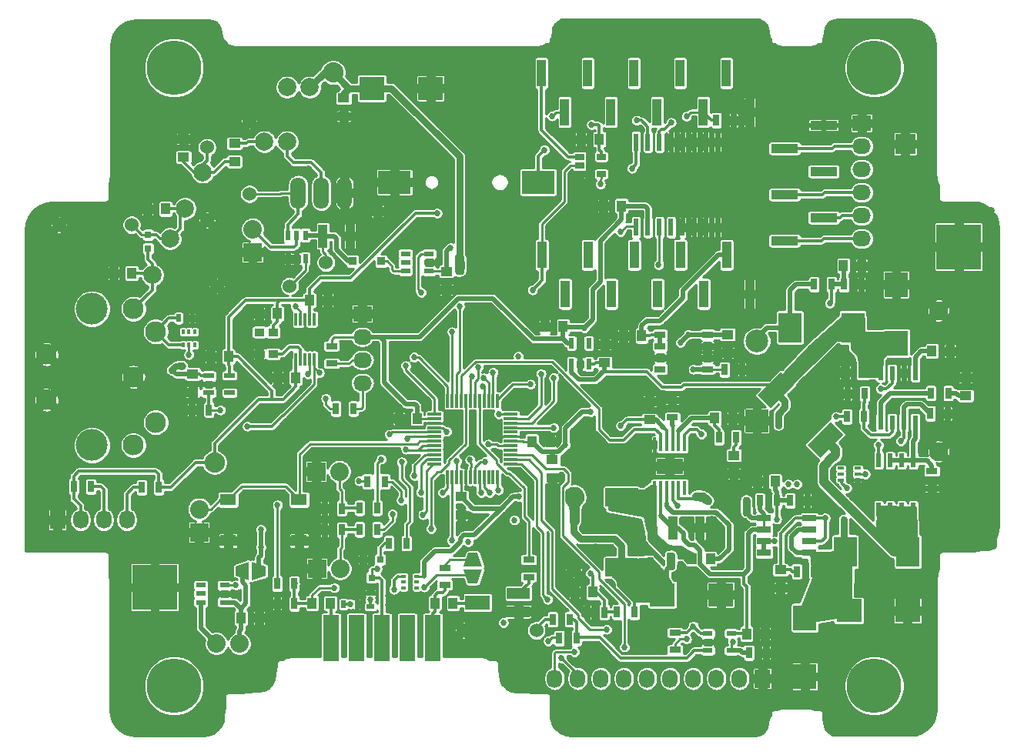
<source format=gtl>
G04 #@! TF.GenerationSoftware,KiCad,Pcbnew,(5.1.9-0-10_14)*
G04 #@! TF.CreationDate,2022-03-08T21:37:20-05:00*
G04 #@! TF.ProjectId,FlexFox80,466c6578-466f-4783-9830-2e6b69636164,1.10*
G04 #@! TF.SameCoordinates,Original*
G04 #@! TF.FileFunction,Copper,L1,Top*
G04 #@! TF.FilePolarity,Positive*
%FSLAX46Y46*%
G04 Gerber Fmt 4.6, Leading zero omitted, Abs format (unit mm)*
G04 Created by KiCad (PCBNEW (5.1.9-0-10_14)) date 2022-03-08 21:37:20*
%MOMM*%
%LPD*%
G01*
G04 APERTURE LIST*
G04 #@! TA.AperFunction,SMDPad,CuDef*
%ADD10R,1.100000X0.600000*%
G04 #@! TD*
G04 #@! TA.AperFunction,SMDPad,CuDef*
%ADD11R,0.530000X1.980000*%
G04 #@! TD*
G04 #@! TA.AperFunction,SMDPad,CuDef*
%ADD12R,1.505000X0.802000*%
G04 #@! TD*
G04 #@! TA.AperFunction,SMDPad,CuDef*
%ADD13R,0.660000X0.300000*%
G04 #@! TD*
G04 #@! TA.AperFunction,SMDPad,CuDef*
%ADD14R,2.500000X3.300000*%
G04 #@! TD*
G04 #@! TA.AperFunction,SMDPad,CuDef*
%ADD15R,1.000000X0.700000*%
G04 #@! TD*
G04 #@! TA.AperFunction,SMDPad,CuDef*
%ADD16R,1.100000X0.900000*%
G04 #@! TD*
G04 #@! TA.AperFunction,SMDPad,CuDef*
%ADD17R,1.200000X0.600000*%
G04 #@! TD*
G04 #@! TA.AperFunction,SMDPad,CuDef*
%ADD18R,0.600000X1.200000*%
G04 #@! TD*
G04 #@! TA.AperFunction,SMDPad,CuDef*
%ADD19R,0.900000X0.950000*%
G04 #@! TD*
G04 #@! TA.AperFunction,SMDPad,CuDef*
%ADD20R,3.540000X2.600000*%
G04 #@! TD*
G04 #@! TA.AperFunction,SMDPad,CuDef*
%ADD21R,3.660000X2.600000*%
G04 #@! TD*
G04 #@! TA.AperFunction,SMDPad,CuDef*
%ADD22R,0.600000X1.550000*%
G04 #@! TD*
G04 #@! TA.AperFunction,ComponentPad*
%ADD23C,0.400000*%
G04 #@! TD*
G04 #@! TA.AperFunction,ComponentPad*
%ADD24C,1.200000*%
G04 #@! TD*
G04 #@! TA.AperFunction,SMDPad,CuDef*
%ADD25R,2.845000X1.651000*%
G04 #@! TD*
G04 #@! TA.AperFunction,SMDPad,CuDef*
%ADD26R,0.420000X1.589000*%
G04 #@! TD*
G04 #@! TA.AperFunction,SMDPad,CuDef*
%ADD27R,1.000000X3.000000*%
G04 #@! TD*
G04 #@! TA.AperFunction,SMDPad,CuDef*
%ADD28R,3.000000X1.000000*%
G04 #@! TD*
G04 #@! TA.AperFunction,ComponentPad*
%ADD29C,2.500000*%
G04 #@! TD*
G04 #@! TA.AperFunction,ComponentPad*
%ADD30R,2.500000X2.500000*%
G04 #@! TD*
G04 #@! TA.AperFunction,ComponentPad*
%ADD31C,2.100000*%
G04 #@! TD*
G04 #@! TA.AperFunction,SMDPad,CuDef*
%ADD32C,0.100000*%
G04 #@! TD*
G04 #@! TA.AperFunction,SMDPad,CuDef*
%ADD33R,3.599180X1.998980*%
G04 #@! TD*
G04 #@! TA.AperFunction,SMDPad,CuDef*
%ADD34R,0.750000X0.800000*%
G04 #@! TD*
G04 #@! TA.AperFunction,SMDPad,CuDef*
%ADD35R,1.500000X0.300000*%
G04 #@! TD*
G04 #@! TA.AperFunction,SMDPad,CuDef*
%ADD36R,0.300000X1.500000*%
G04 #@! TD*
G04 #@! TA.AperFunction,ComponentPad*
%ADD37C,2.000000*%
G04 #@! TD*
G04 #@! TA.AperFunction,ComponentPad*
%ADD38C,6.000000*%
G04 #@! TD*
G04 #@! TA.AperFunction,SMDPad,CuDef*
%ADD39R,0.551180X0.299720*%
G04 #@! TD*
G04 #@! TA.AperFunction,SMDPad,CuDef*
%ADD40R,0.300000X1.400000*%
G04 #@! TD*
G04 #@! TA.AperFunction,SMDPad,CuDef*
%ADD41R,2.700000X1.600000*%
G04 #@! TD*
G04 #@! TA.AperFunction,SMDPad,CuDef*
%ADD42R,2.500000X1.200000*%
G04 #@! TD*
G04 #@! TA.AperFunction,ComponentPad*
%ADD43R,5.000000X5.000000*%
G04 #@! TD*
G04 #@! TA.AperFunction,SMDPad,CuDef*
%ADD44C,1.524000*%
G04 #@! TD*
G04 #@! TA.AperFunction,ComponentPad*
%ADD45C,0.600000*%
G04 #@! TD*
G04 #@! TA.AperFunction,ComponentPad*
%ADD46C,2.235200*%
G04 #@! TD*
G04 #@! TA.AperFunction,ComponentPad*
%ADD47O,1.699260X3.500120*%
G04 #@! TD*
G04 #@! TA.AperFunction,ComponentPad*
%ADD48R,2.235200X2.235200*%
G04 #@! TD*
G04 #@! TA.AperFunction,SMDPad,CuDef*
%ADD49R,1.000000X2.500000*%
G04 #@! TD*
G04 #@! TA.AperFunction,SMDPad,CuDef*
%ADD50R,2.770000X2.550000*%
G04 #@! TD*
G04 #@! TA.AperFunction,SMDPad,CuDef*
%ADD51R,1.250000X1.000000*%
G04 #@! TD*
G04 #@! TA.AperFunction,SMDPad,CuDef*
%ADD52R,1.000000X1.250000*%
G04 #@! TD*
G04 #@! TA.AperFunction,SMDPad,CuDef*
%ADD53R,2.550000X2.770000*%
G04 #@! TD*
G04 #@! TA.AperFunction,SMDPad,CuDef*
%ADD54R,0.299720X0.551180*%
G04 #@! TD*
G04 #@! TA.AperFunction,SMDPad,CuDef*
%ADD55R,0.700000X1.300000*%
G04 #@! TD*
G04 #@! TA.AperFunction,SMDPad,CuDef*
%ADD56R,0.500000X0.900000*%
G04 #@! TD*
G04 #@! TA.AperFunction,SMDPad,CuDef*
%ADD57R,0.900000X0.500000*%
G04 #@! TD*
G04 #@! TA.AperFunction,ComponentPad*
%ADD58C,2.300000*%
G04 #@! TD*
G04 #@! TA.AperFunction,ComponentPad*
%ADD59C,3.500000*%
G04 #@! TD*
G04 #@! TA.AperFunction,ConnectorPad*
%ADD60R,1.778000X5.080000*%
G04 #@! TD*
G04 #@! TA.AperFunction,SMDPad,CuDef*
%ADD61R,0.800100X0.800100*%
G04 #@! TD*
G04 #@! TA.AperFunction,SMDPad,CuDef*
%ADD62R,1.300000X0.700000*%
G04 #@! TD*
G04 #@! TA.AperFunction,SMDPad,CuDef*
%ADD63R,1.750000X1.300000*%
G04 #@! TD*
G04 #@! TA.AperFunction,ComponentPad*
%ADD64R,2.032000X1.727200*%
G04 #@! TD*
G04 #@! TA.AperFunction,ComponentPad*
%ADD65O,2.032000X1.727200*%
G04 #@! TD*
G04 #@! TA.AperFunction,SMDPad,CuDef*
%ADD66R,0.600000X1.100000*%
G04 #@! TD*
G04 #@! TA.AperFunction,ComponentPad*
%ADD67R,2.032000X2.032000*%
G04 #@! TD*
G04 #@! TA.AperFunction,ComponentPad*
%ADD68O,2.032000X2.032000*%
G04 #@! TD*
G04 #@! TA.AperFunction,ComponentPad*
%ADD69R,1.727200X2.032000*%
G04 #@! TD*
G04 #@! TA.AperFunction,ComponentPad*
%ADD70O,1.727200X2.032000*%
G04 #@! TD*
G04 #@! TA.AperFunction,SMDPad,CuDef*
%ADD71R,1.200000X0.760000*%
G04 #@! TD*
G04 #@! TA.AperFunction,ComponentPad*
%ADD72C,2.032000*%
G04 #@! TD*
G04 #@! TA.AperFunction,ViaPad*
%ADD73C,0.685800*%
G04 #@! TD*
G04 #@! TA.AperFunction,Conductor*
%ADD74C,0.500000*%
G04 #@! TD*
G04 #@! TA.AperFunction,Conductor*
%ADD75C,0.350000*%
G04 #@! TD*
G04 #@! TA.AperFunction,Conductor*
%ADD76C,0.250000*%
G04 #@! TD*
G04 #@! TA.AperFunction,Conductor*
%ADD77C,1.000000*%
G04 #@! TD*
G04 #@! TA.AperFunction,Conductor*
%ADD78C,0.750000*%
G04 #@! TD*
G04 #@! TA.AperFunction,Conductor*
%ADD79C,0.254000*%
G04 #@! TD*
G04 #@! TA.AperFunction,Conductor*
%ADD80C,0.100000*%
G04 #@! TD*
G04 APERTURE END LIST*
D10*
X91990000Y-98220000D03*
X91990000Y-99170000D03*
X91990000Y-100120000D03*
X94590000Y-100120000D03*
X94590000Y-98220000D03*
D11*
X84095000Y-53545000D03*
X85415000Y-53545000D03*
X86685000Y-53545000D03*
X87955000Y-53545000D03*
X89225000Y-53545000D03*
X90495000Y-53545000D03*
X91765000Y-53545000D03*
X93085000Y-53545000D03*
X93085000Y-44175000D03*
X91765000Y-44175000D03*
X90495000Y-44175000D03*
X89225000Y-44175000D03*
X87955000Y-44175000D03*
X86685000Y-44175000D03*
X85415000Y-44175000D03*
X84095000Y-44175000D03*
D12*
X98192000Y-89375000D03*
X98192000Y-88105000D03*
X98192000Y-86835000D03*
X98192000Y-85565000D03*
X103188000Y-85565000D03*
X103188000Y-86835000D03*
X103188000Y-88105000D03*
X103188000Y-89375000D03*
D13*
X108470000Y-81360000D03*
X108470000Y-80710000D03*
X108470000Y-80060000D03*
X106630000Y-80060000D03*
X106630000Y-80710000D03*
X106630000Y-81360000D03*
D14*
X107100000Y-89240000D03*
X114000000Y-89240000D03*
X101040000Y-64580000D03*
X107940000Y-64580000D03*
D15*
X77890000Y-45790000D03*
X77890000Y-46740000D03*
X77890000Y-47690000D03*
X80290000Y-47690000D03*
X80290000Y-45790000D03*
D16*
X42690000Y-65090000D03*
X42690000Y-67490000D03*
X44190000Y-67490000D03*
X44190000Y-65090000D03*
D17*
X39420000Y-69860000D03*
X39420000Y-71760000D03*
X37120000Y-71760000D03*
X37120000Y-70810000D03*
X37120000Y-69860000D03*
D18*
X77010000Y-68600000D03*
X77960000Y-68600000D03*
X78910000Y-68600000D03*
X78910000Y-66300000D03*
X77010000Y-66300000D03*
D19*
X52945000Y-57290000D03*
X56095000Y-57290000D03*
D20*
X73350000Y-48600000D03*
D21*
X57550000Y-48600000D03*
D22*
X111005000Y-69600000D03*
X112275000Y-69600000D03*
X113545000Y-69600000D03*
X114815000Y-69600000D03*
X114815000Y-75000000D03*
X113545000Y-75000000D03*
X112275000Y-75000000D03*
X111005000Y-75000000D03*
D23*
X87110000Y-79270000D03*
X87130000Y-80370000D03*
X86640000Y-79830000D03*
X88950000Y-79830000D03*
X88960000Y-80370000D03*
X88480000Y-80380000D03*
X88950000Y-79270000D03*
D24*
X87800000Y-79820000D03*
D23*
X88470000Y-79280000D03*
X86640000Y-79270000D03*
X86640000Y-80390000D03*
D25*
X87800000Y-79830000D03*
D26*
X88125000Y-82242500D03*
X87475000Y-82242500D03*
X86825000Y-82242500D03*
X86175000Y-82242500D03*
X87475000Y-77417500D03*
X88125000Y-77417500D03*
X88775000Y-77417500D03*
X89425000Y-77417500D03*
X88775000Y-82242500D03*
X89425000Y-82242500D03*
X86825000Y-77417500D03*
X86175000Y-77417500D03*
D27*
X73750000Y-56590000D03*
X76290000Y-60890000D03*
X78830000Y-56590000D03*
X81370000Y-60890000D03*
X83910000Y-56590000D03*
X86450000Y-60890000D03*
X88990000Y-56590000D03*
X91530000Y-60890000D03*
X94070000Y-56590000D03*
X96610000Y-60890000D03*
X73724600Y-36595100D03*
X76264600Y-40895100D03*
X78804600Y-36595100D03*
X81344600Y-40895100D03*
X83884600Y-36595100D03*
X86424600Y-40895100D03*
X88964600Y-36595100D03*
X91504600Y-40895100D03*
X94044600Y-36595100D03*
X96584600Y-40895100D03*
D28*
X100444850Y-55032850D03*
X104744850Y-52492850D03*
X100444850Y-49952850D03*
X104744850Y-47412850D03*
X100444850Y-44872850D03*
X104744850Y-42332850D03*
D29*
X97390000Y-66085000D03*
D30*
X97390000Y-74845000D03*
D31*
X117390000Y-62715000D03*
X117390000Y-78215000D03*
G04 #@! TA.AperFunction,SMDPad,CuDef*
D32*
G36*
X97490752Y-72025756D02*
G01*
X100035756Y-69480752D01*
X101449248Y-70894244D01*
X98904244Y-73439248D01*
X97490752Y-72025756D01*
G37*
G04 #@! TD.AperFunction*
G04 #@! TA.AperFunction,SMDPad,CuDef*
G36*
X102950752Y-77485756D02*
G01*
X105495756Y-74940752D01*
X106909248Y-76354244D01*
X104364244Y-78899248D01*
X102950752Y-77485756D01*
G37*
G04 #@! TD.AperFunction*
D33*
X82530000Y-90960803D03*
G04 #@! TA.AperFunction,SMDPad,CuDef*
D32*
G36*
X84329590Y-84238687D02*
G01*
X80730410Y-84238687D01*
X80730410Y-82239707D01*
X84329590Y-82239707D01*
X84329590Y-84238687D01*
G37*
G04 #@! TD.AperFunction*
D34*
X30460000Y-54380000D03*
X30460000Y-55880000D03*
D35*
X70340000Y-74090000D03*
X70340000Y-74590000D03*
X70340000Y-75090000D03*
X70340000Y-75590000D03*
X70340000Y-76090000D03*
X70340000Y-76590000D03*
X70340000Y-77090000D03*
X70340000Y-77590000D03*
X70340000Y-78090000D03*
X70340000Y-78590000D03*
X70340000Y-79090000D03*
X70340000Y-79590000D03*
D36*
X68890000Y-81040000D03*
X68390000Y-81040000D03*
X67890000Y-81040000D03*
X67390000Y-81040000D03*
X66890000Y-81040000D03*
X66390000Y-81040000D03*
X65890000Y-81040000D03*
X65390000Y-81040000D03*
X64890000Y-81040000D03*
X64390000Y-81040000D03*
X63890000Y-81040000D03*
X63390000Y-81040000D03*
D35*
X61940000Y-79590000D03*
X61940000Y-79090000D03*
X61940000Y-78590000D03*
X61940000Y-78090000D03*
X61940000Y-77590000D03*
X61940000Y-77090000D03*
X61940000Y-76590000D03*
X61940000Y-76090000D03*
X61940000Y-75590000D03*
X61940000Y-75090000D03*
X61940000Y-74590000D03*
X61940000Y-74090000D03*
D36*
X63390000Y-72640000D03*
X63890000Y-72640000D03*
X64390000Y-72640000D03*
X64890000Y-72640000D03*
X65390000Y-72640000D03*
X65890000Y-72640000D03*
X66390000Y-72640000D03*
X66890000Y-72640000D03*
X67390000Y-72640000D03*
X67890000Y-72640000D03*
X68390000Y-72640000D03*
X68890000Y-72640000D03*
D22*
X114595000Y-84610000D03*
X113325000Y-84610000D03*
X112055000Y-84610000D03*
X110785000Y-84610000D03*
X110785000Y-79210000D03*
X112055000Y-79210000D03*
X113325000Y-79210000D03*
X114595000Y-79210000D03*
D37*
X32864900Y-54810000D03*
X30921800Y-58810000D03*
D38*
X110300000Y-104000000D03*
X33300000Y-104000000D03*
X110300000Y-36000000D03*
X33300000Y-36000000D03*
D39*
X59998820Y-91929620D03*
X59998820Y-92580000D03*
X59998820Y-93230380D03*
X58561180Y-93230380D03*
X58561180Y-92580000D03*
X58561180Y-91929620D03*
D40*
X46710000Y-68060000D03*
X47210000Y-68060000D03*
X47710000Y-68060000D03*
X48210000Y-68060000D03*
X48710000Y-68060000D03*
X48710000Y-63660000D03*
X48210000Y-63660000D03*
X47710000Y-63660000D03*
X47210000Y-63660000D03*
X46710000Y-63660000D03*
D41*
X66690000Y-94840000D03*
D42*
X71190000Y-95840000D03*
X71190000Y-93840000D03*
D43*
X31180000Y-93150000D03*
X119590000Y-55690000D03*
D44*
X55666854Y-51783146D03*
X50010000Y-57440000D03*
D45*
X50010000Y-57440000D03*
X55666854Y-51783146D03*
D46*
X37750000Y-79420000D03*
D47*
X49500000Y-49790000D03*
X46960000Y-49790000D03*
X52040000Y-49790000D03*
D48*
X113710000Y-44380000D03*
D46*
X50790000Y-36520000D03*
D44*
X77260000Y-91240000D03*
X77260000Y-83240000D03*
D45*
X77260000Y-83240000D03*
X77260000Y-91240000D03*
D44*
X38020000Y-60020000D03*
X46020000Y-60020000D03*
D45*
X46020000Y-60020000D03*
X38020000Y-60020000D03*
D44*
X36930000Y-52760000D03*
X36930000Y-44760000D03*
D45*
X36930000Y-44760000D03*
X36930000Y-52760000D03*
D44*
X20650000Y-53290000D03*
X28650000Y-53290000D03*
D45*
X28650000Y-53290000D03*
X20650000Y-53290000D03*
D44*
X41580000Y-41880000D03*
X41580000Y-49880000D03*
D45*
X41580000Y-49880000D03*
X41580000Y-41880000D03*
D44*
X65150000Y-97910000D03*
X73150000Y-97910000D03*
D45*
X73150000Y-97910000D03*
X65150000Y-97910000D03*
D37*
X45740000Y-44150000D03*
X45740000Y-38150000D03*
X48240000Y-38150000D03*
X43240000Y-44150000D03*
X36464900Y-47490000D03*
X34521800Y-51490000D03*
D49*
X49670000Y-54520000D03*
X52670000Y-54520000D03*
D50*
X55070000Y-38270000D03*
X61530000Y-38270000D03*
D51*
X51970000Y-41340000D03*
X51970000Y-39340000D03*
X39950000Y-46330000D03*
X39950000Y-44330000D03*
X34340000Y-43830000D03*
X34340000Y-45830000D03*
D52*
X30380000Y-51530000D03*
X32380000Y-51530000D03*
X28640000Y-58610000D03*
X26640000Y-58610000D03*
X99420000Y-81500000D03*
X97420000Y-81500000D03*
X108910000Y-57780000D03*
X106910000Y-57780000D03*
X98260000Y-98280000D03*
X96260000Y-98280000D03*
D51*
X100000000Y-91240000D03*
X100000000Y-93240000D03*
X94860000Y-80640000D03*
X94860000Y-78640000D03*
D52*
X92760000Y-74560000D03*
X94760000Y-74560000D03*
D50*
X107520000Y-95730000D03*
X113980000Y-95730000D03*
D49*
X91130000Y-86600000D03*
X88130000Y-86600000D03*
D52*
X92280000Y-90030000D03*
X90280000Y-90030000D03*
X77340000Y-93700000D03*
X79340000Y-93700000D03*
D51*
X85600000Y-74730000D03*
X85600000Y-72730000D03*
D50*
X93450000Y-93980000D03*
X86990000Y-93980000D03*
D53*
X102680000Y-96510000D03*
X102680000Y-102970000D03*
D52*
X109060000Y-69530000D03*
X107060000Y-69530000D03*
D53*
X112720000Y-59840000D03*
X112720000Y-66300000D03*
D51*
X120370000Y-70100000D03*
X120370000Y-72100000D03*
D52*
X116640000Y-67170000D03*
X118640000Y-67170000D03*
X80500000Y-51200000D03*
X82500000Y-51200000D03*
D51*
X64880000Y-85190000D03*
X64880000Y-83190000D03*
X35370000Y-69710000D03*
X35370000Y-71710000D03*
X74910000Y-79110000D03*
X74910000Y-81110000D03*
D52*
X58030000Y-74600000D03*
X60030000Y-74600000D03*
X72670000Y-77110000D03*
X74670000Y-77110000D03*
X42650000Y-63050000D03*
X44650000Y-63050000D03*
X46700000Y-70090000D03*
X44700000Y-70090000D03*
X78080000Y-43870000D03*
X80080000Y-43870000D03*
X48210000Y-61590000D03*
X50210000Y-61590000D03*
X82730000Y-65500000D03*
X84730000Y-65500000D03*
D51*
X80640000Y-68470000D03*
X80640000Y-66470000D03*
X94180000Y-65340000D03*
X94180000Y-67340000D03*
D52*
X74100000Y-64460000D03*
X76100000Y-64460000D03*
X39300000Y-67770000D03*
X37300000Y-67770000D03*
X61990000Y-94900000D03*
X63990000Y-94900000D03*
X50500000Y-94910000D03*
X48500000Y-94910000D03*
D54*
X34299620Y-65051180D03*
X34950000Y-65051180D03*
X35600380Y-65051180D03*
X35600380Y-66488820D03*
X34950000Y-66488820D03*
X34299620Y-66488820D03*
D55*
X49850000Y-84480000D03*
X51750000Y-84480000D03*
X51750000Y-86830000D03*
X49850000Y-86830000D03*
D56*
X51930000Y-95020000D03*
X53430000Y-95020000D03*
D57*
X54900000Y-93800000D03*
X54900000Y-95300000D03*
D58*
X31280000Y-65020000D03*
D59*
X24280000Y-77520000D03*
D58*
X28830000Y-62520000D03*
X28830000Y-70020000D03*
X28830000Y-77520000D03*
X31280000Y-75020000D03*
D59*
X24280000Y-62520000D03*
D58*
X19280000Y-72520000D03*
X19280000Y-67520000D03*
D60*
X53366000Y-98770000D03*
X56160000Y-98770000D03*
X58954000Y-98770000D03*
X61748000Y-98770000D03*
X50572000Y-98770000D03*
D61*
X55970000Y-90119240D03*
X54070000Y-90119240D03*
X55020000Y-92118220D03*
D55*
X97720000Y-83620000D03*
X99620000Y-83620000D03*
X102950000Y-83620000D03*
X101050000Y-83620000D03*
X76830000Y-96700000D03*
X74930000Y-96700000D03*
X75660000Y-98760000D03*
X77560000Y-98760000D03*
X103700000Y-59830000D03*
X105600000Y-59830000D03*
D62*
X88410000Y-100050000D03*
X88410000Y-98150000D03*
D55*
X93210000Y-76670000D03*
X95110000Y-76670000D03*
X103680000Y-91420000D03*
X101780000Y-91420000D03*
D62*
X88090000Y-74470000D03*
X88090000Y-72570000D03*
D55*
X80620000Y-95910000D03*
X78720000Y-95910000D03*
X82020000Y-95890000D03*
X83920000Y-95890000D03*
X108860000Y-59830000D03*
X106960000Y-59830000D03*
X107290000Y-74370000D03*
X109190000Y-74370000D03*
X118380000Y-74050000D03*
X116480000Y-74050000D03*
X116540000Y-71810000D03*
X118440000Y-71810000D03*
X107360000Y-71850000D03*
X109260000Y-71850000D03*
D62*
X116640000Y-82280000D03*
X116640000Y-80380000D03*
D55*
X55620000Y-84430000D03*
X53720000Y-84430000D03*
X53720000Y-86800000D03*
X55620000Y-86800000D03*
X37150000Y-73640000D03*
X35250000Y-73640000D03*
X56470000Y-81520000D03*
X54570000Y-81520000D03*
X31640000Y-82160000D03*
X29740000Y-82160000D03*
X22260000Y-82070000D03*
X24160000Y-82070000D03*
D62*
X72310000Y-90130000D03*
X72310000Y-92030000D03*
X63100000Y-92900000D03*
X63100000Y-91000000D03*
D55*
X95730000Y-69210000D03*
X93830000Y-69210000D03*
X56940000Y-88320000D03*
X58840000Y-88320000D03*
X46540000Y-92770000D03*
X44640000Y-92770000D03*
X44650000Y-94950000D03*
X46550000Y-94950000D03*
G04 #@! TA.AperFunction,SMDPad,CuDef*
D32*
G36*
X67160570Y-90864570D02*
G01*
X65159430Y-90864570D01*
X65659430Y-89363430D01*
X66660570Y-89363430D01*
X67160570Y-90864570D01*
G37*
G04 #@! TD.AperFunction*
G04 #@! TA.AperFunction,SMDPad,CuDef*
G36*
X65148000Y-91184000D02*
G01*
X67172000Y-91184000D01*
X66672000Y-92708000D01*
X65648000Y-92708000D01*
X65148000Y-91184000D01*
G37*
G04 #@! TD.AperFunction*
D63*
X47060000Y-83520000D03*
X39260000Y-83520000D03*
X39260000Y-88020000D03*
X47060000Y-88020000D03*
D64*
X54020000Y-63060000D03*
D65*
X54020000Y-65600000D03*
X54020000Y-68140000D03*
X54020000Y-70680000D03*
D66*
X47740000Y-54420000D03*
X46790000Y-54420000D03*
X45840000Y-54420000D03*
X45840000Y-57020000D03*
X47740000Y-57020000D03*
X46790000Y-57020000D03*
D64*
X108920000Y-42090000D03*
D65*
X108920000Y-44630000D03*
X108920000Y-47170000D03*
X108920000Y-49710000D03*
X108920000Y-52250000D03*
X108920000Y-54790000D03*
D67*
X41940000Y-56300000D03*
D68*
X41940000Y-53760000D03*
D69*
X98020000Y-103200000D03*
D70*
X95480000Y-103200000D03*
X92940000Y-103200000D03*
X90400000Y-103200000D03*
X87860000Y-103200000D03*
X85320000Y-103200000D03*
X82780000Y-103200000D03*
X80240000Y-103200000D03*
X77700000Y-103200000D03*
X75160000Y-103200000D03*
D55*
X94840000Y-41790000D03*
X92940000Y-41790000D03*
X53020000Y-73510000D03*
X51120000Y-73510000D03*
D62*
X50640000Y-66630000D03*
X50640000Y-68530000D03*
D69*
X20480000Y-85720000D03*
D70*
X23020000Y-85720000D03*
X25560000Y-85720000D03*
X28100000Y-85720000D03*
D71*
X86756000Y-65355000D03*
X86756000Y-66625000D03*
X86756000Y-67895000D03*
X86756000Y-69165000D03*
X91964000Y-69165000D03*
X91964000Y-67895000D03*
X91964000Y-66625000D03*
X91964000Y-65355000D03*
D55*
X96520000Y-100360000D03*
X98420000Y-100360000D03*
D56*
X33810000Y-63550000D03*
X35310000Y-63550000D03*
D51*
X63260000Y-60410000D03*
X63260000Y-58410000D03*
D10*
X61350000Y-58370000D03*
X61350000Y-57420000D03*
X61350000Y-56470000D03*
X58750000Y-56470000D03*
X58750000Y-58370000D03*
X58750000Y-57420000D03*
D68*
X36060000Y-84560000D03*
D67*
X36060000Y-87100000D03*
X49030000Y-91090000D03*
D68*
X51570000Y-91090000D03*
D67*
X48940000Y-80420000D03*
D68*
X51480000Y-80420000D03*
D52*
X40680000Y-96530000D03*
X42680000Y-96530000D03*
D72*
X37960000Y-99350000D03*
D68*
X40500000Y-99350000D03*
D10*
X38850000Y-94820000D03*
X38850000Y-93870000D03*
X38850000Y-92920000D03*
X36250000Y-92920000D03*
X36250000Y-94820000D03*
X36250000Y-93870000D03*
G04 #@! TA.AperFunction,SMDPad,CuDef*
D32*
G36*
X41554570Y-90359430D02*
G01*
X41554570Y-92360570D01*
X40053430Y-91860570D01*
X40053430Y-90859430D01*
X41554570Y-90359430D01*
G37*
G04 #@! TD.AperFunction*
G04 #@! TA.AperFunction,SMDPad,CuDef*
G36*
X41874000Y-92372000D02*
G01*
X41874000Y-90348000D01*
X43398000Y-90848000D01*
X43398000Y-91872000D01*
X41874000Y-92372000D01*
G37*
G04 #@! TD.AperFunction*
D73*
X96280000Y-84900000D03*
X96280000Y-83700000D03*
X34160000Y-68790000D03*
X33090000Y-69240000D03*
X89880000Y-65339998D03*
X88997101Y-66222897D03*
X63726865Y-55809902D03*
X42840000Y-88760000D03*
X42840000Y-86810000D03*
X87955002Y-90774998D03*
X87920000Y-89710000D03*
X91969991Y-83590033D03*
X90789998Y-83149966D03*
X77260000Y-85900000D03*
X64700000Y-58320000D03*
X64700000Y-56880000D03*
X113230000Y-77070000D03*
X109320000Y-80700000D03*
X61564552Y-86715882D03*
X27090000Y-88640000D03*
X18140000Y-74680000D03*
X23780000Y-88660000D03*
X20680000Y-88740000D03*
X18320000Y-87660000D03*
X18230000Y-84990000D03*
X18230000Y-81700000D03*
X18140000Y-78590000D03*
X90060000Y-109000000D03*
X92030000Y-108960000D03*
X96620000Y-108770000D03*
X94590000Y-108810000D03*
X38170000Y-105840000D03*
X37730000Y-108240000D03*
X34210000Y-108740000D03*
X30800000Y-108690000D03*
X27950000Y-108130000D03*
X27110000Y-105780000D03*
X27000000Y-103100000D03*
X26940000Y-100360000D03*
X83360000Y-108920000D03*
X80900000Y-108990000D03*
X78050000Y-108900000D03*
X75830000Y-108010000D03*
X26960000Y-96050000D03*
X27130000Y-92150000D03*
X83740000Y-31290000D03*
X123520000Y-67970000D03*
X123290000Y-70980000D03*
X123440000Y-74100000D03*
X123380000Y-76990000D03*
X123550000Y-79700000D03*
X123380000Y-88620000D03*
X121770000Y-88770000D03*
X119060000Y-88810000D03*
X116360000Y-88960000D03*
X116240000Y-91250000D03*
X116320000Y-94220000D03*
X116310000Y-96730000D03*
X116370000Y-99550000D03*
X116290000Y-102120000D03*
X116340000Y-104470000D03*
X116310000Y-106790000D03*
X115200000Y-108440000D03*
X112910000Y-108800000D03*
X110110000Y-108850000D03*
X107540000Y-108770000D03*
X105720000Y-107990000D03*
X105330000Y-105810000D03*
X103180000Y-105750000D03*
X97920000Y-107700000D03*
X123360000Y-65080000D03*
X123420000Y-62810000D03*
X123380000Y-55910000D03*
X123330000Y-53870000D03*
X123100000Y-51690000D03*
X120090000Y-51740000D03*
X117400000Y-51800000D03*
X116010000Y-49620000D03*
X116170000Y-46830000D03*
X116170000Y-44150000D03*
X116280000Y-41160000D03*
X116280000Y-38050000D03*
X116370000Y-34850000D03*
X115660000Y-32270000D03*
X97220000Y-31390000D03*
X97660000Y-32770000D03*
X92090000Y-31350000D03*
X98150000Y-33870000D03*
X100320000Y-34560000D03*
X103140000Y-34560000D03*
X105310000Y-33570000D03*
X105960000Y-31740000D03*
X108320000Y-31280000D03*
X110720000Y-31360000D03*
X113440000Y-31470000D03*
X94030000Y-31350000D03*
X86820389Y-31330092D03*
X88870000Y-31400000D03*
X123430000Y-59040000D03*
X17880000Y-61920000D03*
X17910000Y-58530000D03*
X17930000Y-64580000D03*
X17910000Y-55180000D03*
X43130000Y-34270000D03*
X46020000Y-34250000D03*
X41070000Y-34260000D03*
X48880000Y-34330000D03*
X37500000Y-32300000D03*
X38440000Y-34260000D03*
X35540000Y-31570000D03*
X21460000Y-51740000D03*
X24480000Y-51630000D03*
X26880000Y-50680000D03*
X27330000Y-48390000D03*
X27270000Y-45990000D03*
X27210000Y-42800000D03*
X27210000Y-40010000D03*
X27210000Y-37160000D03*
X27270000Y-34590000D03*
X27880000Y-32130000D03*
X30120000Y-31570000D03*
X32800000Y-31570000D03*
X51590000Y-34260000D03*
X53380000Y-34200000D03*
X55530000Y-34240000D03*
X57970000Y-34120000D03*
X60190000Y-34140000D03*
X62460000Y-34080000D03*
X68170000Y-34160000D03*
X70280000Y-34250000D03*
X75270000Y-34180000D03*
X72710000Y-34200000D03*
X75830000Y-31630000D03*
X78230000Y-31570000D03*
X81030000Y-31360000D03*
X92490000Y-85630000D03*
X92440000Y-86890000D03*
X93460000Y-87350000D03*
X92550000Y-88150000D03*
X93430000Y-88610000D03*
X86890000Y-108960000D03*
X83870000Y-80200000D03*
X83870000Y-81590000D03*
X123560000Y-82180002D03*
X123530001Y-86360000D03*
X123560000Y-82180002D03*
X123480000Y-84280000D03*
X93351044Y-86328956D03*
X85506649Y-77018015D03*
X83950000Y-78480000D03*
X83990000Y-77060000D03*
X18920000Y-51669998D03*
X17940000Y-52650000D03*
X65296372Y-34123628D03*
X93060000Y-96260000D03*
X91300000Y-96190000D03*
X91330000Y-92410000D03*
X89990000Y-93900000D03*
X89600000Y-96184900D03*
X87920000Y-96184900D03*
X86040000Y-96184900D03*
X97420000Y-96260000D03*
X99220000Y-96260000D03*
X99950000Y-94850000D03*
X98490000Y-93240000D03*
X101580000Y-93220000D03*
X93100000Y-46690000D03*
X93060000Y-51090000D03*
X89210000Y-50980000D03*
X89170000Y-46510000D03*
X85130000Y-46470000D03*
X86080000Y-50880000D03*
X82550000Y-49460000D03*
X78880000Y-53090000D03*
X57550000Y-45670000D03*
X60700000Y-45670000D03*
X60570000Y-51090000D03*
X52030000Y-52290000D03*
X49720000Y-52260000D03*
X47710000Y-52290000D03*
X53780000Y-51450000D03*
X53840000Y-49370000D03*
X53620000Y-47160000D03*
X51540000Y-47060000D03*
X41510000Y-63080000D03*
X40380000Y-63440000D03*
X40070000Y-64670000D03*
X40200000Y-66070000D03*
X43440000Y-66180000D03*
X38490000Y-64290000D03*
X38470000Y-62920000D03*
X47265953Y-64975953D03*
X46000000Y-64990000D03*
X45450000Y-66180000D03*
X49530000Y-64990000D03*
X50460000Y-64000000D03*
X51330000Y-63110000D03*
X98040000Y-40930000D03*
X98070000Y-42900000D03*
X98120000Y-38710000D03*
X95420000Y-64830000D03*
X72530000Y-62710000D03*
X74160000Y-62690000D03*
X75704436Y-62852046D03*
X84090000Y-73900000D03*
X82970000Y-72770000D03*
X84170000Y-71540000D03*
X91140000Y-71680000D03*
X93070000Y-71600000D03*
X93300000Y-80630000D03*
X93360000Y-82010000D03*
X94310000Y-83060000D03*
X94280000Y-84570000D03*
X97430000Y-80120000D03*
X97420000Y-78900000D03*
X96690000Y-77880000D03*
X91720000Y-81670000D03*
X91700000Y-80280000D03*
X91720000Y-78760000D03*
X91620000Y-77340000D03*
X33820000Y-72270000D03*
X33840000Y-73800000D03*
X34300000Y-75280000D03*
X36160000Y-75240000D03*
X43510000Y-69509900D03*
X45480000Y-71310000D03*
X36690000Y-63530000D03*
X53980000Y-54530000D03*
X55460000Y-54460000D03*
X56840000Y-53530000D03*
X93540000Y-99090000D03*
X50440000Y-41680000D03*
X50920000Y-42580000D03*
X53060000Y-42520000D03*
X53550000Y-41600000D03*
X61850000Y-40440000D03*
X63580000Y-40250000D03*
X64010000Y-38300000D03*
X63600000Y-36300000D03*
X26630000Y-60030000D03*
X25110000Y-59460000D03*
X25680000Y-57220000D03*
X34340000Y-42370000D03*
X32900000Y-42690000D03*
X32960000Y-44700000D03*
X30380000Y-50120000D03*
X31710000Y-50120000D03*
X33070000Y-50100000D03*
X39430000Y-70770000D03*
X42150000Y-71120000D03*
X75520000Y-92170000D03*
X86749367Y-71717785D03*
X89749910Y-71710000D03*
X80699170Y-74926324D03*
X69090000Y-76600000D03*
X95610002Y-42900000D03*
X95589998Y-40700000D03*
X95550000Y-38630002D03*
X66180000Y-82765100D03*
X75890000Y-106650002D03*
X98314998Y-106495002D03*
X100640014Y-105830000D03*
X70820665Y-82290665D03*
X71830665Y-81280665D03*
X77940000Y-94950000D03*
X76060000Y-92969998D03*
X68920000Y-78310000D03*
X69460000Y-67580000D03*
X67370000Y-67570000D03*
X67330000Y-66110000D03*
X67550000Y-64510000D03*
X65570000Y-66390000D03*
X63070000Y-68900000D03*
X63140000Y-66200000D03*
X61580000Y-67720000D03*
X69280000Y-69200000D03*
X70460000Y-70130000D03*
X71930000Y-69240000D03*
X63210000Y-76990000D03*
X62730000Y-81080000D03*
X62260000Y-82050000D03*
X72340000Y-103190000D03*
X65810000Y-86590000D03*
X69840000Y-86590000D03*
X71610000Y-86560000D03*
X70800000Y-87830000D03*
X90940000Y-78090000D03*
X90930000Y-79450000D03*
X90980000Y-81000000D03*
X90660000Y-82180000D03*
X84730000Y-78010000D03*
X84700000Y-79490000D03*
X84680000Y-80950000D03*
X38940000Y-103210000D03*
X41300000Y-103160000D03*
X69580000Y-103760000D03*
X98060000Y-60870000D03*
X98060000Y-58640000D03*
X95310000Y-58560000D03*
X95270000Y-60830000D03*
X95230000Y-62580000D03*
X98100000Y-62620000D03*
X104750000Y-40830000D03*
X102270000Y-40770000D03*
X102300000Y-43520000D03*
X104690000Y-43520000D03*
X106900000Y-43520000D03*
X106780000Y-40660000D03*
X94650000Y-45920000D03*
X94540000Y-43930000D03*
X60370000Y-95270000D03*
X58600000Y-95250000D03*
X59610000Y-94440000D03*
X43310000Y-103170000D03*
X43280000Y-100030000D03*
X45610000Y-99970000D03*
X48330000Y-99940000D03*
X48890000Y-97140000D03*
X69580000Y-99960000D03*
X67040000Y-100000000D03*
X63810000Y-99920000D03*
X37330000Y-66110000D03*
X35960000Y-67530000D03*
X40970000Y-69810000D03*
X105600000Y-69590000D03*
X105290000Y-68430000D03*
X103940000Y-69610000D03*
X105750000Y-71170000D03*
X106000000Y-72710000D03*
X104310000Y-72150000D03*
X112960000Y-71050000D03*
X114680000Y-71050000D03*
X116210000Y-70010000D03*
X117460000Y-69270000D03*
X118770000Y-68600000D03*
X120440000Y-68600000D03*
X116640000Y-83560000D03*
X118340000Y-83450000D03*
X118360000Y-81580000D03*
X81200000Y-80020000D03*
X81240000Y-77930000D03*
X80020000Y-77360000D03*
X75200000Y-73530000D03*
X75900000Y-71590000D03*
X56380000Y-73980000D03*
X56300000Y-75380000D03*
X72530000Y-64020000D03*
X47090000Y-86500000D03*
X47080000Y-85120000D03*
X48680000Y-84470000D03*
X48650000Y-87190000D03*
X40260000Y-94030000D03*
X42300000Y-93940000D03*
X43400000Y-92810000D03*
X43350000Y-94900000D03*
X65342483Y-79787312D03*
X63209996Y-77990004D03*
X63277164Y-75087581D03*
X66090000Y-73890100D03*
X68850000Y-75260000D03*
X67630000Y-76520000D03*
X90710665Y-99069335D03*
X74645135Y-82553804D03*
X42181008Y-59763961D03*
X44204196Y-60495521D03*
X38980000Y-61339998D03*
X40450000Y-60360000D03*
X58570000Y-70440000D03*
X61120000Y-70420000D03*
X57350000Y-73094910D03*
X69640000Y-66130000D03*
X65940000Y-67590002D03*
X79010000Y-74890000D03*
X78580000Y-99730000D03*
X79190020Y-76530000D03*
X78460000Y-89040000D03*
X79400000Y-89920000D03*
X80180000Y-90720000D03*
X81510000Y-89410000D03*
X79670000Y-88664900D03*
X81320000Y-92570000D03*
X80399342Y-93440658D03*
X81440000Y-94520000D03*
X80990000Y-100810000D03*
X79750000Y-100670000D03*
X56880000Y-95090000D03*
X56860000Y-94090000D03*
X45350000Y-52230000D03*
X43410000Y-52140000D03*
X43580000Y-47100000D03*
X45830000Y-47130000D03*
X48140000Y-47100000D03*
X87970000Y-42040000D03*
X74045090Y-45030000D03*
X62230000Y-52000000D03*
X79220000Y-42270000D03*
X74470000Y-99070000D03*
X105400000Y-61920000D03*
X60447999Y-82710000D03*
X79100000Y-91630000D03*
X70730000Y-85750000D03*
X62830001Y-82760000D03*
X82425760Y-75392191D03*
X88700000Y-84160000D03*
X78430000Y-64610000D03*
X44690000Y-84120000D03*
X71225090Y-83180000D03*
X50010000Y-72370000D03*
X79130000Y-73840000D03*
X76350000Y-77489998D03*
X58796885Y-77971785D03*
X68390000Y-69500000D03*
X72720000Y-60440000D03*
X46640000Y-62240000D03*
X94730000Y-99160000D03*
X89660000Y-98860000D03*
X86600002Y-57690002D03*
X75059811Y-70120794D03*
X90410000Y-69170000D03*
X72490000Y-70829998D03*
X34940000Y-67560000D03*
X69030000Y-74100000D03*
X91300000Y-76310000D03*
X90410000Y-97430002D03*
X99570000Y-85660000D03*
X60690000Y-85160000D03*
X65680000Y-88159998D03*
X84190000Y-41800000D03*
X59700000Y-67840000D03*
X83650000Y-47060000D03*
X58790000Y-68795090D03*
X38420000Y-73660000D03*
X67380000Y-70140000D03*
X107280000Y-82240000D03*
X104900000Y-85539996D03*
X100840000Y-81830000D03*
X106970000Y-86580000D03*
X106970000Y-85710000D03*
X101820000Y-81830000D03*
X59750000Y-80880000D03*
X50950000Y-93200002D03*
X57480000Y-93380000D03*
X52710098Y-94980000D03*
X53660000Y-81450000D03*
X54880000Y-94519902D03*
X67470000Y-79350000D03*
X60820000Y-93130000D03*
X55620000Y-91130000D03*
X106100000Y-74370000D03*
X99355090Y-88100000D03*
X111000000Y-71340000D03*
X110770000Y-77520000D03*
X67295100Y-71080000D03*
X58330000Y-79370000D03*
X99750000Y-75340000D03*
X99750000Y-74060000D03*
X68979342Y-82449342D03*
X74400000Y-94480000D03*
X80880000Y-97789999D03*
X82830000Y-99720000D03*
X65838062Y-79131852D03*
X58310002Y-83600000D03*
X69530000Y-97040000D03*
X67070000Y-82750000D03*
X75930000Y-100964910D03*
X68000000Y-82730000D03*
X77350000Y-100270000D03*
X74860000Y-41320000D03*
X64703241Y-62240320D03*
X89650000Y-41360000D03*
X64380000Y-79279998D03*
X67880000Y-77420000D03*
X60510000Y-60749998D03*
X73660000Y-69660000D03*
X63850000Y-88020000D03*
X57000000Y-76340000D03*
X56090000Y-79060000D03*
X58960000Y-76781974D03*
X57310000Y-85100000D03*
X48040000Y-69690000D03*
X66040001Y-69949999D03*
X49284110Y-69568091D03*
X66740000Y-68940000D03*
X41370000Y-75440000D03*
X71170000Y-67750000D03*
X82400000Y-54060000D03*
X63267965Y-76012026D03*
X80190000Y-48820000D03*
X63880000Y-65060000D03*
X75070000Y-75590000D03*
X40115100Y-92929998D03*
D74*
X86825000Y-85295000D02*
X88130000Y-86600000D01*
X91157001Y-90617001D02*
X92210000Y-91670000D01*
X88701398Y-86600000D02*
X89355699Y-87254301D01*
X91157001Y-89103399D02*
X91157001Y-90617001D01*
X90528602Y-88475000D02*
X91157001Y-89103399D01*
X88130000Y-86600000D02*
X88701398Y-86600000D01*
X92210000Y-91670000D02*
X95980000Y-91670000D01*
X89935000Y-88475000D02*
X90528602Y-88475000D01*
X89355699Y-87895699D02*
X89935000Y-88475000D01*
X89355699Y-87254301D02*
X89355699Y-87895699D01*
X33560000Y-69710000D02*
X33090000Y-69240000D01*
X34160000Y-68790000D02*
X33540000Y-68790000D01*
X35370000Y-69710000D02*
X33560000Y-69710000D01*
X33540000Y-68790000D02*
X33090000Y-69240000D01*
X91948998Y-65339998D02*
X91964000Y-65355000D01*
X89880000Y-65339998D02*
X91948998Y-65339998D01*
X89880000Y-65339998D02*
X88997101Y-66222897D01*
D75*
X95980000Y-91670000D02*
X95980000Y-92810000D01*
X96270000Y-93100000D02*
X96270000Y-98270000D01*
X96270000Y-98270000D02*
X96260000Y-98280000D01*
X95980000Y-92810000D02*
X96270000Y-93100000D01*
D74*
X94115000Y-65355000D02*
X94180000Y-65420000D01*
X91964000Y-65355000D02*
X94115000Y-65355000D01*
X63600098Y-55809902D02*
X63726865Y-55809902D01*
X63280000Y-58390000D02*
X63280000Y-56130000D01*
X63280000Y-56130000D02*
X63600098Y-55809902D01*
X63260000Y-58410000D02*
X63280000Y-58390000D01*
D76*
X63220000Y-58370000D02*
X63260000Y-58410000D01*
X61350000Y-58370000D02*
X63220000Y-58370000D01*
D74*
X42840000Y-88760000D02*
X42840000Y-89670000D01*
X42636000Y-89874000D02*
X42636000Y-91360000D01*
X42840000Y-89670000D02*
X42636000Y-89874000D01*
X42840000Y-88760000D02*
X42840000Y-86810000D01*
D75*
X86825000Y-82357500D02*
X86825000Y-85295000D01*
X36230000Y-69860000D02*
X37120000Y-69860000D01*
X36080000Y-69710000D02*
X36230000Y-69860000D01*
X35370000Y-69710000D02*
X36080000Y-69710000D01*
X96200000Y-98220000D02*
X94590000Y-98220000D01*
X96260000Y-98280000D02*
X96200000Y-98220000D01*
D74*
X96855000Y-86835000D02*
X98192000Y-86835000D01*
X96480000Y-87210000D02*
X96855000Y-86835000D01*
X96480000Y-91170000D02*
X96480000Y-87210000D01*
X95980000Y-91670000D02*
X96480000Y-91170000D01*
X97720000Y-84630000D02*
X97720000Y-83620000D01*
X98192000Y-85102000D02*
X97720000Y-84630000D01*
X98192000Y-85565000D02*
X98192000Y-85102000D01*
X96835000Y-85565000D02*
X98192000Y-85565000D01*
X96280000Y-85010000D02*
X96835000Y-85565000D01*
X96280000Y-84900000D02*
X96280000Y-85010000D01*
D76*
X98192000Y-85565000D02*
X98192000Y-86835000D01*
D77*
X86620000Y-94350000D02*
X86990000Y-93980000D01*
D75*
X83920000Y-94490000D02*
X84060000Y-94350000D01*
X83920000Y-95890000D02*
X83920000Y-94490000D01*
D77*
X84060000Y-94350000D02*
X86620000Y-94350000D01*
D74*
X87530000Y-93390000D02*
X87530000Y-91200000D01*
X87530000Y-91200000D02*
X87955002Y-90774998D01*
X87955002Y-89745002D02*
X87920000Y-89710000D01*
X87955002Y-90774998D02*
X87955002Y-89745002D01*
D78*
X52540000Y-38270000D02*
X55070000Y-38270000D01*
X50790000Y-36520000D02*
X52540000Y-38270000D01*
X49870000Y-36520000D02*
X48240000Y-38150000D01*
X50790000Y-36520000D02*
X49870000Y-36520000D01*
X51970000Y-38840000D02*
X52540000Y-38270000D01*
X51970000Y-39340000D02*
X51970000Y-38840000D01*
X57205000Y-38270000D02*
X64700000Y-45765000D01*
X55070000Y-38270000D02*
X57205000Y-38270000D01*
X64700000Y-56880000D02*
X64700000Y-58320000D01*
X64700000Y-45765000D02*
X64700000Y-56880000D01*
D75*
X91529924Y-83149966D02*
X91969991Y-83590033D01*
X90789998Y-83149966D02*
X91529924Y-83149966D01*
D77*
X82530000Y-92820000D02*
X84060000Y-94350000D01*
X82530000Y-90960803D02*
X82530000Y-92820000D01*
D78*
X77260000Y-87090000D02*
X77260000Y-85900000D01*
X81740000Y-87820000D02*
X77990000Y-87820000D01*
X82530000Y-90430803D02*
X82530000Y-88610000D01*
X77990000Y-87820000D02*
X77260000Y-87090000D01*
X82530000Y-88610000D02*
X81740000Y-87820000D01*
X82990000Y-90890803D02*
X82530000Y-90430803D01*
D75*
X88775000Y-83440000D02*
X90499964Y-83440000D01*
X90499964Y-83440000D02*
X90789998Y-83149966D01*
X88775000Y-82705602D02*
X88775000Y-83440000D01*
D74*
X115400000Y-73040000D02*
X113880000Y-73040000D01*
X113545000Y-73375000D02*
X113545000Y-75000000D01*
X113880000Y-73040000D02*
X113545000Y-73375000D01*
X116410000Y-74050000D02*
X115400000Y-73040000D01*
X116480000Y-74050000D02*
X116410000Y-74050000D01*
D75*
X113545000Y-76755000D02*
X113230000Y-77070000D01*
X113545000Y-75000000D02*
X113545000Y-76755000D01*
D76*
X108480000Y-80700000D02*
X108470000Y-80710000D01*
X109320000Y-80700000D02*
X108480000Y-80700000D01*
X62580000Y-80480000D02*
X62299544Y-80480000D01*
X63560000Y-79219544D02*
X63560000Y-79500000D01*
X61584902Y-86695532D02*
X61564552Y-86715882D01*
X65390000Y-72640000D02*
X65390000Y-77389544D01*
X62299544Y-80480000D02*
X61584902Y-81194642D01*
X65390000Y-77389544D02*
X63560000Y-79219544D01*
X61584902Y-81194642D02*
X61584902Y-86695532D01*
X63560000Y-79500000D02*
X62580000Y-80480000D01*
D78*
X23780000Y-88660000D02*
X26930000Y-88670000D01*
X19400000Y-88740000D02*
X20680000Y-88740000D01*
X18320000Y-87660000D02*
X19400000Y-88740000D01*
X18230000Y-81700000D02*
X18230000Y-84990000D01*
X18140000Y-74680000D02*
X18140000Y-78590000D01*
X92030000Y-108960000D02*
X92650000Y-108770000D01*
X92650000Y-108770000D02*
X94200000Y-108770000D01*
X94200000Y-108770000D02*
X94590000Y-108810000D01*
X97690000Y-107700000D02*
X97920000Y-107700000D01*
X96620000Y-108770000D02*
X97690000Y-107700000D01*
X34710000Y-108240000D02*
X37730000Y-108240000D01*
X34210000Y-108740000D02*
X34710000Y-108240000D01*
X28510000Y-108690000D02*
X30800000Y-108690000D01*
X27950000Y-108130000D02*
X28510000Y-108690000D01*
X27110000Y-103210000D02*
X27110000Y-105780000D01*
X27000000Y-103100000D02*
X27110000Y-103210000D01*
X26940000Y-100360000D02*
X26960000Y-96010000D01*
X80980000Y-108910000D02*
X83360000Y-108920000D01*
X80900000Y-108990000D02*
X80980000Y-108910000D01*
X76720000Y-108900000D02*
X78050000Y-108900000D01*
X75830000Y-108010000D02*
X76720000Y-108900000D01*
X26960000Y-92320000D02*
X26960000Y-96050000D01*
X26960000Y-92320000D02*
X27130000Y-92150000D01*
X123350000Y-67800000D02*
X123360000Y-65080000D01*
X123520000Y-67970000D02*
X123350000Y-67800000D01*
X123390000Y-74050000D02*
X123290000Y-70980000D01*
X123440000Y-74100000D02*
X123390000Y-74050000D01*
X123440000Y-79590000D02*
X123380000Y-76990000D01*
X123550000Y-79700000D02*
X123440000Y-79590000D01*
X121770000Y-88770000D02*
X122770000Y-88740000D01*
X122770000Y-88740000D02*
X123380000Y-88620000D01*
X116510000Y-88810000D02*
X119060000Y-88810000D01*
X116360000Y-88960000D02*
X116510000Y-88810000D01*
X116240000Y-94140000D02*
X116240000Y-91250000D01*
X116320000Y-94220000D02*
X116240000Y-94140000D01*
X116310000Y-99490000D02*
X116310000Y-96730000D01*
X116370000Y-99550000D02*
X116310000Y-99490000D01*
X116290000Y-104420000D02*
X116290000Y-102120000D01*
X116340000Y-104470000D02*
X116290000Y-104420000D01*
X116310000Y-107330000D02*
X116310000Y-106790000D01*
X115200000Y-108440000D02*
X116310000Y-107330000D01*
X110160000Y-108800000D02*
X112910000Y-108800000D01*
X110110000Y-108850000D02*
X110160000Y-108800000D01*
X106500000Y-108770000D02*
X107540000Y-108770000D01*
X105720000Y-107990000D02*
X106500000Y-108770000D01*
X103240000Y-105810000D02*
X105330000Y-105810000D01*
X103180000Y-105750000D02*
X103240000Y-105810000D01*
X123380000Y-55910000D02*
X123380000Y-54990000D01*
X123380000Y-54990000D02*
X123330000Y-53870000D01*
X123050000Y-51740000D02*
X120090000Y-51740000D01*
X123100000Y-51690000D02*
X123050000Y-51740000D01*
X117400000Y-51800000D02*
X116010000Y-50410000D01*
X116010000Y-50410000D02*
X116010000Y-49620000D01*
X116170000Y-46830000D02*
X116170000Y-44150000D01*
X116280000Y-41160000D02*
X116280000Y-38050000D01*
X116370000Y-34850000D02*
X115660000Y-34140000D01*
X115660000Y-34140000D02*
X115660000Y-32270000D01*
X97660000Y-31830000D02*
X97660000Y-32770000D01*
X97660000Y-31830000D02*
X97220000Y-31390000D01*
X98870000Y-34590000D02*
X98150000Y-33870000D01*
X100290000Y-34590000D02*
X98870000Y-34590000D01*
X100320000Y-34560000D02*
X100290000Y-34590000D01*
X104320000Y-34560000D02*
X103140000Y-34560000D01*
X105310000Y-33570000D02*
X104320000Y-34560000D01*
X107860000Y-31740000D02*
X105960000Y-31740000D01*
X108320000Y-31280000D02*
X107860000Y-31740000D01*
X113330000Y-31360000D02*
X110720000Y-31360000D01*
X113440000Y-31470000D02*
X113330000Y-31360000D01*
X88870000Y-31400000D02*
X86890297Y-31400000D01*
X86890297Y-31400000D02*
X86820389Y-31330092D01*
X123420000Y-62810000D02*
X123420000Y-59050000D01*
X123420000Y-59050000D02*
X123430000Y-59040000D01*
X17880000Y-61920000D02*
X17880000Y-58560000D01*
X17880000Y-58560000D02*
X17910000Y-58530000D01*
X17880000Y-61920000D02*
X17880000Y-61190000D01*
X17880000Y-61920000D02*
X17920000Y-61960000D01*
X17920000Y-61960000D02*
X17930000Y-64580000D01*
X17910000Y-55180000D02*
X17910000Y-56080000D01*
X46020000Y-34250000D02*
X48800000Y-34250000D01*
X46020000Y-34250000D02*
X44170000Y-34240000D01*
X44170000Y-34240000D02*
X43130000Y-34270000D01*
X48800000Y-34250000D02*
X48880000Y-34330000D01*
X37500000Y-32300000D02*
X36770000Y-31570000D01*
X39810000Y-34000000D02*
X38440000Y-34260000D01*
X40900000Y-34430000D02*
X39810000Y-34000000D01*
X41070000Y-34260000D02*
X40900000Y-34430000D01*
X36770000Y-31570000D02*
X35540000Y-31570000D01*
X24370000Y-51740000D02*
X21460000Y-51740000D01*
X24480000Y-51630000D02*
X24370000Y-51740000D01*
X26880000Y-48840000D02*
X26880000Y-50680000D01*
X27330000Y-48390000D02*
X26880000Y-48840000D01*
X27270000Y-42860000D02*
X27270000Y-45990000D01*
X27210000Y-42800000D02*
X27270000Y-42860000D01*
X27210000Y-37160000D02*
X27210000Y-40010000D01*
X27270000Y-32740000D02*
X27270000Y-34590000D01*
X27880000Y-32130000D02*
X27270000Y-32740000D01*
X32800000Y-31570000D02*
X30120000Y-31570000D01*
X51590000Y-34260000D02*
X53340000Y-34240000D01*
X53380000Y-34200000D02*
X53340000Y-34240000D01*
X57900000Y-34190000D02*
X55530000Y-34240000D01*
X57970000Y-34120000D02*
X57900000Y-34190000D01*
X62370000Y-34170000D02*
X60190000Y-34140000D01*
X62460000Y-34080000D02*
X62370000Y-34170000D01*
X75270000Y-34180000D02*
X75830000Y-33440000D01*
X75830000Y-33440000D02*
X75830000Y-31630000D01*
X75890000Y-31570000D02*
X75830000Y-31630000D01*
X78230000Y-31570000D02*
X75890000Y-31570000D01*
D74*
X91520000Y-86600000D02*
X92490000Y-85630000D01*
X91130000Y-86600000D02*
X91520000Y-86600000D01*
X93350000Y-87350000D02*
X92550000Y-88150000D01*
X93460000Y-87350000D02*
X93350000Y-87350000D01*
D78*
X86850000Y-108920000D02*
X86890000Y-108960000D01*
X83360000Y-108920000D02*
X86850000Y-108920000D01*
D74*
X83870000Y-80200000D02*
X83870000Y-81590000D01*
D78*
X123530001Y-82210001D02*
X123560000Y-82180002D01*
X123380000Y-86510001D02*
X123530001Y-86360000D01*
X123380000Y-88620000D02*
X123380000Y-86510001D01*
X123530001Y-84330001D02*
X123480000Y-84280000D01*
X123530001Y-86360000D02*
X123530001Y-84330001D01*
D74*
X118640000Y-67170000D02*
X120050000Y-67170000D01*
X122140000Y-65080000D02*
X123360000Y-65080000D01*
X120050000Y-67170000D02*
X122140000Y-65080000D01*
D75*
X94860000Y-80640000D02*
X94860000Y-81510000D01*
X94870000Y-81500000D02*
X97420000Y-81500000D01*
X94860000Y-81510000D02*
X94870000Y-81500000D01*
D74*
X93001044Y-86328956D02*
X93351044Y-86328956D01*
X92440000Y-86890000D02*
X93001044Y-86328956D01*
X85540515Y-77018015D02*
X85506649Y-77018015D01*
X86175000Y-77652500D02*
X85540515Y-77018015D01*
X83950000Y-77100000D02*
X83990000Y-77060000D01*
X83950000Y-78480000D02*
X83950000Y-77100000D01*
D78*
X18920000Y-51669998D02*
X18282899Y-52307101D01*
X18282899Y-52307101D02*
X17940000Y-52650000D01*
D75*
X49850000Y-86830000D02*
X49850000Y-84480000D01*
D78*
X68170000Y-34160000D02*
X65332744Y-34160000D01*
X65332744Y-34160000D02*
X65296372Y-34123628D01*
X82900000Y-31290000D02*
X82840000Y-31350000D01*
X83740000Y-31290000D02*
X82900000Y-31290000D01*
X83670000Y-31360000D02*
X83740000Y-31290000D01*
X81030000Y-31360000D02*
X83670000Y-31360000D01*
D74*
X93450000Y-95870000D02*
X93060000Y-96260000D01*
X93450000Y-93980000D02*
X93450000Y-95870000D01*
X91300000Y-92440000D02*
X91330000Y-92410000D01*
X91300000Y-96190000D02*
X91300000Y-92440000D01*
X89990000Y-95794900D02*
X89600000Y-96184900D01*
X89990000Y-93900000D02*
X89990000Y-95794900D01*
X87920000Y-96184900D02*
X86040000Y-96184900D01*
X98270000Y-97110000D02*
X97420000Y-96260000D01*
X98270000Y-98120000D02*
X98270000Y-97110000D01*
X99220000Y-95580000D02*
X99950000Y-94850000D01*
X99220000Y-96260000D02*
X99220000Y-95580000D01*
X98490000Y-93240000D02*
X100000000Y-93240000D01*
X99950000Y-94850000D02*
X100290000Y-94510000D01*
X100290000Y-94510000D02*
X101150000Y-94510000D01*
X101580000Y-94080000D02*
X101580000Y-93220000D01*
X101150000Y-94510000D02*
X101580000Y-94080000D01*
D75*
X89320000Y-51090000D02*
X89210000Y-50980000D01*
X93060000Y-51090000D02*
X89320000Y-51090000D01*
X85170000Y-46510000D02*
X85130000Y-46470000D01*
X89170000Y-46510000D02*
X85170000Y-46510000D01*
X84660000Y-49460000D02*
X82550000Y-49460000D01*
X86080000Y-50880000D02*
X84660000Y-49460000D01*
D74*
X57550000Y-48600000D02*
X57550000Y-45670000D01*
X62949901Y-48710099D02*
X60570000Y-51090000D01*
X62949901Y-47919901D02*
X62949901Y-48710099D01*
X60700000Y-45670000D02*
X62949901Y-47919901D01*
X49750000Y-52290000D02*
X49720000Y-52260000D01*
X52030000Y-52290000D02*
X49750000Y-52290000D01*
X52940000Y-52290000D02*
X53780000Y-51450000D01*
X52030000Y-52290000D02*
X52940000Y-52290000D01*
X53840000Y-47380000D02*
X53620000Y-47160000D01*
X53840000Y-49370000D02*
X53840000Y-47380000D01*
X51540000Y-47060000D02*
X51970000Y-46630000D01*
D75*
X41540000Y-63050000D02*
X41510000Y-63080000D01*
X42650000Y-63050000D02*
X41540000Y-63050000D01*
X40380000Y-64360000D02*
X40070000Y-64670000D01*
X40380000Y-63440000D02*
X40380000Y-64360000D01*
X40310000Y-66180000D02*
X43440000Y-66180000D01*
X40200000Y-66070000D02*
X40310000Y-66180000D01*
X38490000Y-62940000D02*
X38470000Y-62920000D01*
X38490000Y-64290000D02*
X38490000Y-62940000D01*
D76*
X47710000Y-64531906D02*
X47265953Y-64975953D01*
X47710000Y-63660000D02*
X47710000Y-64531906D01*
X46000000Y-65630000D02*
X45450000Y-66180000D01*
X46000000Y-64990000D02*
X46000000Y-65630000D01*
X49515953Y-64975953D02*
X49530000Y-64990000D01*
X47265953Y-64975953D02*
X49515953Y-64975953D01*
X50460000Y-63980000D02*
X51330000Y-63110000D01*
X50460000Y-64000000D02*
X50460000Y-63980000D01*
D74*
X98005100Y-40895100D02*
X98040000Y-40930000D01*
X96584600Y-40895100D02*
X98005100Y-40895100D01*
X98120000Y-40850000D02*
X98040000Y-40930000D01*
X98120000Y-38710000D02*
X98120000Y-40850000D01*
X95420000Y-64830000D02*
X96550000Y-63700000D01*
X96550000Y-60950000D02*
X96610000Y-60890000D01*
X96550000Y-63700000D02*
X96550000Y-60950000D01*
X74140000Y-62710000D02*
X74160000Y-62690000D01*
X72530000Y-62710000D02*
X74140000Y-62710000D01*
X85260000Y-72730000D02*
X84090000Y-73900000D01*
X85600000Y-72730000D02*
X85260000Y-72730000D01*
X82970000Y-72740000D02*
X84170000Y-71540000D01*
X82970000Y-72770000D02*
X82970000Y-72740000D01*
X92990000Y-71680000D02*
X93070000Y-71600000D01*
X91140000Y-71680000D02*
X92990000Y-71680000D01*
X93310000Y-80640000D02*
X93300000Y-80630000D01*
X94860000Y-80640000D02*
X93310000Y-80640000D01*
X93360000Y-82110000D02*
X94310000Y-83060000D01*
X93360000Y-82010000D02*
X93360000Y-82110000D01*
X97420000Y-80130000D02*
X97430000Y-80120000D01*
X97420000Y-81500000D02*
X97420000Y-80130000D01*
X97420000Y-78610000D02*
X96690000Y-77880000D01*
X97420000Y-78900000D02*
X97420000Y-78610000D01*
X91720000Y-80300000D02*
X91700000Y-80280000D01*
X91720000Y-81670000D02*
X91720000Y-80300000D01*
X91720000Y-77440000D02*
X91620000Y-77340000D01*
X91720000Y-78760000D02*
X91720000Y-77440000D01*
D75*
X34380000Y-71710000D02*
X33820000Y-72270000D01*
X35370000Y-71710000D02*
X34380000Y-71710000D01*
X33840000Y-74820000D02*
X34300000Y-75280000D01*
X33840000Y-73800000D02*
X33840000Y-74820000D01*
X44090100Y-70090000D02*
X43510000Y-69509900D01*
X44700000Y-70090000D02*
X44090100Y-70090000D01*
X36670000Y-63550000D02*
X36690000Y-63530000D01*
X35310000Y-63550000D02*
X36670000Y-63550000D01*
X53970000Y-54520000D02*
X53980000Y-54530000D01*
X52670000Y-54520000D02*
X53970000Y-54520000D01*
X55910000Y-54460000D02*
X56840000Y-53530000D01*
X55460000Y-54460000D02*
X55910000Y-54460000D01*
X50780000Y-41340000D02*
X50440000Y-41680000D01*
X51970000Y-41340000D02*
X50780000Y-41340000D01*
X51800000Y-42580000D02*
X51970000Y-42750000D01*
X50920000Y-42580000D02*
X51800000Y-42580000D01*
D74*
X51970000Y-42750000D02*
X51970000Y-41340000D01*
X51970000Y-46630000D02*
X51970000Y-42750000D01*
D75*
X53000000Y-42580000D02*
X53060000Y-42520000D01*
X51800000Y-42580000D02*
X53000000Y-42580000D01*
X57550000Y-45600000D02*
X57550000Y-45670000D01*
X53550000Y-41600000D02*
X57550000Y-45600000D01*
D74*
X61530000Y-40120000D02*
X61850000Y-40440000D01*
X61530000Y-38270000D02*
X61530000Y-40120000D01*
X63580000Y-38730000D02*
X64010000Y-38300000D01*
X63580000Y-40250000D02*
X63580000Y-38730000D01*
X63600000Y-35220000D02*
X62460000Y-34080000D01*
X63600000Y-36300000D02*
X63600000Y-35220000D01*
X26640000Y-60020000D02*
X26630000Y-60030000D01*
X26640000Y-58610000D02*
X26640000Y-60020000D01*
X25110000Y-57790000D02*
X25680000Y-57220000D01*
X25110000Y-59460000D02*
X25110000Y-57790000D01*
X34340000Y-43830000D02*
X34340000Y-42370000D01*
X32900000Y-44640000D02*
X32960000Y-44700000D01*
X32900000Y-42690000D02*
X32900000Y-44640000D01*
X30380000Y-51530000D02*
X30380000Y-50120000D01*
X33050000Y-50120000D02*
X33070000Y-50100000D01*
X31710000Y-50120000D02*
X33050000Y-50120000D01*
X88090000Y-72570000D02*
X87237785Y-71717785D01*
X87237785Y-71717785D02*
X86749367Y-71717785D01*
X88090000Y-72570000D02*
X88889910Y-72570000D01*
X88889910Y-72570000D02*
X89749910Y-71710000D01*
X86756000Y-67895000D02*
X91964000Y-67895000D01*
X91964000Y-67895000D02*
X91964000Y-66625000D01*
X82970000Y-72770000D02*
X80813676Y-74926324D01*
X80813676Y-74926324D02*
X80699170Y-74926324D01*
X98070000Y-42900000D02*
X95610002Y-42900000D01*
X95589998Y-40700000D02*
X95589998Y-38670000D01*
X95589998Y-38670000D02*
X95550000Y-38630002D01*
D75*
X95610002Y-42900000D02*
X95610002Y-42090002D01*
X95310000Y-41790000D02*
X94840000Y-41790000D01*
X95610002Y-42090002D02*
X95310000Y-41790000D01*
D78*
X97920000Y-107700000D02*
X97920000Y-106890000D01*
X97920000Y-106890000D02*
X98314998Y-106495002D01*
X99850000Y-105830000D02*
X100640014Y-105830000D01*
X99370000Y-106310000D02*
X99850000Y-105830000D01*
X98500000Y-106310000D02*
X99370000Y-106310000D01*
X98314998Y-106495002D02*
X98500000Y-106310000D01*
D76*
X71880000Y-81330000D02*
X71830665Y-81280665D01*
D74*
X78720000Y-95910000D02*
X77940000Y-95130000D01*
X77940000Y-95130000D02*
X77940000Y-94950000D01*
X75520000Y-92170000D02*
X76060000Y-92710000D01*
X76060000Y-92710000D02*
X76060000Y-92969998D01*
X94160000Y-67360000D02*
X94180000Y-67340000D01*
X93130000Y-67360000D02*
X94160000Y-67360000D01*
X92595000Y-67895000D02*
X93130000Y-67360000D01*
X91964000Y-67895000D02*
X92595000Y-67895000D01*
X67380000Y-67580000D02*
X67370000Y-67570000D01*
X69460000Y-67580000D02*
X67380000Y-67580000D01*
X67330000Y-64730000D02*
X67550000Y-64510000D01*
X67330000Y-66110000D02*
X67330000Y-64730000D01*
X63070000Y-66270000D02*
X63140000Y-66200000D01*
X63070000Y-68900000D02*
X63070000Y-66270000D01*
X69530000Y-69200000D02*
X70460000Y-70130000D01*
X69280000Y-69200000D02*
X69530000Y-69200000D01*
X71040000Y-70130000D02*
X71930000Y-69240000D01*
X70460000Y-70130000D02*
X71040000Y-70130000D01*
D76*
X62730000Y-81580000D02*
X62260000Y-82050000D01*
X62730000Y-81080000D02*
X62730000Y-81580000D01*
D74*
X64880000Y-85660000D02*
X65810000Y-86590000D01*
X64880000Y-85190000D02*
X64880000Y-85660000D01*
X71580000Y-86590000D02*
X71610000Y-86560000D01*
X69840000Y-86590000D02*
X71580000Y-86590000D01*
X90940000Y-79440000D02*
X90930000Y-79450000D01*
X90940000Y-78090000D02*
X90940000Y-79440000D01*
X90980000Y-81860000D02*
X90660000Y-82180000D01*
X90980000Y-81000000D02*
X90980000Y-81860000D01*
X84730000Y-79460000D02*
X84700000Y-79490000D01*
X84730000Y-78010000D02*
X84730000Y-79460000D01*
D78*
X38170000Y-105840000D02*
X38170000Y-103980000D01*
X38170000Y-103980000D02*
X38940000Y-103210000D01*
D74*
X69580000Y-103760000D02*
X69580000Y-99960000D01*
X67530000Y-97910000D02*
X65150000Y-97910000D01*
X69580000Y-99960000D02*
X67530000Y-97910000D01*
D76*
X37520000Y-87100000D02*
X36060000Y-87100000D01*
X38440000Y-88020000D02*
X37520000Y-87100000D01*
X39260000Y-88020000D02*
X38440000Y-88020000D01*
D75*
X98040000Y-60890000D02*
X98060000Y-60870000D01*
X96610000Y-60890000D02*
X98040000Y-60890000D01*
X95390000Y-58640000D02*
X95310000Y-58560000D01*
X98060000Y-58640000D02*
X95390000Y-58640000D01*
X95270000Y-62540000D02*
X95230000Y-62580000D01*
X95270000Y-60830000D02*
X95270000Y-62540000D01*
X98100000Y-60910000D02*
X98060000Y-60870000D01*
X98100000Y-62620000D02*
X98100000Y-60910000D01*
X104744850Y-40835150D02*
X104750000Y-40830000D01*
X104744850Y-42332850D02*
X104744850Y-40835150D01*
X102270000Y-43490000D02*
X102300000Y-43520000D01*
X102270000Y-40770000D02*
X102270000Y-43490000D01*
X104690000Y-43520000D02*
X106900000Y-43520000D01*
X104920000Y-40660000D02*
X104750000Y-40830000D01*
X106780000Y-40660000D02*
X104920000Y-40660000D01*
X93880000Y-46690000D02*
X94650000Y-45920000D01*
X93100000Y-46690000D02*
X93880000Y-46690000D01*
X94580002Y-43930000D02*
X95610002Y-42900000D01*
X94540000Y-43930000D02*
X94580002Y-43930000D01*
X58620000Y-95270000D02*
X58600000Y-95250000D01*
X60370000Y-95270000D02*
X58620000Y-95270000D01*
X59610000Y-94510000D02*
X60370000Y-95270000D01*
X59610000Y-94440000D02*
X59610000Y-94510000D01*
D74*
X43300000Y-103160000D02*
X43310000Y-103170000D01*
X41300000Y-103160000D02*
X43300000Y-103160000D01*
X45550000Y-100030000D02*
X45610000Y-99970000D01*
X43280000Y-100030000D02*
X45550000Y-100030000D01*
X48330000Y-97700000D02*
X48890000Y-97140000D01*
X48330000Y-99940000D02*
X48330000Y-97700000D01*
X63890000Y-100000000D02*
X63810000Y-99920000D01*
X67040000Y-100000000D02*
X63890000Y-100000000D01*
X37300000Y-66140000D02*
X37330000Y-66110000D01*
X37300000Y-67770000D02*
X37300000Y-66140000D01*
X36200000Y-67770000D02*
X35960000Y-67530000D01*
X37300000Y-67770000D02*
X36200000Y-67770000D01*
X42150000Y-71120000D02*
X40970000Y-69940000D01*
X40970000Y-69940000D02*
X40970000Y-69810000D01*
X105660000Y-69530000D02*
X105600000Y-69590000D01*
X107060000Y-69530000D02*
X105660000Y-69530000D01*
X105120000Y-68430000D02*
X103940000Y-69610000D01*
X105290000Y-68430000D02*
X105120000Y-68430000D01*
X105750000Y-72460000D02*
X106000000Y-72710000D01*
X105750000Y-71170000D02*
X105750000Y-72460000D01*
X104310000Y-72150000D02*
X106030000Y-72150000D01*
X106330000Y-71850000D02*
X107360000Y-71850000D01*
X106030000Y-72150000D02*
X106330000Y-71850000D01*
D75*
X113545000Y-70465000D02*
X112960000Y-71050000D01*
X113545000Y-69600000D02*
X113545000Y-70465000D01*
X115170000Y-71050000D02*
X116210000Y-70010000D01*
X114680000Y-71050000D02*
X115170000Y-71050000D01*
X118100000Y-69270000D02*
X118770000Y-68600000D01*
X117460000Y-69270000D02*
X118100000Y-69270000D01*
X120440000Y-70030000D02*
X120370000Y-70100000D01*
X120440000Y-68600000D02*
X120440000Y-70030000D01*
X118770000Y-68600000D02*
X118770000Y-68340000D01*
X118640000Y-68210000D02*
X118640000Y-67170000D01*
X118770000Y-68340000D02*
X118640000Y-68210000D01*
X116640000Y-82280000D02*
X116640000Y-83560000D01*
X118340000Y-81600000D02*
X118360000Y-81580000D01*
X118340000Y-83450000D02*
X118340000Y-81600000D01*
D74*
X81200000Y-77970000D02*
X81240000Y-77930000D01*
X81200000Y-80020000D02*
X81200000Y-77970000D01*
X75900000Y-72830000D02*
X75900000Y-71590000D01*
X75200000Y-73530000D02*
X75900000Y-72830000D01*
X56380000Y-75300000D02*
X56300000Y-75380000D01*
X56380000Y-73980000D02*
X56380000Y-75300000D01*
X47060000Y-86530000D02*
X47090000Y-86500000D01*
X47060000Y-88020000D02*
X47060000Y-86530000D01*
X48030000Y-85120000D02*
X48680000Y-84470000D01*
X47080000Y-85120000D02*
X48030000Y-85120000D01*
X48650000Y-87190000D02*
X49050000Y-86790000D01*
X49810000Y-86790000D02*
X49850000Y-86830000D01*
X49050000Y-86790000D02*
X49810000Y-86790000D01*
X49840000Y-84470000D02*
X49850000Y-84480000D01*
X48680000Y-84470000D02*
X49840000Y-84470000D01*
X40100000Y-93870000D02*
X40260000Y-94030000D01*
X38850000Y-93870000D02*
X40100000Y-93870000D01*
X42300000Y-93910000D02*
X43400000Y-92810000D01*
X42300000Y-93940000D02*
X42300000Y-93910000D01*
X44600000Y-94900000D02*
X44650000Y-94950000D01*
X43350000Y-94900000D02*
X44600000Y-94900000D01*
D76*
X65390000Y-79834829D02*
X65342483Y-79787312D01*
X65390000Y-81975100D02*
X65390000Y-79834829D01*
X66180000Y-82765100D02*
X65390000Y-81975100D01*
X63210000Y-76990000D02*
X63210000Y-77990000D01*
X63210000Y-77990000D02*
X63209996Y-77990004D01*
X60672999Y-75477001D02*
X61062419Y-75087581D01*
X58030000Y-74600000D02*
X58907001Y-75477001D01*
X61062419Y-75087581D02*
X63277164Y-75087581D01*
X58907001Y-75477001D02*
X60672999Y-75477001D01*
X65342483Y-79787312D02*
X65080000Y-79524829D01*
X66090000Y-77999460D02*
X66090000Y-73890100D01*
X65080000Y-79009460D02*
X66090000Y-77999460D01*
X65080000Y-79524829D02*
X65080000Y-79009460D01*
X69090000Y-75500000D02*
X68850000Y-75260000D01*
X69090000Y-76600000D02*
X69090000Y-75500000D01*
D74*
X39390000Y-70810000D02*
X39430000Y-70770000D01*
X37120000Y-70810000D02*
X39390000Y-70810000D01*
X72980000Y-64470000D02*
X74090000Y-64470000D01*
X74090000Y-64470000D02*
X74100000Y-64460000D01*
X72530000Y-64020000D02*
X72980000Y-64470000D01*
D75*
X90811330Y-99170000D02*
X90710665Y-99069335D01*
X91990000Y-99170000D02*
X90811330Y-99170000D01*
X93085000Y-46675000D02*
X93100000Y-46690000D01*
X93085000Y-44175000D02*
X93085000Y-46675000D01*
X42181008Y-59763961D02*
X43472636Y-59763961D01*
X43472636Y-59763961D02*
X44204196Y-60495521D01*
X39959998Y-60360000D02*
X40450000Y-60360000D01*
X38980000Y-61339998D02*
X39959998Y-60360000D01*
D76*
X73590000Y-76030000D02*
X74670000Y-77110000D01*
X72090000Y-76030000D02*
X73590000Y-76030000D01*
X71530000Y-76590000D02*
X72090000Y-76030000D01*
X69100000Y-76590000D02*
X71530000Y-76590000D01*
X69090000Y-76600000D02*
X69100000Y-76590000D01*
D74*
X58030000Y-73774910D02*
X57350000Y-73094910D01*
X58030000Y-74600000D02*
X58030000Y-73774910D01*
X69460000Y-66310000D02*
X69640000Y-66130000D01*
X69460000Y-67580000D02*
X69460000Y-66310000D01*
X65570000Y-66390000D02*
X65570000Y-67220002D01*
X65570000Y-67220002D02*
X65940000Y-67590002D01*
X80020000Y-77360000D02*
X79190020Y-76530020D01*
X79190020Y-76530020D02*
X79190020Y-76530000D01*
X79010000Y-74890000D02*
X79010000Y-76349980D01*
X79010000Y-76349980D02*
X79190020Y-76530000D01*
D76*
X78520000Y-89040000D02*
X79400000Y-89920000D01*
X78460000Y-89040000D02*
X78520000Y-89040000D01*
X80180000Y-90058121D02*
X80828121Y-89410000D01*
X80828121Y-89410000D02*
X81510000Y-89410000D01*
X80180000Y-90720000D02*
X80180000Y-90058121D01*
X78835100Y-88664900D02*
X78460000Y-89040000D01*
X79670000Y-88664900D02*
X78835100Y-88664900D01*
X80399342Y-93479342D02*
X81440000Y-94520000D01*
X80399342Y-93440658D02*
X80399342Y-93479342D01*
D74*
X78580000Y-99730000D02*
X79520000Y-100670000D01*
X79520000Y-100670000D02*
X79750000Y-100670000D01*
X98020000Y-106200004D02*
X98314998Y-106495002D01*
X98020000Y-103200000D02*
X98020000Y-106200004D01*
D76*
X56880000Y-94110000D02*
X56860000Y-94090000D01*
X56880000Y-95090000D02*
X56880000Y-94110000D01*
D74*
X43500000Y-52230000D02*
X43410000Y-52140000D01*
X45350000Y-52230000D02*
X43500000Y-52230000D01*
X45800000Y-47100000D02*
X45830000Y-47130000D01*
X43580000Y-47100000D02*
X45800000Y-47100000D01*
D75*
X45310000Y-71140000D02*
X45480000Y-71310000D01*
X44850000Y-71140000D02*
X45310000Y-71140000D01*
X44700000Y-70990000D02*
X44850000Y-71140000D01*
X44700000Y-70090000D02*
X44700000Y-70990000D01*
X73350000Y-48600000D02*
X73350000Y-45725090D01*
X73350000Y-45725090D02*
X74045090Y-45030000D01*
X86685000Y-43005000D02*
X86685000Y-44175000D01*
X86880000Y-42810000D02*
X86685000Y-43005000D01*
X87200000Y-42810000D02*
X86880000Y-42810000D01*
X87970000Y-42040000D02*
X87200000Y-42810000D01*
X22260000Y-82070000D02*
X22260000Y-80920000D01*
X22260000Y-80920000D02*
X22810000Y-80370000D01*
X22810000Y-80370000D02*
X31280000Y-80370000D01*
X31640000Y-80730000D02*
X31640000Y-82160000D01*
X31280000Y-80370000D02*
X31640000Y-80730000D01*
X34350000Y-80780000D02*
X35710000Y-79420000D01*
X35710000Y-79420000D02*
X37750000Y-79420000D01*
X34320000Y-80780000D02*
X34350000Y-80780000D01*
X32940000Y-82160000D02*
X34320000Y-80780000D01*
X31640000Y-82160000D02*
X32940000Y-82160000D01*
X46700000Y-68070000D02*
X46710000Y-68060000D01*
X46700000Y-70090000D02*
X46700000Y-68070000D01*
X48210000Y-63660000D02*
X48210000Y-61590000D01*
X48210000Y-61590000D02*
X44960000Y-61590000D01*
X45320000Y-72470000D02*
X46700000Y-71090000D01*
X46700000Y-71090000D02*
X46700000Y-70090000D01*
X44080000Y-72470000D02*
X45320000Y-72470000D01*
X44080000Y-72470000D02*
X44080000Y-71550000D01*
X40300000Y-67770000D02*
X39300000Y-67770000D01*
X44080000Y-71550000D02*
X40300000Y-67770000D01*
X79220000Y-42270000D02*
X79970000Y-42270000D01*
X80080000Y-42380000D02*
X80080000Y-43870000D01*
X79970000Y-42270000D02*
X80080000Y-42380000D01*
X52710000Y-59150000D02*
X59860000Y-52000000D01*
X49400000Y-59150000D02*
X52710000Y-59150000D01*
X48210000Y-60340000D02*
X49400000Y-59150000D01*
X59860000Y-52000000D02*
X62230000Y-52000000D01*
X48210000Y-61590000D02*
X48210000Y-60340000D01*
X22260000Y-82070000D02*
X22260000Y-83450000D01*
X23020000Y-84210000D02*
X23020000Y-85720000D01*
X22260000Y-83450000D02*
X23020000Y-84210000D01*
X39420000Y-68820000D02*
X39420000Y-69860000D01*
X39300000Y-68700000D02*
X39420000Y-68820000D01*
X39300000Y-67770000D02*
X39300000Y-68700000D01*
X80080000Y-45020000D02*
X80080000Y-43870000D01*
X80290000Y-45230000D02*
X80080000Y-45020000D01*
X80290000Y-45790000D02*
X80290000Y-45230000D01*
X39300000Y-63454456D02*
X41164456Y-61590000D01*
X39300000Y-67770000D02*
X39300000Y-63454456D01*
X41164456Y-61590000D02*
X44960000Y-61590000D01*
X37750000Y-79420000D02*
X37750000Y-77325546D01*
X37750000Y-77325546D02*
X42605546Y-72470000D01*
X42605546Y-72470000D02*
X44080000Y-72470000D01*
D76*
X75830000Y-98670000D02*
X74870000Y-98670000D01*
X74870000Y-98670000D02*
X74470000Y-99070000D01*
D75*
X44650000Y-63910000D02*
X44190000Y-64370000D01*
X44190000Y-64370000D02*
X44190000Y-65090000D01*
X44650000Y-63050000D02*
X44650000Y-63910000D01*
X44660000Y-63040000D02*
X44650000Y-63050000D01*
X44660000Y-61890000D02*
X44660000Y-63040000D01*
X44960000Y-61590000D02*
X44660000Y-61890000D01*
X39950000Y-44330000D02*
X41250000Y-44330000D01*
X41430000Y-44150000D02*
X43240000Y-44150000D01*
X41250000Y-44330000D02*
X41430000Y-44150000D01*
X32864900Y-54810000D02*
X33990000Y-53684900D01*
X33990000Y-52021800D02*
X34521800Y-51490000D01*
X33990000Y-53684900D02*
X33990000Y-52021800D01*
X34481800Y-51530000D02*
X34521800Y-51490000D01*
X32380000Y-51530000D02*
X34481800Y-51530000D01*
X31780000Y-54810000D02*
X32864900Y-54810000D01*
X31350000Y-54380000D02*
X31780000Y-54810000D01*
X30460000Y-54380000D02*
X31350000Y-54380000D01*
D76*
X29740000Y-54380000D02*
X28650000Y-53290000D01*
X30460000Y-54380000D02*
X29740000Y-54380000D01*
D75*
X30721800Y-58610000D02*
X30921800Y-58810000D01*
X28640000Y-58610000D02*
X30721800Y-58610000D01*
X30450000Y-57110000D02*
X30460000Y-57100000D01*
X30921800Y-57581800D02*
X30450000Y-57110000D01*
X30460000Y-57100000D02*
X30460000Y-55880000D01*
X30921800Y-58810000D02*
X30921800Y-57581800D01*
X30921800Y-60428200D02*
X30921800Y-58810000D01*
X28830000Y-62520000D02*
X30921800Y-60428200D01*
D74*
X105600000Y-59830000D02*
X106960000Y-59830000D01*
X106960000Y-57830000D02*
X106910000Y-57780000D01*
X106960000Y-59830000D02*
X106960000Y-57830000D01*
D75*
X105600000Y-61720000D02*
X105400000Y-61920000D01*
X105600000Y-59830000D02*
X105600000Y-61720000D01*
D76*
X60447999Y-79682001D02*
X60447999Y-82710000D01*
X61040000Y-79090000D02*
X60447999Y-79682001D01*
X61940000Y-79090000D02*
X61040000Y-79090000D01*
D75*
X95110000Y-76670000D02*
X95110000Y-77470000D01*
X94860000Y-77720000D02*
X94860000Y-78640000D01*
X95110000Y-77470000D02*
X94860000Y-77720000D01*
X93210000Y-76670000D02*
X93210000Y-75800000D01*
X92760000Y-75350000D02*
X92760000Y-74560000D01*
X93210000Y-75800000D02*
X92760000Y-75350000D01*
X88775000Y-77302500D02*
X88775000Y-75995000D01*
D74*
X88775000Y-75995000D02*
X88775000Y-75949339D01*
X88775000Y-75949339D02*
X90164339Y-74560000D01*
X90164339Y-74560000D02*
X92760000Y-74560000D01*
X82860000Y-83520000D02*
X82820000Y-83520000D01*
X85429197Y-83349197D02*
X83170000Y-83349197D01*
X83170000Y-83349197D02*
X82990000Y-83169197D01*
X86175000Y-87445000D02*
X86175000Y-84095000D01*
X87560000Y-88830000D02*
X86175000Y-87445000D01*
X89080000Y-88830000D02*
X87560000Y-88830000D01*
X90280000Y-90030000D02*
X89080000Y-88830000D01*
D75*
X86175000Y-83375000D02*
X85815000Y-83735000D01*
X86175000Y-82357500D02*
X86175000Y-83375000D01*
D74*
X85815000Y-83735000D02*
X85429197Y-83349197D01*
X86175000Y-84095000D02*
X85815000Y-83735000D01*
X88865554Y-84949902D02*
X88905554Y-84909902D01*
X88905554Y-84909902D02*
X92950098Y-84909902D01*
X88164446Y-84949902D02*
X88865554Y-84949902D01*
X94340000Y-88970000D02*
X93280000Y-90030000D01*
X92950098Y-84909902D02*
X94340000Y-86299804D01*
X94340000Y-86299804D02*
X94340000Y-88970000D01*
X93280000Y-90030000D02*
X92280000Y-90030000D01*
X87475000Y-83965000D02*
X87475000Y-84260456D01*
X87475000Y-84260456D02*
X88164446Y-84949902D01*
D75*
X87475000Y-82357500D02*
X87475000Y-83965000D01*
X80640000Y-95890000D02*
X80620000Y-95910000D01*
X82020000Y-95890000D02*
X80640000Y-95890000D01*
X79340000Y-91870000D02*
X79100000Y-91630000D01*
X79340000Y-93700000D02*
X79340000Y-91870000D01*
X80620000Y-94620000D02*
X79700000Y-93700000D01*
X79700000Y-93700000D02*
X79340000Y-93700000D01*
X80620000Y-95910000D02*
X80620000Y-94620000D01*
D76*
X63390000Y-82200001D02*
X62830001Y-82760000D01*
X63390000Y-81040000D02*
X63390000Y-82200001D01*
D75*
X85600000Y-74730000D02*
X83087951Y-74730000D01*
X83087951Y-74730000D02*
X82425760Y-75392191D01*
D74*
X86300661Y-74730000D02*
X85600000Y-74730000D01*
X87180330Y-75609669D02*
X86300661Y-74730000D01*
X87180330Y-75609670D02*
X87180330Y-75609669D01*
D75*
X87475000Y-75904340D02*
X87180330Y-75609670D01*
X87475000Y-77302500D02*
X87475000Y-75904340D01*
X88125000Y-82357500D02*
X88125000Y-83585000D01*
X88125000Y-83585000D02*
X88700000Y-84160000D01*
D74*
X78430000Y-64560000D02*
X78430000Y-64610000D01*
X60030000Y-73220000D02*
X60030000Y-74600000D01*
X54020000Y-65600000D02*
X55920000Y-65600000D01*
X56420000Y-66100000D02*
X56420000Y-70630000D01*
X58780000Y-72990000D02*
X59800000Y-72990000D01*
X59800000Y-72990000D02*
X60030000Y-73220000D01*
X56420000Y-70630000D02*
X58780000Y-72990000D01*
X55920000Y-65600000D02*
X56420000Y-66100000D01*
D76*
X59998820Y-91929620D02*
X60780000Y-91929620D01*
D74*
X64880000Y-83190000D02*
X64880000Y-83200000D01*
X66177534Y-84497534D02*
X69257534Y-84497534D01*
X64880000Y-83200000D02*
X66177534Y-84497534D01*
X79320610Y-63719390D02*
X78430000Y-64610000D01*
X82500000Y-51200000D02*
X82500000Y-52710000D01*
X79320610Y-60395788D02*
X79320610Y-63719390D01*
X80170000Y-55040000D02*
X80170000Y-59546398D01*
X80170000Y-59546398D02*
X79320610Y-60395788D01*
X82500000Y-52710000D02*
X80170000Y-55040000D01*
X72670000Y-77110000D02*
X73810000Y-78250000D01*
X74910000Y-78530000D02*
X75190000Y-78250000D01*
X74910000Y-79110000D02*
X74910000Y-78530000D01*
X73810000Y-78250000D02*
X75190000Y-78250000D01*
D76*
X51270000Y-73360000D02*
X51120000Y-73510000D01*
X51270000Y-73050000D02*
X51270000Y-73360000D01*
X50640000Y-65850000D02*
X50640000Y-66630000D01*
X50880000Y-65610000D02*
X50640000Y-65850000D01*
X54010000Y-65610000D02*
X50880000Y-65610000D01*
X54020000Y-65600000D02*
X54010000Y-65610000D01*
X44630000Y-84180000D02*
X44690000Y-84120000D01*
X44630000Y-92760000D02*
X44630000Y-84180000D01*
X44640000Y-92770000D02*
X44630000Y-92760000D01*
X71690000Y-77090000D02*
X70340000Y-77090000D01*
X71710000Y-77110000D02*
X71690000Y-77090000D01*
X72670000Y-77110000D02*
X71710000Y-77110000D01*
X64880000Y-81050000D02*
X64890000Y-81040000D01*
X64890000Y-81040000D02*
X64890000Y-81190000D01*
X64880000Y-83190000D02*
X64880000Y-81050000D01*
X61940000Y-74590000D02*
X61790000Y-74590000D01*
X61930000Y-74600000D02*
X61940000Y-74590000D01*
X60030000Y-74600000D02*
X61930000Y-74600000D01*
D74*
X76550000Y-66300000D02*
X76090000Y-65840000D01*
X77010000Y-66300000D02*
X76550000Y-66300000D01*
X76120000Y-64540000D02*
X78360000Y-64540000D01*
X76100000Y-64560000D02*
X76120000Y-64540000D01*
X76090000Y-64470000D02*
X76100000Y-64460000D01*
X76090000Y-65840000D02*
X76090000Y-64470000D01*
X85415000Y-51525000D02*
X85415000Y-53545000D01*
X85090000Y-51200000D02*
X85415000Y-51525000D01*
X82500000Y-51200000D02*
X85090000Y-51200000D01*
X68370098Y-61360098D02*
X72850000Y-65840000D01*
X72850000Y-65840000D02*
X76090000Y-65840000D01*
X64565356Y-61360098D02*
X68370098Y-61360098D01*
X54020000Y-65600000D02*
X60325454Y-65600000D01*
X60325454Y-65600000D02*
X64565356Y-61360098D01*
X69257534Y-84497534D02*
X70575068Y-83180000D01*
X70575068Y-83180000D02*
X71225090Y-83180000D01*
D76*
X50010000Y-73070000D02*
X50010000Y-72370000D01*
X50450000Y-73510000D02*
X50010000Y-73070000D01*
X51120000Y-73510000D02*
X50450000Y-73510000D01*
D74*
X76350000Y-75640000D02*
X76350000Y-77489998D01*
X75190000Y-78250000D02*
X75589998Y-78250000D01*
X75589998Y-78250000D02*
X76350000Y-77489998D01*
X78150000Y-73840000D02*
X76350000Y-75640000D01*
X79130000Y-73840000D02*
X78150000Y-73840000D01*
X63744546Y-89180000D02*
X64780099Y-88144447D01*
X60780000Y-90370000D02*
X61970000Y-89180000D01*
X65154447Y-87420099D02*
X66334969Y-87420099D01*
X66334969Y-87420099D02*
X69257534Y-84497534D01*
X61970000Y-89180000D02*
X63744546Y-89180000D01*
X64780099Y-87794447D02*
X65154447Y-87420099D01*
X64780099Y-88144447D02*
X64780099Y-87794447D01*
X60780000Y-91929620D02*
X60780000Y-90370000D01*
X94010000Y-56650000D02*
X94070000Y-56590000D01*
X86756000Y-63834000D02*
X89280000Y-61310000D01*
X86751000Y-65360000D02*
X86756000Y-65355000D01*
X93151398Y-56590000D02*
X94070000Y-56590000D01*
X89280000Y-60461398D02*
X93151398Y-56590000D01*
X89280000Y-61310000D02*
X89280000Y-60461398D01*
X86756000Y-66625000D02*
X86756000Y-65355000D01*
X86756000Y-63834000D02*
X85296000Y-63834000D01*
X84730000Y-64400000D02*
X84730000Y-65500000D01*
X85296000Y-63834000D02*
X84730000Y-64400000D01*
D75*
X86756000Y-65355000D02*
X85775000Y-65355000D01*
X85630000Y-65500000D02*
X84730000Y-65500000D01*
X85775000Y-65355000D02*
X85630000Y-65500000D01*
X32750000Y-63550000D02*
X33810000Y-63550000D01*
X31280000Y-65020000D02*
X32750000Y-63550000D01*
X32748820Y-66488820D02*
X34299620Y-66488820D01*
X31280000Y-65020000D02*
X32748820Y-66488820D01*
D76*
X58920000Y-78094900D02*
X58796885Y-77971785D01*
X60145100Y-78094900D02*
X58920000Y-78094900D01*
X61940000Y-78090000D02*
X61790000Y-78090000D01*
X61935100Y-78094900D02*
X61940000Y-78090000D01*
X60145100Y-78094900D02*
X61935100Y-78094900D01*
X60650000Y-77590000D02*
X61940000Y-77590000D01*
X60145100Y-78094900D02*
X60650000Y-77590000D01*
D75*
X100444850Y-44872850D02*
X105687150Y-44872850D01*
X105930000Y-44630000D02*
X108920000Y-44630000D01*
X105687150Y-44872850D02*
X105930000Y-44630000D01*
X100444850Y-49952850D02*
X104627150Y-49952850D01*
X104870000Y-49710000D02*
X108920000Y-49710000D01*
X104627150Y-49952850D02*
X104870000Y-49710000D01*
X104744850Y-52492850D02*
X106527150Y-52492850D01*
X106770000Y-52250000D02*
X108920000Y-52250000D01*
X106527150Y-52492850D02*
X106770000Y-52250000D01*
X100444850Y-55032850D02*
X104517150Y-55032850D01*
X104760000Y-54790000D02*
X108920000Y-54790000D01*
X104517150Y-55032850D02*
X104760000Y-54790000D01*
X73724600Y-42874600D02*
X73724600Y-36595100D01*
X76640000Y-45790000D02*
X73724600Y-42874600D01*
X77890000Y-45790000D02*
X76640000Y-45790000D01*
D76*
X68390000Y-72640000D02*
X68390000Y-69500000D01*
X76900000Y-46740000D02*
X77890000Y-46740000D01*
X76220000Y-47420000D02*
X76900000Y-46740000D01*
X76220000Y-50700000D02*
X76220000Y-47420000D01*
X73750000Y-53170000D02*
X76220000Y-50700000D01*
X73750000Y-56590000D02*
X73750000Y-53170000D01*
D75*
X73750000Y-59410000D02*
X72720000Y-60440000D01*
X73750000Y-56590000D02*
X73750000Y-59410000D01*
X45840000Y-54420000D02*
X45840000Y-53240000D01*
X46960000Y-52120000D02*
X46960000Y-49790000D01*
X45840000Y-53240000D02*
X46960000Y-52120000D01*
D76*
X45080000Y-49790000D02*
X46960000Y-49790000D01*
X44990000Y-49880000D02*
X45080000Y-49790000D01*
X41580000Y-49880000D02*
X44990000Y-49880000D01*
X47210000Y-62810000D02*
X46640000Y-62240000D01*
X47210000Y-63660000D02*
X47210000Y-62810000D01*
X47740000Y-58300000D02*
X47740000Y-57020000D01*
X46020000Y-60020000D02*
X47740000Y-58300000D01*
D75*
X94600000Y-100210000D02*
X94690000Y-100120000D01*
D76*
X96520000Y-100360000D02*
X96520000Y-100140000D01*
X89660000Y-98860000D02*
X88940000Y-98860000D01*
X88410000Y-99390000D02*
X88410000Y-100050000D01*
X88940000Y-98860000D02*
X88410000Y-99390000D01*
X94590000Y-99300000D02*
X94730000Y-99160000D01*
X94590000Y-100120000D02*
X94590000Y-99300000D01*
D74*
X95580000Y-100120000D02*
X94590000Y-100120000D01*
X95820000Y-100360000D02*
X95580000Y-100120000D01*
X96520000Y-100360000D02*
X95820000Y-100360000D01*
X88127888Y-74507888D02*
X88090000Y-74470000D01*
D75*
X88127888Y-77299612D02*
X88127888Y-74507888D01*
X88125000Y-77302500D02*
X88127888Y-77299612D01*
D74*
X88090000Y-75324224D02*
X88127888Y-75362112D01*
X88090000Y-74470000D02*
X88090000Y-75324224D01*
D76*
X86685000Y-57605004D02*
X86600002Y-57690002D01*
X86685000Y-53390000D02*
X86685000Y-57605004D01*
X86620000Y-53325000D02*
X86685000Y-53390000D01*
X75059811Y-72695122D02*
X75059811Y-70120794D01*
X70340000Y-75090000D02*
X72664933Y-75090000D01*
X72664933Y-75090000D02*
X75059811Y-72695122D01*
D74*
X91959000Y-69170000D02*
X91964000Y-69165000D01*
X90410000Y-69170000D02*
X91959000Y-69170000D01*
D76*
X93785000Y-69165000D02*
X93830000Y-69210000D01*
X91964000Y-69165000D02*
X93785000Y-69165000D01*
X70550002Y-70829998D02*
X72490000Y-70829998D01*
X68890000Y-72490000D02*
X70550002Y-70829998D01*
D75*
X83920000Y-75760000D02*
X82740000Y-76940000D01*
X82740000Y-76940000D02*
X81200000Y-76940000D01*
X86825000Y-76345000D02*
X86240000Y-75760000D01*
X86240000Y-75760000D02*
X83920000Y-75760000D01*
X86825000Y-77302500D02*
X86825000Y-76345000D01*
D76*
X64890000Y-69909544D02*
X66454446Y-68345098D01*
X80014901Y-73504447D02*
X80014901Y-75754901D01*
X80014901Y-75754901D02*
X81200000Y-76940000D01*
X74855552Y-68345098D02*
X80014901Y-73504447D01*
X64890000Y-72640000D02*
X64890000Y-69909544D01*
X66454446Y-68345098D02*
X74855552Y-68345098D01*
D75*
X44420000Y-67460000D02*
X45240000Y-67460000D01*
X45240000Y-67460000D02*
X46000000Y-66700000D01*
X46000000Y-66700000D02*
X46910000Y-66700000D01*
X47210000Y-67000000D02*
X47210000Y-68060000D01*
X46910000Y-66700000D02*
X47210000Y-67000000D01*
D76*
X34940000Y-66498820D02*
X34950000Y-66488820D01*
X34940000Y-67560000D02*
X34940000Y-66498820D01*
X70330000Y-74100000D02*
X70340000Y-74090000D01*
X70340000Y-74090000D02*
X70490000Y-74090000D01*
X69030000Y-74100000D02*
X70330000Y-74100000D01*
D75*
X90010000Y-75790000D02*
X90780000Y-75790000D01*
X89425000Y-76375000D02*
X90010000Y-75790000D01*
X90780000Y-75790000D02*
X91300000Y-76310000D01*
X89425000Y-77652500D02*
X89425000Y-76375000D01*
X88410000Y-98150000D02*
X89690002Y-98150000D01*
X91990000Y-98220000D02*
X91199998Y-98220000D01*
X89690002Y-98150000D02*
X90410000Y-97430002D01*
X91199998Y-98220000D02*
X90410000Y-97430002D01*
X49570000Y-54420000D02*
X49670000Y-54520000D01*
D74*
X47740000Y-54420000D02*
X49570000Y-54420000D01*
D76*
X50010000Y-57440000D02*
X50010000Y-56540000D01*
X49670000Y-56200000D02*
X49670000Y-54520000D01*
X50010000Y-56540000D02*
X49670000Y-56200000D01*
D74*
X50900000Y-54520000D02*
X49670000Y-54520000D01*
X51190000Y-56020000D02*
X51190000Y-54810000D01*
X51190000Y-54810000D02*
X50900000Y-54520000D01*
X52460000Y-57290000D02*
X51190000Y-56020000D01*
X52945000Y-57290000D02*
X52460000Y-57290000D01*
D76*
X56720000Y-57290000D02*
X56095000Y-57290000D01*
X57260000Y-58210000D02*
X57260000Y-57830000D01*
X57260000Y-57830000D02*
X56720000Y-57290000D01*
X57420000Y-58370000D02*
X57260000Y-58210000D01*
X58750000Y-58370000D02*
X57420000Y-58370000D01*
D74*
X101050000Y-83620000D02*
X99620000Y-83620000D01*
X99620000Y-83620000D02*
X99620000Y-82680000D01*
X99420000Y-82480000D02*
X99420000Y-81500000D01*
X99620000Y-82680000D02*
X99420000Y-82480000D01*
D75*
X99620000Y-85610000D02*
X99570000Y-85660000D01*
X99620000Y-83620000D02*
X99620000Y-85610000D01*
D76*
X61790000Y-79590000D02*
X61042899Y-80337101D01*
X61042899Y-80337101D02*
X61042899Y-84807101D01*
X61042899Y-84807101D02*
X60690000Y-85160000D01*
D75*
X84190000Y-41800000D02*
X84730000Y-41800000D01*
X84730000Y-41800000D02*
X85415000Y-42485000D01*
X85415000Y-42485000D02*
X85415000Y-44175000D01*
D76*
X54020000Y-68140000D02*
X52940000Y-68140000D01*
X52550000Y-68530000D02*
X50640000Y-68530000D01*
X52940000Y-68140000D02*
X52550000Y-68530000D01*
X60184933Y-67840000D02*
X59700000Y-67840000D01*
X63390000Y-71045067D02*
X60184933Y-67840000D01*
X63390000Y-72640000D02*
X63390000Y-71045067D01*
X53870000Y-73510000D02*
X53020000Y-73510000D01*
X54030000Y-73350000D02*
X53870000Y-73510000D01*
X54030000Y-72650000D02*
X54030000Y-73350000D01*
X54020000Y-72640000D02*
X54030000Y-72650000D01*
X54020000Y-70680000D02*
X54020000Y-72640000D01*
D75*
X84095000Y-44175000D02*
X84095000Y-44460000D01*
X84095000Y-46615000D02*
X84095000Y-44175000D01*
X83650000Y-47060000D02*
X84095000Y-46615000D01*
D76*
X61940000Y-72430023D02*
X58790000Y-69280023D01*
X61940000Y-74090000D02*
X61940000Y-72430023D01*
X58790000Y-69280023D02*
X58790000Y-68795090D01*
X37170000Y-73660000D02*
X37150000Y-73640000D01*
X38420000Y-73660000D02*
X37170000Y-73660000D01*
X67890000Y-70650000D02*
X67890000Y-72640000D01*
X67380000Y-70140000D02*
X67890000Y-70650000D01*
D75*
X37150000Y-71780000D02*
X37170000Y-71760000D01*
X37150000Y-73640000D02*
X37150000Y-71780000D01*
X49500000Y-49790000D02*
X49500000Y-47540000D01*
X49500000Y-47540000D02*
X48390000Y-46430000D01*
X48390000Y-46430000D02*
X46460000Y-46430000D01*
X45740000Y-45710000D02*
X45740000Y-44150000D01*
X46460000Y-46430000D02*
X45740000Y-45710000D01*
X34340000Y-45830000D02*
X34340000Y-46300000D01*
X35530000Y-47490000D02*
X36464900Y-47490000D01*
X34340000Y-46300000D02*
X35530000Y-47490000D01*
X36464900Y-47490000D02*
X37700000Y-47490000D01*
X38860000Y-46330000D02*
X39950000Y-46330000D01*
X37700000Y-47490000D02*
X38860000Y-46330000D01*
X36910000Y-46210000D02*
X36910000Y-44780000D01*
X36910000Y-44780000D02*
X36930000Y-44760000D01*
X36464900Y-46655100D02*
X36910000Y-46210000D01*
X36464900Y-47490000D02*
X36464900Y-46655100D01*
X77560000Y-97000000D02*
X77270000Y-96710000D01*
X77560000Y-98760000D02*
X77560000Y-97000000D01*
X76840000Y-96710000D02*
X76830000Y-96700000D01*
X77270000Y-96710000D02*
X76840000Y-96710000D01*
X80140000Y-98670000D02*
X77650000Y-98670000D01*
X82390000Y-100940000D02*
X81370000Y-99920000D01*
X81370000Y-99900000D02*
X80140000Y-98670000D01*
X77650000Y-98670000D02*
X77560000Y-98760000D01*
X81370000Y-99920000D02*
X81370000Y-99900000D01*
X89710000Y-100940000D02*
X82390000Y-100940000D01*
X90380000Y-100270000D02*
X89710000Y-100940000D01*
D76*
X90380000Y-100270000D02*
X90380000Y-100230000D01*
D75*
X90380000Y-100270000D02*
X90380000Y-100220000D01*
X90480000Y-100120000D02*
X91990000Y-100120000D01*
X90380000Y-100220000D02*
X90480000Y-100120000D01*
X106831180Y-81791180D02*
X107280000Y-82240000D01*
X101780000Y-91420000D02*
X101280000Y-91420000D01*
X101100000Y-91240000D02*
X100000000Y-91240000D01*
X101280000Y-91420000D02*
X101100000Y-91240000D01*
D76*
X106630000Y-81590000D02*
X106831180Y-81791180D01*
X106630000Y-81561560D02*
X106630000Y-81590000D01*
X106831180Y-81360380D02*
X106630000Y-81561560D01*
D75*
X104874996Y-85565000D02*
X104900000Y-85539996D01*
X101655000Y-85565000D02*
X104874996Y-85565000D01*
X100000000Y-87220000D02*
X101655000Y-85565000D01*
X100000000Y-91240000D02*
X100000000Y-87220000D01*
X104900000Y-87720000D02*
X104900000Y-85539996D01*
X104515000Y-88105000D02*
X104900000Y-87720000D01*
X103188000Y-88105000D02*
X104515000Y-88105000D01*
D78*
X106970000Y-86580000D02*
X106970000Y-85710000D01*
X106970000Y-89220000D02*
X106950000Y-89240000D01*
X106970000Y-86580000D02*
X106970000Y-89220000D01*
D74*
X101945000Y-86835000D02*
X103188000Y-86835000D01*
X101230000Y-88840000D02*
X101230000Y-87550000D01*
X101230000Y-87550000D02*
X101945000Y-86835000D01*
X101765000Y-89375000D02*
X101230000Y-88840000D01*
X103188000Y-89375000D02*
X101765000Y-89375000D01*
X120370000Y-72100000D02*
X119580000Y-72100000D01*
X119290000Y-71810000D02*
X118440000Y-71810000D01*
X119580000Y-72100000D02*
X119290000Y-71810000D01*
X114815000Y-69600000D02*
X114815000Y-67825000D01*
X115470000Y-67170000D02*
X116640000Y-67170000D01*
X114815000Y-67825000D02*
X115470000Y-67170000D01*
D75*
X61748000Y-98770000D02*
X61748000Y-96062000D01*
X61990000Y-95820000D02*
X61990000Y-94900000D01*
X61748000Y-96062000D02*
X61990000Y-95820000D01*
X61990000Y-94900000D02*
X61990000Y-94090000D01*
X61990000Y-94090000D02*
X62300000Y-93780000D01*
X62300000Y-93780000D02*
X62820000Y-93780000D01*
X63100000Y-93500000D02*
X63100000Y-92900000D01*
X62820000Y-93780000D02*
X63100000Y-93500000D01*
X66630000Y-94900000D02*
X66690000Y-94840000D01*
X63990000Y-94900000D02*
X66630000Y-94900000D01*
X50572000Y-94982000D02*
X50500000Y-94910000D01*
X50572000Y-98770000D02*
X50572000Y-94982000D01*
D76*
X48500000Y-94910000D02*
X48500000Y-94035000D01*
X49334998Y-93200002D02*
X50950000Y-93200002D01*
X48500000Y-94035000D02*
X49334998Y-93200002D01*
D75*
X46540000Y-92770000D02*
X46740000Y-92770000D01*
X46540000Y-94860000D02*
X46540000Y-92770000D01*
X46590000Y-94910000D02*
X46540000Y-94860000D01*
X48500000Y-94910000D02*
X46590000Y-94910000D01*
D76*
X60890000Y-78590000D02*
X59750000Y-79730000D01*
X59750000Y-79730000D02*
X59750000Y-80880000D01*
X61940000Y-78590000D02*
X60890000Y-78590000D01*
D74*
X97390000Y-65690000D02*
X98500000Y-64580000D01*
X98500000Y-64580000D02*
X101040000Y-64580000D01*
X97390000Y-66085000D02*
X97390000Y-65690000D01*
X101690000Y-59830000D02*
X103700000Y-59830000D01*
X101040000Y-60480000D02*
X101690000Y-59830000D01*
X101040000Y-64580000D02*
X101040000Y-60480000D01*
D77*
X104730000Y-79830000D02*
X105710000Y-78850000D01*
X112430000Y-89240000D02*
X106970000Y-83780000D01*
X113860000Y-89240000D02*
X112430000Y-89240000D01*
X106930000Y-83780000D02*
X104730000Y-81580000D01*
X104730000Y-81580000D02*
X104730000Y-79830000D01*
X106970000Y-83780000D02*
X106930000Y-83780000D01*
X113890000Y-89270000D02*
X113860000Y-89240000D01*
X105710000Y-78850000D02*
X105810000Y-78850000D01*
X105810000Y-78850000D02*
X106040000Y-78620000D01*
X106040000Y-78030000D02*
X104930000Y-76920000D01*
X106040000Y-78620000D02*
X106040000Y-78030000D01*
D75*
X57480000Y-92430000D02*
X57980000Y-91930000D01*
X57480000Y-93380000D02*
X57480000Y-92430000D01*
D76*
X58560800Y-91930000D02*
X58561180Y-91929620D01*
X57980000Y-91930000D02*
X58560800Y-91930000D01*
D75*
X51800000Y-84430000D02*
X51750000Y-84480000D01*
X53720000Y-84430000D02*
X51800000Y-84430000D01*
D76*
X51480000Y-80420000D02*
X51480000Y-82290000D01*
X51750000Y-82560000D02*
X51750000Y-84480000D01*
X51480000Y-82290000D02*
X51750000Y-82560000D01*
D75*
X51780000Y-86800000D02*
X51750000Y-86830000D01*
X53720000Y-86800000D02*
X51780000Y-86800000D01*
D76*
X51570000Y-91090000D02*
X51570000Y-88910000D01*
X51750000Y-88730000D02*
X51750000Y-86830000D01*
X51570000Y-88910000D02*
X51750000Y-88730000D01*
D75*
X51970000Y-94980000D02*
X51930000Y-95020000D01*
X52710098Y-94980000D02*
X51970000Y-94980000D01*
D76*
X54500000Y-81450000D02*
X54570000Y-81520000D01*
X53660000Y-81450000D02*
X54500000Y-81450000D01*
D75*
X54880000Y-95280000D02*
X54900000Y-95300000D01*
X54880000Y-94519902D02*
X54880000Y-95280000D01*
D76*
X66975067Y-79350000D02*
X67470000Y-79350000D01*
X66390000Y-79935067D02*
X66975067Y-79350000D01*
X66390000Y-81040000D02*
X66390000Y-79935067D01*
D75*
X56160000Y-98770000D02*
X56160000Y-92400000D01*
X55878220Y-92118220D02*
X55020000Y-92118220D01*
X56160000Y-92400000D02*
X55878220Y-92118220D01*
D76*
X55620000Y-91130000D02*
X55100000Y-91130000D01*
X55020000Y-91210000D02*
X55020000Y-92118220D01*
X55100000Y-91130000D02*
X55020000Y-91210000D01*
X62154000Y-91796000D02*
X60820000Y-93130000D01*
X66010000Y-91796000D02*
X62154000Y-91796000D01*
X66160000Y-91946000D02*
X66010000Y-91796000D01*
D75*
X107290000Y-74370000D02*
X106100000Y-74370000D01*
X99350090Y-88105000D02*
X99355090Y-88100000D01*
X97990000Y-88105000D02*
X99350090Y-88105000D01*
D74*
X98170000Y-88127000D02*
X98192000Y-88105000D01*
X98170000Y-89353000D02*
X98170000Y-88127000D01*
X98192000Y-89375000D02*
X98170000Y-89353000D01*
X114815000Y-75000000D02*
X114815000Y-76805000D01*
X114595000Y-77025000D02*
X114595000Y-79210000D01*
X114815000Y-76805000D02*
X114595000Y-77025000D01*
X112055000Y-79210000D02*
X113325000Y-79210000D01*
X113325000Y-79210000D02*
X114595000Y-79210000D01*
X114595000Y-79210000D02*
X116100000Y-79210000D01*
X116640000Y-79750000D02*
X116640000Y-80380000D01*
X116100000Y-79210000D02*
X116640000Y-79750000D01*
D75*
X112275000Y-69600000D02*
X112275000Y-70675000D01*
X111610000Y-71340000D02*
X111000000Y-71340000D01*
X112275000Y-70675000D02*
X111610000Y-71340000D01*
X110770000Y-79195000D02*
X110785000Y-79210000D01*
X110770000Y-77520000D02*
X110770000Y-79195000D01*
D76*
X56890000Y-88270000D02*
X56940000Y-88320000D01*
X56490000Y-88270000D02*
X56890000Y-88270000D01*
X55970000Y-88790000D02*
X56490000Y-88270000D01*
X55970000Y-90119240D02*
X55970000Y-88790000D01*
D75*
X109190000Y-74370000D02*
X109190000Y-75690000D01*
X109190000Y-75690000D02*
X109910000Y-76410000D01*
X109910000Y-76410000D02*
X111930000Y-76410000D01*
X112275000Y-76065000D02*
X112275000Y-75000000D01*
X111930000Y-76410000D02*
X112275000Y-76065000D01*
D74*
X109260000Y-74300000D02*
X109190000Y-74370000D01*
D75*
X109260000Y-71850000D02*
X109260000Y-72790000D01*
X109190000Y-72860000D02*
X109190000Y-74370000D01*
X109260000Y-72790000D02*
X109190000Y-72860000D01*
D74*
X116540000Y-71810000D02*
X112060000Y-71810000D01*
X111005000Y-72865000D02*
X111005000Y-75000000D01*
X112060000Y-71810000D02*
X111005000Y-72865000D01*
D76*
X72340000Y-90100000D02*
X72310000Y-90130000D01*
X70160454Y-80590000D02*
X71820000Y-82249546D01*
X72340000Y-85870000D02*
X72340000Y-90100000D01*
X69860000Y-80590000D02*
X70160454Y-80590000D01*
X71820000Y-85350000D02*
X72340000Y-85870000D01*
X66890000Y-77319546D02*
X68780000Y-79209546D01*
X68780000Y-79510000D02*
X69860000Y-80590000D01*
X66890000Y-72640000D02*
X66890000Y-77319546D01*
X68780000Y-79209546D02*
X68780000Y-79510000D01*
X71820000Y-82249546D02*
X71820000Y-85350000D01*
D75*
X71190000Y-93840000D02*
X71190000Y-93830000D01*
X72310000Y-92710000D02*
X72310000Y-92030000D01*
X71190000Y-93830000D02*
X72310000Y-92710000D01*
D76*
X63646000Y-90114000D02*
X66160000Y-90114000D01*
X63100000Y-90660000D02*
X63646000Y-90114000D01*
X63100000Y-91000000D02*
X63100000Y-90660000D01*
X67390000Y-71174900D02*
X67295100Y-71080000D01*
X67390000Y-72640000D02*
X67390000Y-71174900D01*
X58330000Y-81220000D02*
X58330000Y-79370000D01*
X59250567Y-85909433D02*
X59250567Y-82140567D01*
X58840000Y-88320000D02*
X58860000Y-88300000D01*
X59250567Y-82140567D02*
X58330000Y-81220000D01*
X58860000Y-86300000D02*
X59250567Y-85909433D01*
X58860000Y-88300000D02*
X58860000Y-86300000D01*
D74*
X110935000Y-69530000D02*
X111005000Y-69600000D01*
X109060000Y-69530000D02*
X110935000Y-69530000D01*
X109490000Y-69530000D02*
X112720000Y-66300000D01*
X109060000Y-69530000D02*
X109490000Y-69530000D01*
D75*
X85285546Y-69410000D02*
X80530000Y-69410000D01*
X86990447Y-71114901D02*
X85285546Y-69410000D01*
X89119553Y-71114901D02*
X86990447Y-71114901D01*
X89389553Y-70844901D02*
X89119553Y-71114901D01*
X80530000Y-69410000D02*
X80470000Y-69470000D01*
X100185704Y-70844901D02*
X89389553Y-70844901D01*
D74*
X80510000Y-68470000D02*
X80450000Y-68530000D01*
X80640000Y-68470000D02*
X80510000Y-68470000D01*
X80530000Y-69410000D02*
X80530000Y-69390000D01*
X80640000Y-69280000D02*
X80640000Y-68470000D01*
X80530000Y-69390000D02*
X80640000Y-69280000D01*
D78*
X99750000Y-75340000D02*
X99750000Y-74060000D01*
X99750000Y-74060000D02*
X100470000Y-73340000D01*
X100470000Y-73340000D02*
X100470000Y-72690000D01*
X99470000Y-71690000D02*
X99470000Y-71460000D01*
X100470000Y-72690000D02*
X99470000Y-71690000D01*
D74*
X77000000Y-69490000D02*
X77000000Y-68560000D01*
X77830000Y-70320000D02*
X77000000Y-69490000D01*
X77000000Y-68560000D02*
X77010000Y-68550000D01*
X79620000Y-70320000D02*
X77830000Y-70320000D01*
X80470000Y-69470000D02*
X79620000Y-70320000D01*
D75*
X79670000Y-68470000D02*
X80640000Y-68470000D01*
X79540000Y-68600000D02*
X79670000Y-68470000D01*
X78910000Y-68600000D02*
X79540000Y-68600000D01*
D74*
X107940000Y-64730000D02*
X108090000Y-64580000D01*
X107940000Y-66890000D02*
X107940000Y-64730000D01*
X109060000Y-68010000D02*
X107940000Y-66890000D01*
X109060000Y-69530000D02*
X109060000Y-68010000D01*
D75*
X41940000Y-53760000D02*
X43900000Y-55720000D01*
X43900000Y-55720000D02*
X46520000Y-55720000D01*
X46790000Y-55450000D02*
X46790000Y-54420000D01*
X46520000Y-55720000D02*
X46790000Y-55450000D01*
D76*
X68890000Y-82360000D02*
X68979342Y-82449342D01*
X68890000Y-81040000D02*
X68890000Y-82360000D01*
X73212001Y-81322001D02*
X73212001Y-86442001D01*
X73900000Y-87130000D02*
X73900000Y-93980000D01*
X73900000Y-93980000D02*
X74400000Y-94480000D01*
X71480000Y-79590000D02*
X73212001Y-81322001D01*
X73212001Y-86442001D02*
X73900000Y-87130000D01*
X70340000Y-79590000D02*
X71480000Y-79590000D01*
X77747550Y-96502450D02*
X79035099Y-97789999D01*
X70340000Y-79090000D02*
X72300000Y-79090000D01*
X72300000Y-79090000D02*
X73720000Y-80510000D01*
X77747550Y-96163948D02*
X77747550Y-96502450D01*
X74880000Y-86965998D02*
X74880000Y-93296398D01*
X74880000Y-93296398D02*
X77747550Y-96163948D01*
X73720000Y-85805998D02*
X74880000Y-86965998D01*
X73720000Y-80510000D02*
X73720000Y-85805998D01*
X79035099Y-97789999D02*
X80880000Y-97789999D01*
X82830000Y-95030000D02*
X80000000Y-92200000D01*
X80000000Y-91440000D02*
X76050000Y-87490000D01*
X80000000Y-92200000D02*
X80000000Y-91440000D01*
X76050000Y-87490000D02*
X76050000Y-82146826D01*
X82830000Y-99720000D02*
X82830000Y-95030000D01*
X72660000Y-78590000D02*
X70340000Y-78590000D01*
X74180000Y-80110000D02*
X72660000Y-78590000D01*
X76150000Y-80110000D02*
X74180000Y-80110000D01*
X76630000Y-80590000D02*
X76150000Y-80110000D01*
X76630000Y-81566826D02*
X76630000Y-80590000D01*
X76050000Y-82146826D02*
X76630000Y-81566826D01*
X66012990Y-79552538D02*
X65838062Y-79377610D01*
X65838062Y-79377610D02*
X65838062Y-79131852D01*
X66012990Y-79897010D02*
X66012990Y-79552538D01*
X65890000Y-80020000D02*
X66012990Y-79897010D01*
X65890000Y-81190000D02*
X65890000Y-80020000D01*
X58310002Y-82590002D02*
X58310002Y-83600000D01*
X57260000Y-81540000D02*
X58310002Y-82590002D01*
X56470000Y-81520000D02*
X56490000Y-81540000D01*
X56490000Y-81540000D02*
X57260000Y-81540000D01*
X66890000Y-82570000D02*
X67070000Y-82750000D01*
X66890000Y-81040000D02*
X66890000Y-82570000D01*
X77700000Y-103200000D02*
X77700000Y-102734910D01*
X77700000Y-102734910D02*
X75930000Y-100964910D01*
X67390000Y-82120000D02*
X68000000Y-82730000D01*
X67390000Y-81040000D02*
X67390000Y-82120000D01*
X75160000Y-100390000D02*
X75280000Y-100270000D01*
X75280000Y-100270000D02*
X77350000Y-100270000D01*
X75160000Y-103200000D02*
X75160000Y-100390000D01*
X74860000Y-41320000D02*
X75260000Y-40920000D01*
X76239700Y-40920000D02*
X76264600Y-40895100D01*
X75260000Y-40920000D02*
X76239700Y-40920000D01*
X64710000Y-62247079D02*
X64703241Y-62240320D01*
X64710000Y-69350000D02*
X64710000Y-62247079D01*
X64390000Y-69670000D02*
X64710000Y-69350000D01*
X64390000Y-72640000D02*
X64390000Y-69670000D01*
X90114900Y-40895100D02*
X89650000Y-41360000D01*
X91504600Y-40895100D02*
X90114900Y-40895100D01*
D75*
X92399500Y-41790000D02*
X91504600Y-40895100D01*
X92940000Y-41790000D02*
X92399500Y-41790000D01*
D76*
X64390000Y-79289998D02*
X64380000Y-79279998D01*
X64390000Y-81040000D02*
X64390000Y-79289998D01*
X68050000Y-77590000D02*
X67880000Y-77420000D01*
X68790000Y-77420000D02*
X68960000Y-77590000D01*
X68960000Y-77590000D02*
X70340000Y-77590000D01*
X67880000Y-77420000D02*
X68790000Y-77420000D01*
X60460000Y-56470000D02*
X61350000Y-56470000D01*
X60140000Y-56790000D02*
X60460000Y-56470000D01*
X60140000Y-58540000D02*
X60140000Y-56790000D01*
X60137101Y-58542899D02*
X60140000Y-58540000D01*
X60137101Y-60377099D02*
X60137101Y-58542899D01*
X60510000Y-60749998D02*
X60137101Y-60377099D01*
X72230000Y-74590000D02*
X73660000Y-73160000D01*
X70340000Y-74590000D02*
X72230000Y-74590000D01*
X73660000Y-73160000D02*
X73660000Y-69660000D01*
D75*
X73150000Y-97910000D02*
X73150000Y-97620000D01*
X74070000Y-96700000D02*
X74930000Y-96700000D01*
X73150000Y-97620000D02*
X74070000Y-96700000D01*
D76*
X63890000Y-81040000D02*
X63890000Y-87980000D01*
X63890000Y-87980000D02*
X63850000Y-88020000D01*
X57250000Y-76090000D02*
X57000000Y-76340000D01*
X61940000Y-76090000D02*
X57250000Y-76090000D01*
X55620000Y-84430000D02*
X55620000Y-79530000D01*
X55620000Y-79530000D02*
X56090000Y-79060000D01*
D75*
X55620000Y-86800000D02*
X55620000Y-86720000D01*
D76*
X59151974Y-76590000D02*
X58960000Y-76781974D01*
X61940000Y-76590000D02*
X59151974Y-76590000D01*
X57310000Y-85850000D02*
X57310000Y-85100000D01*
X56360000Y-86800000D02*
X57310000Y-85850000D01*
X55620000Y-86800000D02*
X56360000Y-86800000D01*
D75*
X28120000Y-85780000D02*
X28120000Y-82890000D01*
X28850000Y-82160000D02*
X29740000Y-82160000D01*
X28120000Y-82890000D02*
X28850000Y-82160000D01*
D76*
X48210000Y-69520000D02*
X48210000Y-68060000D01*
X48040000Y-69690000D02*
X48210000Y-69520000D01*
X65890000Y-70100000D02*
X66040001Y-69949999D01*
X65890000Y-72640000D02*
X65890000Y-70100000D01*
D75*
X25580000Y-85780000D02*
X25580000Y-82420000D01*
X25230000Y-82070000D02*
X24160000Y-82070000D01*
X25580000Y-82420000D02*
X25230000Y-82070000D01*
D76*
X45250000Y-74300000D02*
X48710000Y-70840000D01*
X45225000Y-74300000D02*
X45250000Y-74300000D01*
X48710000Y-69000000D02*
X48710000Y-68060000D01*
X48710000Y-70840000D02*
X48710000Y-69000000D01*
X48710000Y-69000000D02*
X48716019Y-69000000D01*
X48716019Y-69000000D02*
X49284110Y-69568091D01*
X66390000Y-72640000D02*
X66390000Y-70530456D01*
X66390000Y-70530456D02*
X66740000Y-70180456D01*
X66740000Y-70180456D02*
X66740000Y-68940000D01*
D75*
X45225000Y-74300000D02*
X44085000Y-75440000D01*
X44085000Y-75440000D02*
X41370000Y-75440000D01*
D76*
X40744902Y-82035098D02*
X39260000Y-83520000D01*
X45575098Y-82035098D02*
X40744902Y-82035098D01*
X47060000Y-83520000D02*
X45575098Y-82035098D01*
X36240000Y-84480000D02*
X36140000Y-84480000D01*
X37350000Y-84560000D02*
X36060000Y-84560000D01*
X38390000Y-83520000D02*
X37350000Y-84560000D01*
X39260000Y-83520000D02*
X38390000Y-83520000D01*
X60330000Y-77090000D02*
X61940000Y-77090000D01*
X60043116Y-77376884D02*
X60330000Y-77090000D01*
X48263116Y-77376884D02*
X60043116Y-77376884D01*
X47060000Y-83520000D02*
X47100000Y-83480000D01*
X47100000Y-83480000D02*
X47100000Y-78540000D01*
X47100000Y-78540000D02*
X48263116Y-77376884D01*
X62845939Y-75590000D02*
X63267965Y-76012026D01*
X63130000Y-76050000D02*
X63229991Y-76050000D01*
X63229991Y-76050000D02*
X63267965Y-76012026D01*
X61940000Y-75590000D02*
X62845939Y-75590000D01*
X83960000Y-53410000D02*
X84095000Y-53545000D01*
X83050000Y-53410000D02*
X83960000Y-53410000D01*
X82400000Y-54060000D02*
X83050000Y-53410000D01*
X63890000Y-65070000D02*
X63880000Y-65060000D01*
X63890000Y-72640000D02*
X63890000Y-65070000D01*
X80190000Y-48320000D02*
X80290000Y-48220000D01*
X80190000Y-48820000D02*
X80190000Y-48320000D01*
X80290000Y-48220000D02*
X80290000Y-47690000D01*
D74*
X40500000Y-99350000D02*
X40500000Y-97980000D01*
X40680000Y-97800000D02*
X40680000Y-96530000D01*
X40500000Y-97980000D02*
X40680000Y-97800000D01*
X40680000Y-96530000D02*
X40680000Y-95480000D01*
X40020000Y-94820000D02*
X38850000Y-94820000D01*
X40680000Y-95480000D02*
X40020000Y-94820000D01*
X40804000Y-91360000D02*
X40804000Y-92554000D01*
X40804000Y-92554000D02*
X41200000Y-92950000D01*
X41200000Y-94960000D02*
X40680000Y-95480000D01*
X41200000Y-92950000D02*
X41200000Y-94960000D01*
D76*
X38859998Y-92929998D02*
X38850000Y-92920000D01*
X40115100Y-92929998D02*
X38859998Y-92929998D01*
X70340000Y-75590000D02*
X75070000Y-75590000D01*
D74*
X36250000Y-97640000D02*
X36250000Y-94820000D01*
X37960000Y-99350000D02*
X36250000Y-97640000D01*
D79*
X97686150Y-30697662D02*
X98079609Y-30898140D01*
X98391860Y-31210391D01*
X98592338Y-31603850D01*
X98739937Y-32535753D01*
X98746223Y-32559843D01*
X98752215Y-32573543D01*
X98898001Y-32859664D01*
X98898001Y-32980243D01*
X98896055Y-33000000D01*
X98903817Y-33078806D01*
X98926803Y-33154583D01*
X98964132Y-33224420D01*
X99014368Y-33285632D01*
X99075580Y-33335868D01*
X99145417Y-33373197D01*
X99221194Y-33396183D01*
X99280253Y-33402000D01*
X99300000Y-33403945D01*
X99319747Y-33402000D01*
X99372955Y-33402000D01*
X99796457Y-33617785D01*
X99819641Y-33626859D01*
X99834247Y-33630063D01*
X100310133Y-33705436D01*
X100330000Y-33707000D01*
X103205000Y-33707000D01*
X103224867Y-33705436D01*
X103696118Y-33630797D01*
X103720208Y-33624511D01*
X103733908Y-33618519D01*
X104158851Y-33402000D01*
X104280253Y-33402000D01*
X104300000Y-33403945D01*
X104319747Y-33402000D01*
X104378806Y-33396183D01*
X104454583Y-33373197D01*
X104524420Y-33335868D01*
X104585632Y-33285632D01*
X104635868Y-33224420D01*
X104673197Y-33154583D01*
X104696183Y-33078806D01*
X104703945Y-33000000D01*
X104702000Y-32980253D01*
X104702000Y-32714459D01*
X104768519Y-32583908D01*
X104777593Y-32560724D01*
X104780797Y-32546118D01*
X104926928Y-31623485D01*
X105125275Y-31234207D01*
X105434207Y-30925275D01*
X105823485Y-30726928D01*
X106264992Y-30657000D01*
X114152872Y-30657000D01*
X114799123Y-30729815D01*
X115406198Y-30942239D01*
X115950782Y-31284425D01*
X116405575Y-31739218D01*
X116747761Y-32283802D01*
X116960185Y-32890877D01*
X117033000Y-33537128D01*
X117033000Y-47620000D01*
X117033799Y-47634219D01*
X117109015Y-48301782D01*
X117115343Y-48329508D01*
X117337220Y-48963596D01*
X117349559Y-48989219D01*
X117398001Y-49066314D01*
X117398001Y-50380243D01*
X117396055Y-50400000D01*
X117403817Y-50478806D01*
X117426803Y-50554583D01*
X117464132Y-50624420D01*
X117514368Y-50685632D01*
X117575580Y-50735868D01*
X117645417Y-50773197D01*
X117721194Y-50796183D01*
X117780253Y-50802000D01*
X117800000Y-50803945D01*
X117819747Y-50802000D01*
X121581011Y-50802000D01*
X121739123Y-50819815D01*
X122346198Y-51032239D01*
X122890782Y-51374425D01*
X123345575Y-51829218D01*
X123687761Y-52373802D01*
X123900185Y-52980877D01*
X123973000Y-53627128D01*
X123973000Y-86282872D01*
X123900185Y-86929123D01*
X123687761Y-87536198D01*
X123345575Y-88080782D01*
X122890782Y-88535575D01*
X122346198Y-88877761D01*
X121739123Y-89090185D01*
X121092872Y-89163000D01*
X120270000Y-89163000D01*
X120255781Y-89163799D01*
X119952238Y-89198000D01*
X117819747Y-89198000D01*
X117800000Y-89196055D01*
X117780253Y-89198000D01*
X117721194Y-89203817D01*
X117645417Y-89226803D01*
X117575580Y-89264132D01*
X117514368Y-89314368D01*
X117464132Y-89375580D01*
X117426803Y-89445417D01*
X117403817Y-89521194D01*
X117396055Y-89600000D01*
X117398001Y-89619757D01*
X117398001Y-91087064D01*
X117225343Y-91580492D01*
X117219015Y-91608218D01*
X117143799Y-92275781D01*
X117143000Y-92290000D01*
X117143000Y-106562872D01*
X117070185Y-107209123D01*
X116857761Y-107816198D01*
X116515575Y-108360782D01*
X116060782Y-108815575D01*
X115516198Y-109157761D01*
X114909123Y-109370185D01*
X114262872Y-109443000D01*
X106129992Y-109443000D01*
X105702391Y-109375275D01*
X105325659Y-109183320D01*
X105026680Y-108884341D01*
X104834725Y-108507609D01*
X104702000Y-107669612D01*
X104702000Y-107019747D01*
X104703945Y-107000000D01*
X104696183Y-106921194D01*
X104673197Y-106845417D01*
X104635868Y-106775580D01*
X104585632Y-106714368D01*
X104524420Y-106664132D01*
X104454583Y-106626803D01*
X104378806Y-106603817D01*
X104319747Y-106598000D01*
X104300000Y-106596055D01*
X104280253Y-106598000D01*
X103731372Y-106598000D01*
X103675002Y-106569278D01*
X103651818Y-106560204D01*
X103637212Y-106557000D01*
X103179867Y-106484564D01*
X103160000Y-106483000D01*
X100230000Y-106483000D01*
X100210133Y-106484564D01*
X99743517Y-106558469D01*
X99719427Y-106564755D01*
X99705727Y-106570747D01*
X99652240Y-106598000D01*
X99319747Y-106598000D01*
X99300000Y-106596055D01*
X99280253Y-106598000D01*
X99221194Y-106603817D01*
X99145417Y-106626803D01*
X99075580Y-106664132D01*
X99014368Y-106714368D01*
X98964132Y-106775580D01*
X98926803Y-106845417D01*
X98903817Y-106921194D01*
X98896055Y-107000000D01*
X98898000Y-107019747D01*
X98898000Y-107170054D01*
X98895226Y-107174787D01*
X98680747Y-107595727D01*
X98671673Y-107618911D01*
X98668469Y-107633517D01*
X98523806Y-108546880D01*
X98327590Y-108931976D01*
X98021976Y-109237590D01*
X97636880Y-109433806D01*
X97200008Y-109503000D01*
X76998364Y-109503000D01*
X76392158Y-109423614D01*
X75834565Y-109193994D01*
X75354894Y-108828537D01*
X74985501Y-108351890D01*
X74751299Y-107796205D01*
X74702000Y-107442388D01*
X74702000Y-105169746D01*
X74703945Y-105150000D01*
X74696183Y-105071194D01*
X74673197Y-104995417D01*
X74635868Y-104925580D01*
X74585632Y-104864368D01*
X74524420Y-104814132D01*
X74454583Y-104776803D01*
X74378806Y-104753817D01*
X74319747Y-104748000D01*
X74300000Y-104746055D01*
X74280253Y-104748000D01*
X72808541Y-104748000D01*
X72769626Y-104731912D01*
X72737807Y-104723381D01*
X72106624Y-104639644D01*
X72090155Y-104638541D01*
X70996258Y-104636534D01*
X70424663Y-104547175D01*
X69915495Y-104293917D01*
X69506467Y-103898843D01*
X69235697Y-103398769D01*
X69124720Y-102821042D01*
X69010065Y-102223837D01*
X69002997Y-102199965D01*
X69002000Y-102197853D01*
X69002000Y-101519747D01*
X69003945Y-101500000D01*
X68996183Y-101421194D01*
X68973197Y-101345417D01*
X68935868Y-101275580D01*
X68885632Y-101214368D01*
X68824420Y-101164132D01*
X68754583Y-101126803D01*
X68678806Y-101103817D01*
X68619747Y-101098000D01*
X68600000Y-101096055D01*
X68580253Y-101098000D01*
X68057762Y-101098000D01*
X67671109Y-100905335D01*
X67647845Y-100896469D01*
X67634201Y-100893547D01*
X67033461Y-100799065D01*
X67014092Y-100797524D01*
X62965582Y-100785952D01*
X62965582Y-98781577D01*
X64805925Y-98781577D01*
X64910337Y-98874453D01*
X65103098Y-98902678D01*
X65297661Y-98892754D01*
X65389663Y-98874453D01*
X65494075Y-98781577D01*
X65150000Y-98437502D01*
X64805925Y-98781577D01*
X62965582Y-98781577D01*
X62965582Y-98343465D01*
X64961194Y-98343465D01*
X64995777Y-98416595D01*
X65097572Y-98436949D01*
X65201383Y-98437052D01*
X65303218Y-98416900D01*
X65304223Y-98416595D01*
X65338806Y-98343465D01*
X65150000Y-98154659D01*
X64961194Y-98343465D01*
X62965582Y-98343465D01*
X62965582Y-97863098D01*
X64157322Y-97863098D01*
X64167246Y-98057661D01*
X64185547Y-98149663D01*
X64278423Y-98254075D01*
X64571115Y-97961383D01*
X64622948Y-97961383D01*
X64643100Y-98063218D01*
X64643405Y-98064223D01*
X64716535Y-98098806D01*
X64905341Y-97910000D01*
X65394659Y-97910000D01*
X65583465Y-98098806D01*
X65656595Y-98064223D01*
X65676949Y-97962428D01*
X65677001Y-97910000D01*
X65677502Y-97910000D01*
X66021577Y-98254075D01*
X66114453Y-98149663D01*
X66142678Y-97956902D01*
X66134815Y-97802743D01*
X72061000Y-97802743D01*
X72061000Y-98017257D01*
X72102850Y-98227650D01*
X72184941Y-98425835D01*
X72304119Y-98604197D01*
X72455803Y-98755881D01*
X72634165Y-98875059D01*
X72832350Y-98957150D01*
X73042743Y-98999000D01*
X73257257Y-98999000D01*
X73467650Y-98957150D01*
X73665835Y-98875059D01*
X73844197Y-98755881D01*
X73934635Y-98665443D01*
X73876343Y-98752684D01*
X73825844Y-98874597D01*
X73800100Y-99004021D01*
X73800100Y-99135979D01*
X73825844Y-99265403D01*
X73876343Y-99387316D01*
X73949655Y-99497036D01*
X74042964Y-99590345D01*
X74152684Y-99663657D01*
X74274597Y-99714156D01*
X74404021Y-99739900D01*
X74535979Y-99739900D01*
X74665403Y-99714156D01*
X74787316Y-99663657D01*
X74897036Y-99590345D01*
X74990345Y-99497036D01*
X74993332Y-99492565D01*
X75006430Y-99535743D01*
X75036794Y-99592550D01*
X75077657Y-99642343D01*
X75127450Y-99683206D01*
X75184257Y-99713570D01*
X75245897Y-99732268D01*
X75310000Y-99738582D01*
X76010000Y-99738582D01*
X76074103Y-99732268D01*
X76135743Y-99713570D01*
X76192550Y-99683206D01*
X76242343Y-99642343D01*
X76283206Y-99592550D01*
X76313570Y-99535743D01*
X76332268Y-99474103D01*
X76338582Y-99410000D01*
X76338582Y-98110000D01*
X76332268Y-98045897D01*
X76313570Y-97984257D01*
X76283206Y-97927450D01*
X76242343Y-97877657D01*
X76192550Y-97836794D01*
X76135743Y-97806430D01*
X76074103Y-97787732D01*
X76010000Y-97781418D01*
X75310000Y-97781418D01*
X75245897Y-97787732D01*
X75184257Y-97806430D01*
X75127450Y-97836794D01*
X75077657Y-97877657D01*
X75036794Y-97927450D01*
X75006430Y-97984257D01*
X74987732Y-98045897D01*
X74981418Y-98110000D01*
X74981418Y-98218000D01*
X74892204Y-98218000D01*
X74869999Y-98215813D01*
X74781392Y-98224540D01*
X74761562Y-98230556D01*
X74696190Y-98250386D01*
X74617667Y-98292357D01*
X74548841Y-98348841D01*
X74534685Y-98366090D01*
X74500675Y-98400100D01*
X74404021Y-98400100D01*
X74274597Y-98425844D01*
X74152684Y-98476343D01*
X74042964Y-98549655D01*
X74010901Y-98581718D01*
X74115059Y-98425835D01*
X74197150Y-98227650D01*
X74239000Y-98017257D01*
X74239000Y-97802743D01*
X74197150Y-97592350D01*
X74115059Y-97394165D01*
X74103327Y-97376607D01*
X74251418Y-97228517D01*
X74251418Y-97350000D01*
X74257732Y-97414103D01*
X74276430Y-97475743D01*
X74306794Y-97532550D01*
X74347657Y-97582343D01*
X74397450Y-97623206D01*
X74454257Y-97653570D01*
X74515897Y-97672268D01*
X74580000Y-97678582D01*
X75280000Y-97678582D01*
X75344103Y-97672268D01*
X75405743Y-97653570D01*
X75462550Y-97623206D01*
X75512343Y-97582343D01*
X75553206Y-97532550D01*
X75583570Y-97475743D01*
X75602268Y-97414103D01*
X75608582Y-97350000D01*
X75608582Y-96050000D01*
X75602268Y-95985897D01*
X75583570Y-95924257D01*
X75553206Y-95867450D01*
X75512343Y-95817657D01*
X75462550Y-95776794D01*
X75405743Y-95746430D01*
X75344103Y-95727732D01*
X75280000Y-95721418D01*
X74580000Y-95721418D01*
X74515897Y-95727732D01*
X74454257Y-95746430D01*
X74397450Y-95776794D01*
X74347657Y-95817657D01*
X74306794Y-95867450D01*
X74276430Y-95924257D01*
X74257732Y-95985897D01*
X74251418Y-96050000D01*
X74251418Y-96198000D01*
X74094642Y-96198000D01*
X74069999Y-96195573D01*
X74045356Y-96198000D01*
X74045347Y-96198000D01*
X73971591Y-96205264D01*
X73876964Y-96233969D01*
X73789755Y-96280583D01*
X73789753Y-96280584D01*
X73789754Y-96280584D01*
X73736331Y-96324428D01*
X73713316Y-96343316D01*
X73697603Y-96362462D01*
X73239066Y-96821000D01*
X73042743Y-96821000D01*
X72832350Y-96862850D01*
X72634165Y-96944941D01*
X72455803Y-97064119D01*
X72304119Y-97215803D01*
X72184941Y-97394165D01*
X72102850Y-97592350D01*
X72061000Y-97802743D01*
X66134815Y-97802743D01*
X66132754Y-97762339D01*
X66114453Y-97670337D01*
X66021577Y-97565925D01*
X65677502Y-97910000D01*
X65677001Y-97910000D01*
X65677052Y-97858617D01*
X65656900Y-97756782D01*
X65656595Y-97755777D01*
X65583465Y-97721194D01*
X65394659Y-97910000D01*
X64905341Y-97910000D01*
X64716535Y-97721194D01*
X64643405Y-97755777D01*
X64623051Y-97857572D01*
X64622948Y-97961383D01*
X64571115Y-97961383D01*
X64622498Y-97910000D01*
X64278423Y-97565925D01*
X64185547Y-97670337D01*
X64157322Y-97863098D01*
X62965582Y-97863098D01*
X62965582Y-97476535D01*
X64961194Y-97476535D01*
X65150000Y-97665341D01*
X65338806Y-97476535D01*
X65304223Y-97403405D01*
X65202428Y-97383051D01*
X65098617Y-97382948D01*
X64996782Y-97403100D01*
X64995777Y-97403405D01*
X64961194Y-97476535D01*
X62965582Y-97476535D01*
X62965582Y-97038423D01*
X64805925Y-97038423D01*
X65150000Y-97382498D01*
X65494075Y-97038423D01*
X65421674Y-96974021D01*
X68860100Y-96974021D01*
X68860100Y-97105979D01*
X68885844Y-97235403D01*
X68936343Y-97357316D01*
X69009655Y-97467036D01*
X69102964Y-97560345D01*
X69212684Y-97633657D01*
X69334597Y-97684156D01*
X69464021Y-97709900D01*
X69595979Y-97709900D01*
X69725403Y-97684156D01*
X69847316Y-97633657D01*
X69957036Y-97560345D01*
X70050345Y-97467036D01*
X70123657Y-97357316D01*
X70174156Y-97235403D01*
X70199900Y-97105979D01*
X70199900Y-96974021D01*
X70174156Y-96844597D01*
X70123657Y-96722684D01*
X70087053Y-96667901D01*
X70760250Y-96667000D01*
X70817000Y-96610250D01*
X70817000Y-96213000D01*
X71563000Y-96213000D01*
X71563000Y-96610250D01*
X71619750Y-96667000D01*
X72440000Y-96668098D01*
X72484500Y-96663715D01*
X72527289Y-96650735D01*
X72566724Y-96629657D01*
X72601290Y-96601290D01*
X72629657Y-96566724D01*
X72650735Y-96527289D01*
X72663715Y-96484500D01*
X72668098Y-96440000D01*
X72667000Y-96269750D01*
X72610250Y-96213000D01*
X71563000Y-96213000D01*
X70817000Y-96213000D01*
X69769750Y-96213000D01*
X69713000Y-96269750D01*
X69712204Y-96393219D01*
X69595979Y-96370100D01*
X69464021Y-96370100D01*
X69334597Y-96395844D01*
X69212684Y-96446343D01*
X69102964Y-96519655D01*
X69009655Y-96612964D01*
X68936343Y-96722684D01*
X68885844Y-96844597D01*
X68860100Y-96974021D01*
X65421674Y-96974021D01*
X65389663Y-96945547D01*
X65196902Y-96917322D01*
X65002339Y-96927246D01*
X64910337Y-96945547D01*
X64805925Y-97038423D01*
X62965582Y-97038423D01*
X62965582Y-96230000D01*
X62959268Y-96165897D01*
X62940570Y-96104257D01*
X62910206Y-96047450D01*
X62869343Y-95997657D01*
X62819550Y-95956794D01*
X62762743Y-95926430D01*
X62701103Y-95907732D01*
X62637000Y-95901418D01*
X62486409Y-95901418D01*
X62491132Y-95853471D01*
X62554103Y-95847268D01*
X62615743Y-95828570D01*
X62672550Y-95798206D01*
X62722343Y-95757343D01*
X62763206Y-95707550D01*
X62793570Y-95650743D01*
X62812268Y-95589103D01*
X62818582Y-95525000D01*
X62818582Y-94284287D01*
X62820000Y-94284427D01*
X62844643Y-94282000D01*
X62844653Y-94282000D01*
X62918409Y-94274736D01*
X63013036Y-94246031D01*
X63100245Y-94199417D01*
X63176684Y-94136684D01*
X63192401Y-94117533D01*
X63216001Y-94093933D01*
X63186430Y-94149257D01*
X63167732Y-94210897D01*
X63161418Y-94275000D01*
X63161418Y-95525000D01*
X63167732Y-95589103D01*
X63186430Y-95650743D01*
X63216794Y-95707550D01*
X63257657Y-95757343D01*
X63307450Y-95798206D01*
X63364257Y-95828570D01*
X63425897Y-95847268D01*
X63490000Y-95853582D01*
X64490000Y-95853582D01*
X64554103Y-95847268D01*
X64615743Y-95828570D01*
X64672550Y-95798206D01*
X64722343Y-95757343D01*
X64763206Y-95707550D01*
X64793570Y-95650743D01*
X64812268Y-95589103D01*
X64818582Y-95525000D01*
X64818582Y-95402000D01*
X65011418Y-95402000D01*
X65011418Y-95640000D01*
X65017732Y-95704103D01*
X65036430Y-95765743D01*
X65066794Y-95822550D01*
X65107657Y-95872343D01*
X65157450Y-95913206D01*
X65214257Y-95943570D01*
X65275897Y-95962268D01*
X65340000Y-95968582D01*
X68040000Y-95968582D01*
X68104103Y-95962268D01*
X68165743Y-95943570D01*
X68222550Y-95913206D01*
X68272343Y-95872343D01*
X68313206Y-95822550D01*
X68343570Y-95765743D01*
X68362268Y-95704103D01*
X68368582Y-95640000D01*
X68368582Y-95240000D01*
X69711902Y-95240000D01*
X69713000Y-95410250D01*
X69769750Y-95467000D01*
X70817000Y-95467000D01*
X70817000Y-95069750D01*
X71563000Y-95069750D01*
X71563000Y-95467000D01*
X72610250Y-95467000D01*
X72667000Y-95410250D01*
X72668098Y-95240000D01*
X72663715Y-95195500D01*
X72650735Y-95152711D01*
X72629657Y-95113276D01*
X72601290Y-95078710D01*
X72566724Y-95050343D01*
X72527289Y-95029265D01*
X72484500Y-95016285D01*
X72440000Y-95011902D01*
X71619750Y-95013000D01*
X71563000Y-95069750D01*
X70817000Y-95069750D01*
X70760250Y-95013000D01*
X69940000Y-95011902D01*
X69895500Y-95016285D01*
X69852711Y-95029265D01*
X69813276Y-95050343D01*
X69778710Y-95078710D01*
X69750343Y-95113276D01*
X69729265Y-95152711D01*
X69716285Y-95195500D01*
X69711902Y-95240000D01*
X68368582Y-95240000D01*
X68368582Y-94040000D01*
X68362268Y-93975897D01*
X68343570Y-93914257D01*
X68313206Y-93857450D01*
X68272343Y-93807657D01*
X68222550Y-93766794D01*
X68165743Y-93736430D01*
X68104103Y-93717732D01*
X68040000Y-93711418D01*
X65340000Y-93711418D01*
X65275897Y-93717732D01*
X65214257Y-93736430D01*
X65157450Y-93766794D01*
X65107657Y-93807657D01*
X65066794Y-93857450D01*
X65036430Y-93914257D01*
X65017732Y-93975897D01*
X65011418Y-94040000D01*
X65011418Y-94398000D01*
X64818582Y-94398000D01*
X64818582Y-94275000D01*
X64812268Y-94210897D01*
X64793570Y-94149257D01*
X64763206Y-94092450D01*
X64722343Y-94042657D01*
X64672550Y-94001794D01*
X64615743Y-93971430D01*
X64554103Y-93952732D01*
X64490000Y-93946418D01*
X63490000Y-93946418D01*
X63425897Y-93952732D01*
X63364257Y-93971430D01*
X63308933Y-94001001D01*
X63437537Y-93872398D01*
X63456684Y-93856684D01*
X63472397Y-93837538D01*
X63472400Y-93837535D01*
X63498816Y-93805347D01*
X63519417Y-93780245D01*
X63566031Y-93693036D01*
X63594736Y-93598409D01*
X63596689Y-93578582D01*
X63750000Y-93578582D01*
X63814103Y-93572268D01*
X63875743Y-93553570D01*
X63932550Y-93523206D01*
X63982343Y-93482343D01*
X64023206Y-93432550D01*
X64053570Y-93375743D01*
X64072268Y-93314103D01*
X64078582Y-93250000D01*
X64078582Y-93240000D01*
X69611418Y-93240000D01*
X69611418Y-94440000D01*
X69617732Y-94504103D01*
X69636430Y-94565743D01*
X69666794Y-94622550D01*
X69707657Y-94672343D01*
X69757450Y-94713206D01*
X69814257Y-94743570D01*
X69875897Y-94762268D01*
X69940000Y-94768582D01*
X72440000Y-94768582D01*
X72504103Y-94762268D01*
X72565743Y-94743570D01*
X72622550Y-94713206D01*
X72672343Y-94672343D01*
X72713206Y-94622550D01*
X72743570Y-94565743D01*
X72762268Y-94504103D01*
X72768582Y-94440000D01*
X72768582Y-93240000D01*
X72762268Y-93175897D01*
X72743570Y-93114257D01*
X72713206Y-93057450D01*
X72693735Y-93033724D01*
X72718895Y-93003066D01*
X72729417Y-92990245D01*
X72776031Y-92903036D01*
X72804736Y-92808409D01*
X72812000Y-92734653D01*
X72812000Y-92734644D01*
X72814427Y-92710001D01*
X72814287Y-92708582D01*
X72960000Y-92708582D01*
X73024103Y-92702268D01*
X73085743Y-92683570D01*
X73142550Y-92653206D01*
X73192343Y-92612343D01*
X73233206Y-92562550D01*
X73263570Y-92505743D01*
X73282268Y-92444103D01*
X73288582Y-92380000D01*
X73288582Y-91680000D01*
X73282268Y-91615897D01*
X73263570Y-91554257D01*
X73233206Y-91497450D01*
X73192343Y-91447657D01*
X73142550Y-91406794D01*
X73085743Y-91376430D01*
X73024103Y-91357732D01*
X72960000Y-91351418D01*
X71660000Y-91351418D01*
X71595897Y-91357732D01*
X71534257Y-91376430D01*
X71477450Y-91406794D01*
X71427657Y-91447657D01*
X71386794Y-91497450D01*
X71356430Y-91554257D01*
X71337732Y-91615897D01*
X71331418Y-91680000D01*
X71331418Y-92380000D01*
X71337732Y-92444103D01*
X71356430Y-92505743D01*
X71386794Y-92562550D01*
X71427657Y-92612343D01*
X71477450Y-92653206D01*
X71534257Y-92683570D01*
X71595897Y-92702268D01*
X71606730Y-92703335D01*
X71398647Y-92911418D01*
X69940000Y-92911418D01*
X69875897Y-92917732D01*
X69814257Y-92936430D01*
X69757450Y-92966794D01*
X69707657Y-93007657D01*
X69666794Y-93057450D01*
X69636430Y-93114257D01*
X69617732Y-93175897D01*
X69611418Y-93240000D01*
X64078582Y-93240000D01*
X64078582Y-92550000D01*
X64072268Y-92485897D01*
X64053570Y-92424257D01*
X64023206Y-92367450D01*
X63982343Y-92317657D01*
X63932550Y-92276794D01*
X63878680Y-92248000D01*
X65151267Y-92248000D01*
X65335792Y-92810431D01*
X65374794Y-92890550D01*
X65415657Y-92940343D01*
X65465450Y-92981206D01*
X65522257Y-93011570D01*
X65583897Y-93030268D01*
X65648000Y-93036582D01*
X66672000Y-93036582D01*
X66760286Y-93024499D01*
X66820335Y-93001194D01*
X66874684Y-92966622D01*
X66921244Y-92922111D01*
X66958226Y-92869371D01*
X66984208Y-92810431D01*
X67484208Y-91286431D01*
X67494268Y-91248103D01*
X67500582Y-91184000D01*
X67494268Y-91119897D01*
X67475570Y-91058257D01*
X67452370Y-91014853D01*
X67454429Y-91011583D01*
X67477464Y-90951429D01*
X67488320Y-90887938D01*
X67486581Y-90823548D01*
X67472314Y-90760734D01*
X66972314Y-89259594D01*
X66933776Y-89180880D01*
X66892913Y-89131087D01*
X66843120Y-89090224D01*
X66786313Y-89059860D01*
X66724673Y-89041162D01*
X66660570Y-89034848D01*
X65659430Y-89034848D01*
X65572571Y-89046536D01*
X65512417Y-89069571D01*
X65457912Y-89103898D01*
X65411152Y-89148199D01*
X65373933Y-89200771D01*
X65347686Y-89259594D01*
X65213653Y-89662000D01*
X64066757Y-89662000D01*
X64154520Y-89589974D01*
X64172585Y-89567962D01*
X65157195Y-88583353D01*
X65159655Y-88587034D01*
X65252964Y-88680343D01*
X65362684Y-88753655D01*
X65484597Y-88804154D01*
X65614021Y-88829898D01*
X65745979Y-88829898D01*
X65875403Y-88804154D01*
X65997316Y-88753655D01*
X66107036Y-88680343D01*
X66200345Y-88587034D01*
X66273657Y-88477314D01*
X66324156Y-88355401D01*
X66349900Y-88225977D01*
X66349900Y-88094019D01*
X66331101Y-87999508D01*
X66334969Y-87999889D01*
X66363300Y-87997099D01*
X66363305Y-87997099D01*
X66393014Y-87994173D01*
X66448080Y-87988750D01*
X66492739Y-87975202D01*
X66556845Y-87955756D01*
X66657084Y-87902178D01*
X66744943Y-87830073D01*
X66763008Y-87808061D01*
X68887048Y-85684021D01*
X70060100Y-85684021D01*
X70060100Y-85815979D01*
X70085844Y-85945403D01*
X70136343Y-86067316D01*
X70209655Y-86177036D01*
X70302964Y-86270345D01*
X70412684Y-86343657D01*
X70534597Y-86394156D01*
X70664021Y-86419900D01*
X70795979Y-86419900D01*
X70925403Y-86394156D01*
X71047316Y-86343657D01*
X71157036Y-86270345D01*
X71250345Y-86177036D01*
X71323657Y-86067316D01*
X71374156Y-85945403D01*
X71399900Y-85815979D01*
X71399900Y-85684021D01*
X71374156Y-85554597D01*
X71323657Y-85432684D01*
X71250345Y-85322964D01*
X71157036Y-85229655D01*
X71047316Y-85156343D01*
X70925403Y-85105844D01*
X70795979Y-85080100D01*
X70664021Y-85080100D01*
X70534597Y-85105844D01*
X70412684Y-85156343D01*
X70302964Y-85229655D01*
X70209655Y-85322964D01*
X70136343Y-85432684D01*
X70085844Y-85554597D01*
X70060100Y-85684021D01*
X68887048Y-85684021D01*
X69645501Y-84925569D01*
X69667508Y-84907508D01*
X69685573Y-84885496D01*
X70814069Y-83757000D01*
X70882845Y-83757000D01*
X70907774Y-83773657D01*
X71029687Y-83824156D01*
X71159111Y-83849900D01*
X71291069Y-83849900D01*
X71368001Y-83834597D01*
X71368001Y-85327785D01*
X71365813Y-85350000D01*
X71374540Y-85438607D01*
X71400386Y-85523809D01*
X71437549Y-85593336D01*
X71442358Y-85602333D01*
X71498842Y-85671159D01*
X71516096Y-85685319D01*
X71888000Y-86057224D01*
X71888001Y-89451418D01*
X71660000Y-89451418D01*
X71595897Y-89457732D01*
X71534257Y-89476430D01*
X71477450Y-89506794D01*
X71427657Y-89547657D01*
X71386794Y-89597450D01*
X71356430Y-89654257D01*
X71337732Y-89715897D01*
X71331418Y-89780000D01*
X71331418Y-90480000D01*
X71337732Y-90544103D01*
X71356430Y-90605743D01*
X71386794Y-90662550D01*
X71427657Y-90712343D01*
X71477450Y-90753206D01*
X71534257Y-90783570D01*
X71595897Y-90802268D01*
X71660000Y-90808582D01*
X72960000Y-90808582D01*
X73024103Y-90802268D01*
X73085743Y-90783570D01*
X73142550Y-90753206D01*
X73192343Y-90712343D01*
X73233206Y-90662550D01*
X73263570Y-90605743D01*
X73282268Y-90544103D01*
X73288582Y-90480000D01*
X73288582Y-89780000D01*
X73282268Y-89715897D01*
X73263570Y-89654257D01*
X73233206Y-89597450D01*
X73192343Y-89547657D01*
X73142550Y-89506794D01*
X73085743Y-89476430D01*
X73024103Y-89457732D01*
X72960000Y-89451418D01*
X72792000Y-89451418D01*
X72792000Y-86614534D01*
X72792387Y-86615810D01*
X72811633Y-86651817D01*
X72834359Y-86694334D01*
X72890843Y-86763160D01*
X72908097Y-86777320D01*
X73448000Y-87317224D01*
X73448001Y-93957785D01*
X73445813Y-93980000D01*
X73454540Y-94068607D01*
X73480386Y-94153809D01*
X73516245Y-94220897D01*
X73522358Y-94232333D01*
X73578842Y-94301159D01*
X73596096Y-94315319D01*
X73730100Y-94449323D01*
X73730100Y-94545979D01*
X73755844Y-94675403D01*
X73806343Y-94797316D01*
X73879655Y-94907036D01*
X73972964Y-95000345D01*
X74082684Y-95073657D01*
X74204597Y-95124156D01*
X74334021Y-95149900D01*
X74465979Y-95149900D01*
X74595403Y-95124156D01*
X74717316Y-95073657D01*
X74827036Y-95000345D01*
X74920345Y-94907036D01*
X74993657Y-94797316D01*
X75044156Y-94675403D01*
X75069900Y-94545979D01*
X75069900Y-94414021D01*
X75044156Y-94284597D01*
X74993657Y-94162684D01*
X74920345Y-94052964D01*
X74827036Y-93959655D01*
X74717316Y-93886343D01*
X74595403Y-93835844D01*
X74465979Y-93810100D01*
X74369323Y-93810100D01*
X74352000Y-93792777D01*
X74352000Y-87152205D01*
X74354187Y-87130000D01*
X74348660Y-87073882D01*
X74428000Y-87153222D01*
X74428001Y-93274183D01*
X74425813Y-93296398D01*
X74434540Y-93385005D01*
X74460386Y-93470207D01*
X74498903Y-93542268D01*
X74502358Y-93548731D01*
X74558842Y-93617557D01*
X74576096Y-93631717D01*
X76665796Y-95721418D01*
X76480000Y-95721418D01*
X76415897Y-95727732D01*
X76354257Y-95746430D01*
X76297450Y-95776794D01*
X76247657Y-95817657D01*
X76206794Y-95867450D01*
X76176430Y-95924257D01*
X76157732Y-95985897D01*
X76151418Y-96050000D01*
X76151418Y-97350000D01*
X76157732Y-97414103D01*
X76176430Y-97475743D01*
X76206794Y-97532550D01*
X76247657Y-97582343D01*
X76297450Y-97623206D01*
X76354257Y-97653570D01*
X76415897Y-97672268D01*
X76480000Y-97678582D01*
X77058001Y-97678582D01*
X77058001Y-97820464D01*
X77027450Y-97836794D01*
X76977657Y-97877657D01*
X76936794Y-97927450D01*
X76906430Y-97984257D01*
X76887732Y-98045897D01*
X76881418Y-98110000D01*
X76881418Y-99410000D01*
X76887732Y-99474103D01*
X76906430Y-99535743D01*
X76936794Y-99592550D01*
X76977657Y-99642343D01*
X77025189Y-99681351D01*
X76922964Y-99749655D01*
X76854619Y-99818000D01*
X75302205Y-99818000D01*
X75280000Y-99815813D01*
X75191392Y-99824540D01*
X75106190Y-99850386D01*
X75027667Y-99892357D01*
X74958841Y-99948841D01*
X74944677Y-99966100D01*
X74856096Y-100054681D01*
X74838842Y-100068841D01*
X74782358Y-100137667D01*
X74740386Y-100216191D01*
X74714540Y-100301393D01*
X74705813Y-100390000D01*
X74708001Y-100412215D01*
X74708000Y-101940540D01*
X74702174Y-101942307D01*
X74495339Y-102052863D01*
X74314047Y-102201646D01*
X74165264Y-102382938D01*
X74054707Y-102589773D01*
X73986628Y-102814202D01*
X73969400Y-102989119D01*
X73969400Y-103410880D01*
X73986628Y-103585797D01*
X74054707Y-103810226D01*
X74165263Y-104017061D01*
X74314046Y-104198354D01*
X74495338Y-104347137D01*
X74702173Y-104457693D01*
X74926602Y-104525772D01*
X75160000Y-104548760D01*
X75393397Y-104525772D01*
X75617826Y-104457693D01*
X75824661Y-104347137D01*
X76005954Y-104198354D01*
X76154737Y-104017062D01*
X76265293Y-103810227D01*
X76333372Y-103585798D01*
X76350600Y-103410881D01*
X76350600Y-102989120D01*
X76333372Y-102814203D01*
X76265293Y-102589774D01*
X76154737Y-102382939D01*
X76005954Y-102201646D01*
X75824662Y-102052863D01*
X75617827Y-101942307D01*
X75612000Y-101940539D01*
X75612000Y-101558110D01*
X75612684Y-101558567D01*
X75734597Y-101609066D01*
X75864021Y-101634810D01*
X75960677Y-101634810D01*
X76706860Y-102380993D01*
X76705264Y-102382938D01*
X76594707Y-102589773D01*
X76526628Y-102814202D01*
X76509400Y-102989119D01*
X76509400Y-103410880D01*
X76526628Y-103585797D01*
X76594707Y-103810226D01*
X76705263Y-104017061D01*
X76854046Y-104198354D01*
X77035338Y-104347137D01*
X77242173Y-104457693D01*
X77466602Y-104525772D01*
X77700000Y-104548760D01*
X77933397Y-104525772D01*
X78157826Y-104457693D01*
X78364661Y-104347137D01*
X78545954Y-104198354D01*
X78694737Y-104017062D01*
X78805293Y-103810227D01*
X78873372Y-103585798D01*
X78890600Y-103410881D01*
X78890600Y-102989120D01*
X78890600Y-102989119D01*
X79049400Y-102989119D01*
X79049400Y-103410880D01*
X79066628Y-103585797D01*
X79134707Y-103810226D01*
X79245263Y-104017061D01*
X79394046Y-104198354D01*
X79575338Y-104347137D01*
X79782173Y-104457693D01*
X80006602Y-104525772D01*
X80240000Y-104548760D01*
X80473397Y-104525772D01*
X80697826Y-104457693D01*
X80904661Y-104347137D01*
X81085954Y-104198354D01*
X81234737Y-104017062D01*
X81345293Y-103810227D01*
X81413372Y-103585798D01*
X81430600Y-103410881D01*
X81430600Y-102989120D01*
X81430600Y-102989119D01*
X81589400Y-102989119D01*
X81589400Y-103410880D01*
X81606628Y-103585797D01*
X81674707Y-103810226D01*
X81785263Y-104017061D01*
X81934046Y-104198354D01*
X82115338Y-104347137D01*
X82322173Y-104457693D01*
X82546602Y-104525772D01*
X82780000Y-104548760D01*
X83013397Y-104525772D01*
X83237826Y-104457693D01*
X83444661Y-104347137D01*
X83625954Y-104198354D01*
X83774737Y-104017062D01*
X83885293Y-103810227D01*
X83953372Y-103585798D01*
X83970600Y-103410881D01*
X83970600Y-102989120D01*
X83970600Y-102989119D01*
X84129400Y-102989119D01*
X84129400Y-103410880D01*
X84146628Y-103585797D01*
X84214707Y-103810226D01*
X84325263Y-104017061D01*
X84474046Y-104198354D01*
X84655338Y-104347137D01*
X84862173Y-104457693D01*
X85086602Y-104525772D01*
X85320000Y-104548760D01*
X85553397Y-104525772D01*
X85777826Y-104457693D01*
X85984661Y-104347137D01*
X86165954Y-104198354D01*
X86314737Y-104017062D01*
X86425293Y-103810227D01*
X86493372Y-103585798D01*
X86510600Y-103410881D01*
X86510600Y-102989120D01*
X86510600Y-102989119D01*
X86669400Y-102989119D01*
X86669400Y-103410880D01*
X86686628Y-103585797D01*
X86754707Y-103810226D01*
X86865263Y-104017061D01*
X87014046Y-104198354D01*
X87195338Y-104347137D01*
X87402173Y-104457693D01*
X87626602Y-104525772D01*
X87860000Y-104548760D01*
X88093397Y-104525772D01*
X88317826Y-104457693D01*
X88524661Y-104347137D01*
X88705954Y-104198354D01*
X88854737Y-104017062D01*
X88965293Y-103810227D01*
X89033372Y-103585798D01*
X89050600Y-103410881D01*
X89050600Y-102989120D01*
X89050600Y-102989119D01*
X89209400Y-102989119D01*
X89209400Y-103410880D01*
X89226628Y-103585797D01*
X89294707Y-103810226D01*
X89405263Y-104017061D01*
X89554046Y-104198354D01*
X89735338Y-104347137D01*
X89942173Y-104457693D01*
X90166602Y-104525772D01*
X90400000Y-104548760D01*
X90633397Y-104525772D01*
X90857826Y-104457693D01*
X91064661Y-104347137D01*
X91245954Y-104198354D01*
X91394737Y-104017062D01*
X91505293Y-103810227D01*
X91573372Y-103585798D01*
X91590600Y-103410881D01*
X91590600Y-102989120D01*
X91590600Y-102989119D01*
X91749400Y-102989119D01*
X91749400Y-103410880D01*
X91766628Y-103585797D01*
X91834707Y-103810226D01*
X91945263Y-104017061D01*
X92094046Y-104198354D01*
X92275338Y-104347137D01*
X92482173Y-104457693D01*
X92706602Y-104525772D01*
X92940000Y-104548760D01*
X93173397Y-104525772D01*
X93397826Y-104457693D01*
X93604661Y-104347137D01*
X93785954Y-104198354D01*
X93934737Y-104017062D01*
X94045293Y-103810227D01*
X94113372Y-103585798D01*
X94130600Y-103410881D01*
X94130600Y-102989120D01*
X94130600Y-102989119D01*
X94289400Y-102989119D01*
X94289400Y-103410880D01*
X94306628Y-103585797D01*
X94374707Y-103810226D01*
X94485263Y-104017061D01*
X94634046Y-104198354D01*
X94815338Y-104347137D01*
X95022173Y-104457693D01*
X95246602Y-104525772D01*
X95480000Y-104548760D01*
X95713397Y-104525772D01*
X95937826Y-104457693D01*
X96144661Y-104347137D01*
X96304452Y-104216000D01*
X96928302Y-104216000D01*
X96932685Y-104260500D01*
X96945665Y-104303289D01*
X96966743Y-104342724D01*
X96995110Y-104377290D01*
X97029676Y-104405657D01*
X97069111Y-104426735D01*
X97111900Y-104439715D01*
X97156400Y-104444098D01*
X97590250Y-104443000D01*
X97647000Y-104386250D01*
X97647000Y-103573000D01*
X98393000Y-103573000D01*
X98393000Y-104386250D01*
X98449750Y-104443000D01*
X98883600Y-104444098D01*
X98928100Y-104439715D01*
X98970889Y-104426735D01*
X99010324Y-104405657D01*
X99044890Y-104377290D01*
X99063182Y-104355000D01*
X101176902Y-104355000D01*
X101181285Y-104399500D01*
X101194265Y-104442289D01*
X101215343Y-104481724D01*
X101243710Y-104516290D01*
X101278276Y-104544657D01*
X101317711Y-104565735D01*
X101360500Y-104578715D01*
X101405000Y-104583098D01*
X102250250Y-104582000D01*
X102307000Y-104525250D01*
X102307000Y-103343000D01*
X103053000Y-103343000D01*
X103053000Y-104525250D01*
X103109750Y-104582000D01*
X103955000Y-104583098D01*
X103999500Y-104578715D01*
X104042289Y-104565735D01*
X104081724Y-104544657D01*
X104116290Y-104516290D01*
X104144657Y-104481724D01*
X104165735Y-104442289D01*
X104178715Y-104399500D01*
X104183098Y-104355000D01*
X104182314Y-103672319D01*
X106973000Y-103672319D01*
X106973000Y-104327681D01*
X107100855Y-104970450D01*
X107351651Y-105575925D01*
X107715750Y-106120839D01*
X108179161Y-106584250D01*
X108724075Y-106948349D01*
X109329550Y-107199145D01*
X109972319Y-107327000D01*
X110627681Y-107327000D01*
X111270450Y-107199145D01*
X111875925Y-106948349D01*
X112420839Y-106584250D01*
X112884250Y-106120839D01*
X113248349Y-105575925D01*
X113499145Y-104970450D01*
X113627000Y-104327681D01*
X113627000Y-103672319D01*
X113499145Y-103029550D01*
X113248349Y-102424075D01*
X112884250Y-101879161D01*
X112420839Y-101415750D01*
X111875925Y-101051651D01*
X111270450Y-100800855D01*
X110627681Y-100673000D01*
X109972319Y-100673000D01*
X109329550Y-100800855D01*
X108724075Y-101051651D01*
X108179161Y-101415750D01*
X107715750Y-101879161D01*
X107351651Y-102424075D01*
X107100855Y-103029550D01*
X106973000Y-103672319D01*
X104182314Y-103672319D01*
X104182000Y-103399750D01*
X104125250Y-103343000D01*
X103053000Y-103343000D01*
X102307000Y-103343000D01*
X101234750Y-103343000D01*
X101178000Y-103399750D01*
X101176902Y-104355000D01*
X99063182Y-104355000D01*
X99073257Y-104342724D01*
X99094335Y-104303289D01*
X99107315Y-104260500D01*
X99111698Y-104216000D01*
X99110600Y-103629750D01*
X99053850Y-103573000D01*
X98393000Y-103573000D01*
X97647000Y-103573000D01*
X96986150Y-103573000D01*
X96929400Y-103629750D01*
X96928302Y-104216000D01*
X96304452Y-104216000D01*
X96325954Y-104198354D01*
X96474737Y-104017062D01*
X96585293Y-103810227D01*
X96653372Y-103585798D01*
X96670600Y-103410881D01*
X96670600Y-102989120D01*
X96653372Y-102814203D01*
X96585293Y-102589774D01*
X96474737Y-102382939D01*
X96325954Y-102201646D01*
X96304453Y-102184000D01*
X96928302Y-102184000D01*
X96929400Y-102770250D01*
X96986150Y-102827000D01*
X97647000Y-102827000D01*
X97647000Y-102013750D01*
X98393000Y-102013750D01*
X98393000Y-102827000D01*
X99053850Y-102827000D01*
X99110600Y-102770250D01*
X99111698Y-102184000D01*
X99107315Y-102139500D01*
X99094335Y-102096711D01*
X99073257Y-102057276D01*
X99044890Y-102022710D01*
X99010324Y-101994343D01*
X98970889Y-101973265D01*
X98928100Y-101960285D01*
X98883600Y-101955902D01*
X98449750Y-101957000D01*
X98393000Y-102013750D01*
X97647000Y-102013750D01*
X97590250Y-101957000D01*
X97156400Y-101955902D01*
X97111900Y-101960285D01*
X97069111Y-101973265D01*
X97029676Y-101994343D01*
X96995110Y-102022710D01*
X96966743Y-102057276D01*
X96945665Y-102096711D01*
X96932685Y-102139500D01*
X96928302Y-102184000D01*
X96304453Y-102184000D01*
X96144662Y-102052863D01*
X95937827Y-101942307D01*
X95713398Y-101874228D01*
X95480000Y-101851240D01*
X95246603Y-101874228D01*
X95022174Y-101942307D01*
X94815339Y-102052863D01*
X94634047Y-102201646D01*
X94485264Y-102382938D01*
X94374707Y-102589773D01*
X94306628Y-102814202D01*
X94289400Y-102989119D01*
X94130600Y-102989119D01*
X94113372Y-102814203D01*
X94045293Y-102589774D01*
X93934737Y-102382939D01*
X93785954Y-102201646D01*
X93604662Y-102052863D01*
X93397827Y-101942307D01*
X93173398Y-101874228D01*
X92940000Y-101851240D01*
X92706603Y-101874228D01*
X92482174Y-101942307D01*
X92275339Y-102052863D01*
X92094047Y-102201646D01*
X91945264Y-102382938D01*
X91834707Y-102589773D01*
X91766628Y-102814202D01*
X91749400Y-102989119D01*
X91590600Y-102989119D01*
X91573372Y-102814203D01*
X91505293Y-102589774D01*
X91394737Y-102382939D01*
X91245954Y-102201646D01*
X91064662Y-102052863D01*
X90857827Y-101942307D01*
X90633398Y-101874228D01*
X90400000Y-101851240D01*
X90166603Y-101874228D01*
X89942174Y-101942307D01*
X89735339Y-102052863D01*
X89554047Y-102201646D01*
X89405264Y-102382938D01*
X89294707Y-102589773D01*
X89226628Y-102814202D01*
X89209400Y-102989119D01*
X89050600Y-102989119D01*
X89033372Y-102814203D01*
X88965293Y-102589774D01*
X88854737Y-102382939D01*
X88705954Y-102201646D01*
X88524662Y-102052863D01*
X88317827Y-101942307D01*
X88093398Y-101874228D01*
X87860000Y-101851240D01*
X87626603Y-101874228D01*
X87402174Y-101942307D01*
X87195339Y-102052863D01*
X87014047Y-102201646D01*
X86865264Y-102382938D01*
X86754707Y-102589773D01*
X86686628Y-102814202D01*
X86669400Y-102989119D01*
X86510600Y-102989119D01*
X86493372Y-102814203D01*
X86425293Y-102589774D01*
X86314737Y-102382939D01*
X86165954Y-102201646D01*
X85984662Y-102052863D01*
X85777827Y-101942307D01*
X85553398Y-101874228D01*
X85320000Y-101851240D01*
X85086603Y-101874228D01*
X84862174Y-101942307D01*
X84655339Y-102052863D01*
X84474047Y-102201646D01*
X84325264Y-102382938D01*
X84214707Y-102589773D01*
X84146628Y-102814202D01*
X84129400Y-102989119D01*
X83970600Y-102989119D01*
X83953372Y-102814203D01*
X83885293Y-102589774D01*
X83774737Y-102382939D01*
X83625954Y-102201646D01*
X83444662Y-102052863D01*
X83237827Y-101942307D01*
X83013398Y-101874228D01*
X82780000Y-101851240D01*
X82546603Y-101874228D01*
X82322174Y-101942307D01*
X82115339Y-102052863D01*
X81934047Y-102201646D01*
X81785264Y-102382938D01*
X81674707Y-102589773D01*
X81606628Y-102814202D01*
X81589400Y-102989119D01*
X81430600Y-102989119D01*
X81413372Y-102814203D01*
X81345293Y-102589774D01*
X81234737Y-102382939D01*
X81085954Y-102201646D01*
X80904662Y-102052863D01*
X80697827Y-101942307D01*
X80473398Y-101874228D01*
X80240000Y-101851240D01*
X80006603Y-101874228D01*
X79782174Y-101942307D01*
X79575339Y-102052863D01*
X79394047Y-102201646D01*
X79245264Y-102382938D01*
X79134707Y-102589773D01*
X79066628Y-102814202D01*
X79049400Y-102989119D01*
X78890600Y-102989119D01*
X78873372Y-102814203D01*
X78805293Y-102589774D01*
X78694737Y-102382939D01*
X78545954Y-102201646D01*
X78364662Y-102052863D01*
X78157827Y-101942307D01*
X77933398Y-101874228D01*
X77700000Y-101851240D01*
X77477471Y-101873158D01*
X77189313Y-101585000D01*
X101176902Y-101585000D01*
X101178000Y-102540250D01*
X101234750Y-102597000D01*
X102307000Y-102597000D01*
X102307000Y-101414750D01*
X103053000Y-101414750D01*
X103053000Y-102597000D01*
X104125250Y-102597000D01*
X104182000Y-102540250D01*
X104183098Y-101585000D01*
X104178715Y-101540500D01*
X104165735Y-101497711D01*
X104144657Y-101458276D01*
X104116290Y-101423710D01*
X104081724Y-101395343D01*
X104042289Y-101374265D01*
X103999500Y-101361285D01*
X103955000Y-101356902D01*
X103109750Y-101358000D01*
X103053000Y-101414750D01*
X102307000Y-101414750D01*
X102250250Y-101358000D01*
X101405000Y-101356902D01*
X101360500Y-101361285D01*
X101317711Y-101374265D01*
X101278276Y-101395343D01*
X101243710Y-101423710D01*
X101215343Y-101458276D01*
X101194265Y-101497711D01*
X101181285Y-101540500D01*
X101176902Y-101585000D01*
X77189313Y-101585000D01*
X76599900Y-100995587D01*
X76599900Y-100898931D01*
X76574156Y-100769507D01*
X76554478Y-100722000D01*
X76854619Y-100722000D01*
X76922964Y-100790345D01*
X77032684Y-100863657D01*
X77154597Y-100914156D01*
X77284021Y-100939900D01*
X77415979Y-100939900D01*
X77545403Y-100914156D01*
X77667316Y-100863657D01*
X77777036Y-100790345D01*
X77870345Y-100697036D01*
X77943657Y-100587316D01*
X77994156Y-100465403D01*
X78019900Y-100335979D01*
X78019900Y-100204021D01*
X77994156Y-100074597D01*
X77943657Y-99952684D01*
X77870345Y-99842964D01*
X77777036Y-99749655D01*
X77760464Y-99738582D01*
X77910000Y-99738582D01*
X77974103Y-99732268D01*
X78035743Y-99713570D01*
X78092550Y-99683206D01*
X78142343Y-99642343D01*
X78183206Y-99592550D01*
X78213570Y-99535743D01*
X78232268Y-99474103D01*
X78238582Y-99410000D01*
X78238582Y-99172000D01*
X79932066Y-99172000D01*
X80939415Y-100179351D01*
X80950583Y-100200245D01*
X81013316Y-100276684D01*
X81032467Y-100292401D01*
X82017607Y-101277543D01*
X82033316Y-101296684D01*
X82052456Y-101312392D01*
X82052464Y-101312400D01*
X82092696Y-101345417D01*
X82109755Y-101359417D01*
X82196964Y-101406031D01*
X82291591Y-101434736D01*
X82365347Y-101442000D01*
X82365357Y-101442000D01*
X82390000Y-101444427D01*
X82414643Y-101442000D01*
X89685357Y-101442000D01*
X89710000Y-101444427D01*
X89734643Y-101442000D01*
X89734653Y-101442000D01*
X89808409Y-101434736D01*
X89903036Y-101406031D01*
X89990245Y-101359417D01*
X90066684Y-101296684D01*
X90082401Y-101277533D01*
X90717538Y-100642397D01*
X90736684Y-100626684D01*
X90740528Y-100622000D01*
X91182756Y-100622000D01*
X91207657Y-100652343D01*
X91257450Y-100693206D01*
X91314257Y-100723570D01*
X91375897Y-100742268D01*
X91440000Y-100748582D01*
X92540000Y-100748582D01*
X92604103Y-100742268D01*
X92665743Y-100723570D01*
X92722550Y-100693206D01*
X92772343Y-100652343D01*
X92813206Y-100602550D01*
X92843570Y-100545743D01*
X92862268Y-100484103D01*
X92868582Y-100420000D01*
X92868582Y-99820000D01*
X92862268Y-99755897D01*
X92843570Y-99694257D01*
X92813206Y-99637450D01*
X92772343Y-99587657D01*
X92746041Y-99566072D01*
X92750735Y-99557289D01*
X92763715Y-99514500D01*
X92768098Y-99470000D01*
X92767000Y-99399750D01*
X92710250Y-99343000D01*
X92363000Y-99343000D01*
X92363000Y-99470000D01*
X91617000Y-99470000D01*
X91617000Y-99343000D01*
X91269750Y-99343000D01*
X91213000Y-99399750D01*
X91211902Y-99470000D01*
X91216285Y-99514500D01*
X91229265Y-99557289D01*
X91233959Y-99566072D01*
X91207657Y-99587657D01*
X91182756Y-99618000D01*
X90504642Y-99618000D01*
X90479999Y-99615573D01*
X90455356Y-99618000D01*
X90455347Y-99618000D01*
X90381591Y-99625264D01*
X90286964Y-99653969D01*
X90199755Y-99700583D01*
X90123316Y-99763316D01*
X90107598Y-99782468D01*
X90042468Y-99847598D01*
X90023316Y-99863316D01*
X89960583Y-99939755D01*
X89914965Y-100025100D01*
X89502066Y-100438000D01*
X89384839Y-100438000D01*
X89388582Y-100400000D01*
X89388582Y-99700000D01*
X89382268Y-99635897D01*
X89363570Y-99574257D01*
X89333206Y-99517450D01*
X89292343Y-99467657D01*
X89242550Y-99426794D01*
X89185743Y-99396430D01*
X89124103Y-99377732D01*
X89067106Y-99372118D01*
X89127224Y-99312000D01*
X89164619Y-99312000D01*
X89232964Y-99380345D01*
X89342684Y-99453657D01*
X89464597Y-99504156D01*
X89594021Y-99529900D01*
X89725979Y-99529900D01*
X89855403Y-99504156D01*
X89977316Y-99453657D01*
X90087036Y-99380345D01*
X90180345Y-99287036D01*
X90253657Y-99177316D01*
X90304156Y-99055403D01*
X90329900Y-98925979D01*
X90329900Y-98794021D01*
X90304156Y-98664597D01*
X90253657Y-98542684D01*
X90180345Y-98432964D01*
X90148659Y-98401278D01*
X90410000Y-98139936D01*
X90827601Y-98557538D01*
X90843314Y-98576684D01*
X90862460Y-98592397D01*
X90862462Y-98592399D01*
X90900650Y-98623739D01*
X90919753Y-98639417D01*
X91006962Y-98686031D01*
X91101589Y-98714736D01*
X91175345Y-98722000D01*
X91175355Y-98722000D01*
X91183407Y-98722793D01*
X91207657Y-98752343D01*
X91233959Y-98773928D01*
X91229265Y-98782711D01*
X91216285Y-98825500D01*
X91211902Y-98870000D01*
X91213000Y-98940250D01*
X91269750Y-98997000D01*
X91617000Y-98997000D01*
X91617000Y-98870000D01*
X92363000Y-98870000D01*
X92363000Y-98997000D01*
X92710250Y-98997000D01*
X92767000Y-98940250D01*
X92768098Y-98870000D01*
X92763715Y-98825500D01*
X92750735Y-98782711D01*
X92746041Y-98773928D01*
X92772343Y-98752343D01*
X92813206Y-98702550D01*
X92843570Y-98645743D01*
X92862268Y-98584103D01*
X92868582Y-98520000D01*
X92868582Y-97920000D01*
X92862268Y-97855897D01*
X92843570Y-97794257D01*
X92813206Y-97737450D01*
X92772343Y-97687657D01*
X92722550Y-97646794D01*
X92665743Y-97616430D01*
X92604103Y-97597732D01*
X92540000Y-97591418D01*
X91440000Y-97591418D01*
X91375897Y-97597732D01*
X91314257Y-97616430D01*
X91309112Y-97619180D01*
X91079900Y-97389968D01*
X91079900Y-97364023D01*
X91054156Y-97234599D01*
X91003657Y-97112686D01*
X90930345Y-97002966D01*
X90837036Y-96909657D01*
X90727316Y-96836345D01*
X90605403Y-96785846D01*
X90475979Y-96760102D01*
X90344021Y-96760102D01*
X90214597Y-96785846D01*
X90092684Y-96836345D01*
X89982964Y-96909657D01*
X89889655Y-97002966D01*
X89816343Y-97112686D01*
X89765844Y-97234599D01*
X89740100Y-97364023D01*
X89740100Y-97389967D01*
X89482068Y-97648000D01*
X89349535Y-97648000D01*
X89333206Y-97617450D01*
X89292343Y-97567657D01*
X89242550Y-97526794D01*
X89185743Y-97496430D01*
X89124103Y-97477732D01*
X89060000Y-97471418D01*
X87760000Y-97471418D01*
X87695897Y-97477732D01*
X87634257Y-97496430D01*
X87577450Y-97526794D01*
X87527657Y-97567657D01*
X87486794Y-97617450D01*
X87456430Y-97674257D01*
X87437732Y-97735897D01*
X87431418Y-97800000D01*
X87431418Y-98500000D01*
X87437732Y-98564103D01*
X87456430Y-98625743D01*
X87486794Y-98682550D01*
X87527657Y-98732343D01*
X87577450Y-98773206D01*
X87634257Y-98803570D01*
X87695897Y-98822268D01*
X87760000Y-98828582D01*
X88332194Y-98828582D01*
X88106100Y-99054677D01*
X88088841Y-99068841D01*
X88032357Y-99137668D01*
X87992951Y-99211393D01*
X87990386Y-99216191D01*
X87964540Y-99301393D01*
X87957643Y-99371418D01*
X87760000Y-99371418D01*
X87695897Y-99377732D01*
X87634257Y-99396430D01*
X87577450Y-99426794D01*
X87527657Y-99467657D01*
X87486794Y-99517450D01*
X87456430Y-99574257D01*
X87437732Y-99635897D01*
X87431418Y-99700000D01*
X87431418Y-100400000D01*
X87435161Y-100438000D01*
X82597936Y-100438000D01*
X81800588Y-99640654D01*
X81789417Y-99619754D01*
X81742400Y-99562464D01*
X81742392Y-99562456D01*
X81726684Y-99543316D01*
X81707543Y-99527607D01*
X80564231Y-98384297D01*
X80684597Y-98434155D01*
X80814021Y-98459899D01*
X80945979Y-98459899D01*
X81075403Y-98434155D01*
X81197316Y-98383656D01*
X81307036Y-98310344D01*
X81400345Y-98217035D01*
X81473657Y-98107315D01*
X81524156Y-97985402D01*
X81549900Y-97855978D01*
X81549900Y-97724020D01*
X81524156Y-97594596D01*
X81473657Y-97472683D01*
X81400345Y-97362963D01*
X81307036Y-97269654D01*
X81197316Y-97196342D01*
X81075403Y-97145843D01*
X80945979Y-97120099D01*
X80814021Y-97120099D01*
X80684597Y-97145843D01*
X80562684Y-97196342D01*
X80452964Y-97269654D01*
X80384619Y-97337999D01*
X79222324Y-97337999D01*
X78497000Y-96612676D01*
X78497000Y-96283000D01*
X78943000Y-96283000D01*
X78943000Y-96730250D01*
X78999750Y-96787000D01*
X79070000Y-96788098D01*
X79114500Y-96783715D01*
X79157289Y-96770735D01*
X79196724Y-96749657D01*
X79231290Y-96721290D01*
X79259657Y-96686724D01*
X79280735Y-96647289D01*
X79293715Y-96604500D01*
X79298098Y-96560000D01*
X79297000Y-96339750D01*
X79240250Y-96283000D01*
X78943000Y-96283000D01*
X78497000Y-96283000D01*
X78199750Y-96283000D01*
X78199550Y-96283200D01*
X78199550Y-96186152D01*
X78201737Y-96163947D01*
X78193010Y-96075340D01*
X78167164Y-95990138D01*
X78152166Y-95962078D01*
X78125193Y-95911615D01*
X78068709Y-95842789D01*
X78051462Y-95828635D01*
X77482827Y-95260000D01*
X78141902Y-95260000D01*
X78143000Y-95480250D01*
X78199750Y-95537000D01*
X78497000Y-95537000D01*
X78497000Y-95089750D01*
X78943000Y-95089750D01*
X78943000Y-95537000D01*
X79240250Y-95537000D01*
X79297000Y-95480250D01*
X79298098Y-95260000D01*
X79293715Y-95215500D01*
X79280735Y-95172711D01*
X79259657Y-95133276D01*
X79231290Y-95098710D01*
X79196724Y-95070343D01*
X79157289Y-95049265D01*
X79114500Y-95036285D01*
X79070000Y-95031902D01*
X78999750Y-95033000D01*
X78943000Y-95089750D01*
X78497000Y-95089750D01*
X78440250Y-95033000D01*
X78370000Y-95031902D01*
X78325500Y-95036285D01*
X78282711Y-95049265D01*
X78243276Y-95070343D01*
X78208710Y-95098710D01*
X78180343Y-95133276D01*
X78159265Y-95172711D01*
X78146285Y-95215500D01*
X78141902Y-95260000D01*
X77482827Y-95260000D01*
X76761108Y-94538282D01*
X76795500Y-94548715D01*
X76840000Y-94553098D01*
X76910250Y-94552000D01*
X76967000Y-94495250D01*
X76967000Y-94073000D01*
X77713000Y-94073000D01*
X77713000Y-94495250D01*
X77769750Y-94552000D01*
X77840000Y-94553098D01*
X77884500Y-94548715D01*
X77927289Y-94535735D01*
X77966724Y-94514657D01*
X78001290Y-94486290D01*
X78029657Y-94451724D01*
X78050735Y-94412289D01*
X78063715Y-94369500D01*
X78068098Y-94325000D01*
X78067000Y-94129750D01*
X78010250Y-94073000D01*
X77713000Y-94073000D01*
X76967000Y-94073000D01*
X76669750Y-94073000D01*
X76613000Y-94129750D01*
X76611902Y-94325000D01*
X76616285Y-94369500D01*
X76626718Y-94403892D01*
X75332000Y-93109175D01*
X75332000Y-93075000D01*
X76611902Y-93075000D01*
X76613000Y-93270250D01*
X76669750Y-93327000D01*
X76967000Y-93327000D01*
X76967000Y-92904750D01*
X77713000Y-92904750D01*
X77713000Y-93327000D01*
X78010250Y-93327000D01*
X78067000Y-93270250D01*
X78068098Y-93075000D01*
X78063715Y-93030500D01*
X78050735Y-92987711D01*
X78029657Y-92948276D01*
X78001290Y-92913710D01*
X77966724Y-92885343D01*
X77927289Y-92864265D01*
X77884500Y-92851285D01*
X77840000Y-92846902D01*
X77769750Y-92848000D01*
X77713000Y-92904750D01*
X76967000Y-92904750D01*
X76910250Y-92848000D01*
X76840000Y-92846902D01*
X76795500Y-92851285D01*
X76752711Y-92864265D01*
X76713276Y-92885343D01*
X76678710Y-92913710D01*
X76650343Y-92948276D01*
X76629265Y-92987711D01*
X76616285Y-93030500D01*
X76611902Y-93075000D01*
X75332000Y-93075000D01*
X75332000Y-92111577D01*
X76915925Y-92111577D01*
X77020337Y-92204453D01*
X77213098Y-92232678D01*
X77407661Y-92222754D01*
X77499663Y-92204453D01*
X77604075Y-92111577D01*
X77260000Y-91767502D01*
X76915925Y-92111577D01*
X75332000Y-92111577D01*
X75332000Y-91673465D01*
X77071194Y-91673465D01*
X77105777Y-91746595D01*
X77207572Y-91766949D01*
X77311383Y-91767052D01*
X77413218Y-91746900D01*
X77414223Y-91746595D01*
X77448806Y-91673465D01*
X77260000Y-91484659D01*
X77071194Y-91673465D01*
X75332000Y-91673465D01*
X75332000Y-91193098D01*
X76267322Y-91193098D01*
X76277246Y-91387661D01*
X76295547Y-91479663D01*
X76388423Y-91584075D01*
X76681115Y-91291383D01*
X76732948Y-91291383D01*
X76753100Y-91393218D01*
X76753405Y-91394223D01*
X76826535Y-91428806D01*
X77015341Y-91240000D01*
X77504659Y-91240000D01*
X77693465Y-91428806D01*
X77766595Y-91394223D01*
X77786949Y-91292428D01*
X77787001Y-91240000D01*
X77787502Y-91240000D01*
X78131577Y-91584075D01*
X78224453Y-91479663D01*
X78252678Y-91286902D01*
X78242754Y-91092339D01*
X78224453Y-91000337D01*
X78131577Y-90895925D01*
X77787502Y-91240000D01*
X77787001Y-91240000D01*
X77787052Y-91188617D01*
X77766900Y-91086782D01*
X77766595Y-91085777D01*
X77693465Y-91051194D01*
X77504659Y-91240000D01*
X77015341Y-91240000D01*
X76826535Y-91051194D01*
X76753405Y-91085777D01*
X76733051Y-91187572D01*
X76732948Y-91291383D01*
X76681115Y-91291383D01*
X76732498Y-91240000D01*
X76388423Y-90895925D01*
X76295547Y-91000337D01*
X76267322Y-91193098D01*
X75332000Y-91193098D01*
X75332000Y-90806535D01*
X77071194Y-90806535D01*
X77260000Y-90995341D01*
X77448806Y-90806535D01*
X77414223Y-90733405D01*
X77312428Y-90713051D01*
X77208617Y-90712948D01*
X77106782Y-90733100D01*
X77105777Y-90733405D01*
X77071194Y-90806535D01*
X75332000Y-90806535D01*
X75332000Y-90368423D01*
X76915925Y-90368423D01*
X77260000Y-90712498D01*
X77604075Y-90368423D01*
X77499663Y-90275547D01*
X77306902Y-90247322D01*
X77112339Y-90257246D01*
X77020337Y-90275547D01*
X76915925Y-90368423D01*
X75332000Y-90368423D01*
X75332000Y-86988203D01*
X75334187Y-86965998D01*
X75325460Y-86877390D01*
X75299614Y-86792188D01*
X75281183Y-86757706D01*
X75257643Y-86713665D01*
X75201159Y-86644839D01*
X75183906Y-86630680D01*
X74172000Y-85618775D01*
X74172000Y-81806992D01*
X74197711Y-81820735D01*
X74240500Y-81833715D01*
X74285000Y-81838098D01*
X74480250Y-81837000D01*
X74537000Y-81780250D01*
X74537000Y-81483000D01*
X75283000Y-81483000D01*
X75283000Y-81780250D01*
X75339750Y-81837000D01*
X75535000Y-81838098D01*
X75579500Y-81833715D01*
X75622289Y-81820735D01*
X75661724Y-81799657D01*
X75696290Y-81771290D01*
X75724657Y-81736724D01*
X75745735Y-81697289D01*
X75758715Y-81654500D01*
X75763098Y-81610000D01*
X75762000Y-81539750D01*
X75705250Y-81483000D01*
X75283000Y-81483000D01*
X74537000Y-81483000D01*
X74517000Y-81483000D01*
X74517000Y-80737000D01*
X74537000Y-80737000D01*
X74537000Y-80717000D01*
X75283000Y-80717000D01*
X75283000Y-80737000D01*
X75705250Y-80737000D01*
X75762000Y-80680250D01*
X75763098Y-80610000D01*
X75758715Y-80565500D01*
X75757653Y-80562000D01*
X75962777Y-80562000D01*
X76178001Y-80777225D01*
X76178000Y-81379602D01*
X75746096Y-81811507D01*
X75728842Y-81825667D01*
X75677495Y-81888234D01*
X75672358Y-81894493D01*
X75630386Y-81973017D01*
X75604540Y-82058219D01*
X75595813Y-82146826D01*
X75598001Y-82169041D01*
X75598000Y-87467795D01*
X75595813Y-87490000D01*
X75604540Y-87578607D01*
X75614143Y-87610264D01*
X75630386Y-87663809D01*
X75672357Y-87742332D01*
X75728841Y-87811159D01*
X75746100Y-87825323D01*
X78906285Y-90985508D01*
X78904597Y-90985844D01*
X78782684Y-91036343D01*
X78672964Y-91109655D01*
X78579655Y-91202964D01*
X78506343Y-91312684D01*
X78455844Y-91434597D01*
X78430100Y-91564021D01*
X78430100Y-91695979D01*
X78455844Y-91825403D01*
X78506343Y-91947316D01*
X78579655Y-92057036D01*
X78672964Y-92150345D01*
X78782684Y-92223657D01*
X78838001Y-92246570D01*
X78838001Y-92746615D01*
X78775897Y-92752732D01*
X78714257Y-92771430D01*
X78657450Y-92801794D01*
X78607657Y-92842657D01*
X78566794Y-92892450D01*
X78536430Y-92949257D01*
X78517732Y-93010897D01*
X78511418Y-93075000D01*
X78511418Y-94325000D01*
X78517732Y-94389103D01*
X78536430Y-94450743D01*
X78566794Y-94507550D01*
X78607657Y-94557343D01*
X78657450Y-94598206D01*
X78714257Y-94628570D01*
X78775897Y-94647268D01*
X78840000Y-94653582D01*
X79840000Y-94653582D01*
X79904103Y-94647268D01*
X79929599Y-94639534D01*
X80118001Y-94827936D01*
X80118001Y-94970464D01*
X80087450Y-94986794D01*
X80037657Y-95027657D01*
X79996794Y-95077450D01*
X79966430Y-95134257D01*
X79947732Y-95195897D01*
X79941418Y-95260000D01*
X79941418Y-96560000D01*
X79947732Y-96624103D01*
X79966430Y-96685743D01*
X79996794Y-96742550D01*
X80037657Y-96792343D01*
X80087450Y-96833206D01*
X80144257Y-96863570D01*
X80205897Y-96882268D01*
X80270000Y-96888582D01*
X80970000Y-96888582D01*
X81034103Y-96882268D01*
X81095743Y-96863570D01*
X81152550Y-96833206D01*
X81202343Y-96792343D01*
X81243206Y-96742550D01*
X81273570Y-96685743D01*
X81292268Y-96624103D01*
X81298582Y-96560000D01*
X81298582Y-96392000D01*
X81341418Y-96392000D01*
X81341418Y-96540000D01*
X81347732Y-96604103D01*
X81366430Y-96665743D01*
X81396794Y-96722550D01*
X81437657Y-96772343D01*
X81487450Y-96813206D01*
X81544257Y-96843570D01*
X81605897Y-96862268D01*
X81670000Y-96868582D01*
X82370000Y-96868582D01*
X82378001Y-96867794D01*
X82378000Y-99224619D01*
X82309655Y-99292964D01*
X82236343Y-99402684D01*
X82185844Y-99524597D01*
X82160100Y-99654021D01*
X82160100Y-99785979D01*
X82185844Y-99915403D01*
X82236343Y-100037316D01*
X82309655Y-100147036D01*
X82402964Y-100240345D01*
X82512684Y-100313657D01*
X82634597Y-100364156D01*
X82764021Y-100389900D01*
X82895979Y-100389900D01*
X83025403Y-100364156D01*
X83147316Y-100313657D01*
X83257036Y-100240345D01*
X83350345Y-100147036D01*
X83423657Y-100037316D01*
X83474156Y-99915403D01*
X83499900Y-99785979D01*
X83499900Y-99654021D01*
X83474156Y-99524597D01*
X83423657Y-99402684D01*
X83350345Y-99292964D01*
X83282000Y-99224619D01*
X83282000Y-96694872D01*
X83296794Y-96722550D01*
X83337657Y-96772343D01*
X83387450Y-96813206D01*
X83444257Y-96843570D01*
X83505897Y-96862268D01*
X83570000Y-96868582D01*
X84270000Y-96868582D01*
X84334103Y-96862268D01*
X84395743Y-96843570D01*
X84452550Y-96813206D01*
X84502343Y-96772343D01*
X84543206Y-96722550D01*
X84573570Y-96665743D01*
X84592268Y-96604103D01*
X84598582Y-96540000D01*
X84598582Y-95240000D01*
X84592377Y-95177000D01*
X85276418Y-95177000D01*
X85276418Y-95255000D01*
X85282732Y-95319103D01*
X85301430Y-95380743D01*
X85331794Y-95437550D01*
X85372657Y-95487343D01*
X85422450Y-95528206D01*
X85479257Y-95558570D01*
X85540897Y-95577268D01*
X85605000Y-95583582D01*
X88375000Y-95583582D01*
X88439103Y-95577268D01*
X88500743Y-95558570D01*
X88557550Y-95528206D01*
X88607343Y-95487343D01*
X88648206Y-95437550D01*
X88678570Y-95380743D01*
X88697268Y-95319103D01*
X88703582Y-95255000D01*
X91836902Y-95255000D01*
X91841285Y-95299500D01*
X91854265Y-95342289D01*
X91875343Y-95381724D01*
X91903710Y-95416290D01*
X91938276Y-95444657D01*
X91977711Y-95465735D01*
X92020500Y-95478715D01*
X92065000Y-95483098D01*
X93020250Y-95482000D01*
X93077000Y-95425250D01*
X93077000Y-94353000D01*
X93823000Y-94353000D01*
X93823000Y-95425250D01*
X93879750Y-95482000D01*
X94835000Y-95483098D01*
X94879500Y-95478715D01*
X94922289Y-95465735D01*
X94961724Y-95444657D01*
X94996290Y-95416290D01*
X95024657Y-95381724D01*
X95045735Y-95342289D01*
X95058715Y-95299500D01*
X95063098Y-95255000D01*
X95062000Y-94409750D01*
X95005250Y-94353000D01*
X93823000Y-94353000D01*
X93077000Y-94353000D01*
X91894750Y-94353000D01*
X91838000Y-94409750D01*
X91836902Y-95255000D01*
X88703582Y-95255000D01*
X88703582Y-92705000D01*
X91836902Y-92705000D01*
X91838000Y-93550250D01*
X91894750Y-93607000D01*
X93077000Y-93607000D01*
X93077000Y-92534750D01*
X93823000Y-92534750D01*
X93823000Y-93607000D01*
X95005250Y-93607000D01*
X95062000Y-93550250D01*
X95063098Y-92705000D01*
X95058715Y-92660500D01*
X95045735Y-92617711D01*
X95024657Y-92578276D01*
X94996290Y-92543710D01*
X94961724Y-92515343D01*
X94922289Y-92494265D01*
X94879500Y-92481285D01*
X94835000Y-92476902D01*
X93879750Y-92478000D01*
X93823000Y-92534750D01*
X93077000Y-92534750D01*
X93020250Y-92478000D01*
X92065000Y-92476902D01*
X92020500Y-92481285D01*
X91977711Y-92494265D01*
X91938276Y-92515343D01*
X91903710Y-92543710D01*
X91875343Y-92578276D01*
X91854265Y-92617711D01*
X91841285Y-92660500D01*
X91836902Y-92705000D01*
X88703582Y-92705000D01*
X88697268Y-92640897D01*
X88678570Y-92579257D01*
X88648206Y-92522450D01*
X88607343Y-92472657D01*
X88557550Y-92431794D01*
X88500743Y-92401430D01*
X88439103Y-92382732D01*
X88375000Y-92376418D01*
X88287282Y-92376418D01*
X88107000Y-92054314D01*
X88107000Y-91554605D01*
X88120942Y-91553352D01*
X88155805Y-91548315D01*
X88194127Y-91540651D01*
X88247318Y-91525230D01*
X88346998Y-91486917D01*
X88389234Y-91467119D01*
X88441853Y-91430507D01*
X88523111Y-91361217D01*
X88556354Y-91328499D01*
X88593798Y-91276468D01*
X88647379Y-91184094D01*
X88667844Y-91142182D01*
X88685848Y-91080659D01*
X88705650Y-90975722D01*
X88711274Y-90920627D01*
X88720843Y-90356033D01*
X89131575Y-90386234D01*
X89479763Y-90786979D01*
X89506794Y-90837550D01*
X89547657Y-90887343D01*
X89597450Y-90928206D01*
X89635305Y-90948440D01*
X89676603Y-90973881D01*
X89736692Y-90996210D01*
X89799982Y-91006387D01*
X89864042Y-91004021D01*
X89926409Y-90989203D01*
X89938677Y-90983582D01*
X90711416Y-90983582D01*
X90728964Y-91004965D01*
X90728967Y-91004968D01*
X90747028Y-91026975D01*
X90769035Y-91045036D01*
X91781961Y-92057962D01*
X91800026Y-92079974D01*
X91887885Y-92152079D01*
X91988124Y-92205657D01*
X92096888Y-92238650D01*
X92181664Y-92247000D01*
X92181670Y-92247000D01*
X92209999Y-92249790D01*
X92238328Y-92247000D01*
X95478001Y-92247000D01*
X95478001Y-92785347D01*
X95475573Y-92810000D01*
X95485265Y-92908409D01*
X95513970Y-93003036D01*
X95560584Y-93090245D01*
X95607601Y-93147535D01*
X95607604Y-93147538D01*
X95623317Y-93166684D01*
X95642463Y-93182397D01*
X95768000Y-93307934D01*
X95768001Y-97326418D01*
X95760000Y-97326418D01*
X95695897Y-97332732D01*
X95634257Y-97351430D01*
X95577450Y-97381794D01*
X95527657Y-97422657D01*
X95486794Y-97472450D01*
X95456430Y-97529257D01*
X95437732Y-97590897D01*
X95431418Y-97655000D01*
X95431418Y-97718000D01*
X95397244Y-97718000D01*
X95372343Y-97687657D01*
X95322550Y-97646794D01*
X95265743Y-97616430D01*
X95204103Y-97597732D01*
X95140000Y-97591418D01*
X94040000Y-97591418D01*
X93975897Y-97597732D01*
X93914257Y-97616430D01*
X93857450Y-97646794D01*
X93807657Y-97687657D01*
X93766794Y-97737450D01*
X93736430Y-97794257D01*
X93717732Y-97855897D01*
X93711418Y-97920000D01*
X93711418Y-98520000D01*
X93717732Y-98584103D01*
X93736430Y-98645743D01*
X93766794Y-98702550D01*
X93807657Y-98752343D01*
X93857450Y-98793206D01*
X93914257Y-98823570D01*
X93975897Y-98842268D01*
X94040000Y-98848582D01*
X94133900Y-98848582D01*
X94085844Y-98964597D01*
X94060100Y-99094021D01*
X94060100Y-99225979D01*
X94085844Y-99355403D01*
X94136343Y-99477316D01*
X94138001Y-99479797D01*
X94138001Y-99491418D01*
X94040000Y-99491418D01*
X93975897Y-99497732D01*
X93914257Y-99516430D01*
X93857450Y-99546794D01*
X93807657Y-99587657D01*
X93766794Y-99637450D01*
X93736430Y-99694257D01*
X93717732Y-99755897D01*
X93711418Y-99820000D01*
X93711418Y-100420000D01*
X93717732Y-100484103D01*
X93736430Y-100545743D01*
X93766794Y-100602550D01*
X93807657Y-100652343D01*
X93857450Y-100693206D01*
X93914257Y-100723570D01*
X93975897Y-100742268D01*
X94040000Y-100748582D01*
X95140000Y-100748582D01*
X95204103Y-100742268D01*
X95265743Y-100723570D01*
X95315452Y-100697000D01*
X95340999Y-100697000D01*
X95391961Y-100747962D01*
X95410026Y-100769974D01*
X95497885Y-100842079D01*
X95598124Y-100895657D01*
X95706888Y-100928650D01*
X95791664Y-100937000D01*
X95791670Y-100937000D01*
X95819999Y-100939790D01*
X95841418Y-100937681D01*
X95841418Y-101010000D01*
X95847732Y-101074103D01*
X95866430Y-101135743D01*
X95896794Y-101192550D01*
X95937657Y-101242343D01*
X95987450Y-101283206D01*
X96044257Y-101313570D01*
X96105897Y-101332268D01*
X96170000Y-101338582D01*
X96870000Y-101338582D01*
X96934103Y-101332268D01*
X96995743Y-101313570D01*
X97052550Y-101283206D01*
X97102343Y-101242343D01*
X97143206Y-101192550D01*
X97173570Y-101135743D01*
X97192268Y-101074103D01*
X97198582Y-101010000D01*
X97841902Y-101010000D01*
X97846285Y-101054500D01*
X97859265Y-101097289D01*
X97880343Y-101136724D01*
X97908710Y-101171290D01*
X97943276Y-101199657D01*
X97982711Y-101220735D01*
X98025500Y-101233715D01*
X98070000Y-101238098D01*
X98140250Y-101237000D01*
X98197000Y-101180250D01*
X98197000Y-100733000D01*
X98643000Y-100733000D01*
X98643000Y-101180250D01*
X98699750Y-101237000D01*
X98770000Y-101238098D01*
X98814500Y-101233715D01*
X98857289Y-101220735D01*
X98896724Y-101199657D01*
X98931290Y-101171290D01*
X98959657Y-101136724D01*
X98980735Y-101097289D01*
X98993715Y-101054500D01*
X98998098Y-101010000D01*
X98997000Y-100789750D01*
X98940250Y-100733000D01*
X98643000Y-100733000D01*
X98197000Y-100733000D01*
X97899750Y-100733000D01*
X97843000Y-100789750D01*
X97841902Y-101010000D01*
X97198582Y-101010000D01*
X97198582Y-99710000D01*
X97841902Y-99710000D01*
X97843000Y-99930250D01*
X97899750Y-99987000D01*
X98197000Y-99987000D01*
X98197000Y-99539750D01*
X98643000Y-99539750D01*
X98643000Y-99987000D01*
X98940250Y-99987000D01*
X98997000Y-99930250D01*
X98998098Y-99710000D01*
X98993715Y-99665500D01*
X98980735Y-99622711D01*
X98959657Y-99583276D01*
X98931290Y-99548710D01*
X98896724Y-99520343D01*
X98857289Y-99499265D01*
X98814500Y-99486285D01*
X98770000Y-99481902D01*
X98699750Y-99483000D01*
X98643000Y-99539750D01*
X98197000Y-99539750D01*
X98140250Y-99483000D01*
X98070000Y-99481902D01*
X98025500Y-99486285D01*
X97982711Y-99499265D01*
X97943276Y-99520343D01*
X97908710Y-99548710D01*
X97880343Y-99583276D01*
X97859265Y-99622711D01*
X97846285Y-99665500D01*
X97841902Y-99710000D01*
X97198582Y-99710000D01*
X97192268Y-99645897D01*
X97173570Y-99584257D01*
X97143206Y-99527450D01*
X97102343Y-99477657D01*
X97052550Y-99436794D01*
X96995743Y-99406430D01*
X96934103Y-99387732D01*
X96870000Y-99381418D01*
X96170000Y-99381418D01*
X96105897Y-99387732D01*
X96044257Y-99406430D01*
X95987450Y-99436794D01*
X95937657Y-99477657D01*
X95896794Y-99527450D01*
X95866430Y-99584257D01*
X95857401Y-99614021D01*
X95801876Y-99584343D01*
X95732559Y-99563316D01*
X95693111Y-99551349D01*
X95638045Y-99545926D01*
X95608336Y-99543000D01*
X95608331Y-99543000D01*
X95580000Y-99540210D01*
X95551669Y-99543000D01*
X95315452Y-99543000D01*
X95289159Y-99528946D01*
X95323657Y-99477316D01*
X95374156Y-99355403D01*
X95399900Y-99225979D01*
X95399900Y-99094021D01*
X95374156Y-98964597D01*
X95323657Y-98842684D01*
X95299006Y-98805791D01*
X95322550Y-98793206D01*
X95372343Y-98752343D01*
X95397244Y-98722000D01*
X95431418Y-98722000D01*
X95431418Y-98905000D01*
X95437732Y-98969103D01*
X95456430Y-99030743D01*
X95486794Y-99087550D01*
X95527657Y-99137343D01*
X95577450Y-99178206D01*
X95634257Y-99208570D01*
X95695897Y-99227268D01*
X95760000Y-99233582D01*
X96760000Y-99233582D01*
X96824103Y-99227268D01*
X96885743Y-99208570D01*
X96942550Y-99178206D01*
X96992343Y-99137343D01*
X97033206Y-99087550D01*
X97063570Y-99030743D01*
X97082268Y-98969103D01*
X97088582Y-98905000D01*
X97531902Y-98905000D01*
X97536285Y-98949500D01*
X97549265Y-98992289D01*
X97570343Y-99031724D01*
X97598710Y-99066290D01*
X97633276Y-99094657D01*
X97672711Y-99115735D01*
X97715500Y-99128715D01*
X97760000Y-99133098D01*
X97830250Y-99132000D01*
X97887000Y-99075250D01*
X97887000Y-98653000D01*
X98633000Y-98653000D01*
X98633000Y-99075250D01*
X98689750Y-99132000D01*
X98760000Y-99133098D01*
X98804500Y-99128715D01*
X98847289Y-99115735D01*
X98886724Y-99094657D01*
X98921290Y-99066290D01*
X98949657Y-99031724D01*
X98970735Y-98992289D01*
X98983715Y-98949500D01*
X98988098Y-98905000D01*
X98987000Y-98709750D01*
X98930250Y-98653000D01*
X98633000Y-98653000D01*
X97887000Y-98653000D01*
X97589750Y-98653000D01*
X97533000Y-98709750D01*
X97531902Y-98905000D01*
X97088582Y-98905000D01*
X97088582Y-97655000D01*
X97531902Y-97655000D01*
X97533000Y-97850250D01*
X97589750Y-97907000D01*
X97887000Y-97907000D01*
X97887000Y-97484750D01*
X98633000Y-97484750D01*
X98633000Y-97907000D01*
X98930250Y-97907000D01*
X98987000Y-97850250D01*
X98988098Y-97655000D01*
X98983715Y-97610500D01*
X98970735Y-97567711D01*
X98949657Y-97528276D01*
X98921290Y-97493710D01*
X98886724Y-97465343D01*
X98847289Y-97444265D01*
X98804500Y-97431285D01*
X98760000Y-97426902D01*
X98689750Y-97428000D01*
X98633000Y-97484750D01*
X97887000Y-97484750D01*
X97830250Y-97428000D01*
X97760000Y-97426902D01*
X97715500Y-97431285D01*
X97672711Y-97444265D01*
X97633276Y-97465343D01*
X97598710Y-97493710D01*
X97570343Y-97528276D01*
X97549265Y-97567711D01*
X97536285Y-97610500D01*
X97531902Y-97655000D01*
X97088582Y-97655000D01*
X97082268Y-97590897D01*
X97063570Y-97529257D01*
X97033206Y-97472450D01*
X96992343Y-97422657D01*
X96942550Y-97381794D01*
X96885743Y-97351430D01*
X96824103Y-97332732D01*
X96772000Y-97327600D01*
X96772000Y-93740000D01*
X99146902Y-93740000D01*
X99151285Y-93784500D01*
X99164265Y-93827289D01*
X99185343Y-93866724D01*
X99213710Y-93901290D01*
X99248276Y-93929657D01*
X99287711Y-93950735D01*
X99330500Y-93963715D01*
X99375000Y-93968098D01*
X99570250Y-93967000D01*
X99627000Y-93910250D01*
X99627000Y-93613000D01*
X100373000Y-93613000D01*
X100373000Y-93910250D01*
X100429750Y-93967000D01*
X100625000Y-93968098D01*
X100669500Y-93963715D01*
X100712289Y-93950735D01*
X100751724Y-93929657D01*
X100786290Y-93901290D01*
X100814657Y-93866724D01*
X100835735Y-93827289D01*
X100848715Y-93784500D01*
X100853098Y-93740000D01*
X100852000Y-93669750D01*
X100795250Y-93613000D01*
X100373000Y-93613000D01*
X99627000Y-93613000D01*
X99204750Y-93613000D01*
X99148000Y-93669750D01*
X99146902Y-93740000D01*
X96772000Y-93740000D01*
X96772000Y-93124643D01*
X96774427Y-93100000D01*
X96772000Y-93075357D01*
X96772000Y-93075347D01*
X96764736Y-93001591D01*
X96736031Y-92906964D01*
X96689417Y-92819755D01*
X96626684Y-92743316D01*
X96622644Y-92740000D01*
X99146902Y-92740000D01*
X99148000Y-92810250D01*
X99204750Y-92867000D01*
X99627000Y-92867000D01*
X99627000Y-92569750D01*
X100373000Y-92569750D01*
X100373000Y-92867000D01*
X100795250Y-92867000D01*
X100852000Y-92810250D01*
X100853098Y-92740000D01*
X100848715Y-92695500D01*
X100835735Y-92652711D01*
X100814657Y-92613276D01*
X100786290Y-92578710D01*
X100751724Y-92550343D01*
X100712289Y-92529265D01*
X100669500Y-92516285D01*
X100625000Y-92511902D01*
X100429750Y-92513000D01*
X100373000Y-92569750D01*
X99627000Y-92569750D01*
X99570250Y-92513000D01*
X99375000Y-92511902D01*
X99330500Y-92516285D01*
X99287711Y-92529265D01*
X99248276Y-92550343D01*
X99213710Y-92578710D01*
X99185343Y-92613276D01*
X99164265Y-92652711D01*
X99151285Y-92695500D01*
X99146902Y-92740000D01*
X96622644Y-92740000D01*
X96607532Y-92727598D01*
X96482000Y-92602066D01*
X96482000Y-91984001D01*
X96867963Y-91598038D01*
X96889974Y-91579974D01*
X96962079Y-91492115D01*
X97015657Y-91391876D01*
X97034947Y-91328286D01*
X97048651Y-91283112D01*
X97055628Y-91212268D01*
X97057000Y-91198336D01*
X97057000Y-91198331D01*
X97059790Y-91170000D01*
X97057000Y-91141669D01*
X97057000Y-87449001D01*
X97094001Y-87412000D01*
X97162793Y-87412000D01*
X97166294Y-87418550D01*
X97207157Y-87468343D01*
X97209176Y-87470000D01*
X97207157Y-87471657D01*
X97166294Y-87521450D01*
X97135930Y-87578257D01*
X97117232Y-87639897D01*
X97110918Y-87704000D01*
X97110918Y-88506000D01*
X97117232Y-88570103D01*
X97135930Y-88631743D01*
X97166294Y-88688550D01*
X97207157Y-88738343D01*
X97209176Y-88740000D01*
X97207157Y-88741657D01*
X97166294Y-88791450D01*
X97135930Y-88848257D01*
X97117232Y-88909897D01*
X97110918Y-88974000D01*
X97110918Y-89776000D01*
X97117232Y-89840103D01*
X97135930Y-89901743D01*
X97166294Y-89958550D01*
X97207157Y-90008343D01*
X97256950Y-90049206D01*
X97313757Y-90079570D01*
X97375397Y-90098268D01*
X97439500Y-90104582D01*
X98944500Y-90104582D01*
X99008603Y-90098268D01*
X99070243Y-90079570D01*
X99127050Y-90049206D01*
X99176843Y-90008343D01*
X99217706Y-89958550D01*
X99248070Y-89901743D01*
X99266768Y-89840103D01*
X99273082Y-89776000D01*
X99273082Y-88974000D01*
X99266768Y-88909897D01*
X99248070Y-88848257D01*
X99217706Y-88791450D01*
X99182641Y-88748722D01*
X99289111Y-88769900D01*
X99421069Y-88769900D01*
X99498001Y-88754597D01*
X99498000Y-90411418D01*
X99375000Y-90411418D01*
X99310897Y-90417732D01*
X99249257Y-90436430D01*
X99192450Y-90466794D01*
X99142657Y-90507657D01*
X99101794Y-90557450D01*
X99071430Y-90614257D01*
X99052732Y-90675897D01*
X99046418Y-90740000D01*
X99046418Y-91740000D01*
X99052732Y-91804103D01*
X99071430Y-91865743D01*
X99101794Y-91922550D01*
X99142657Y-91972343D01*
X99192450Y-92013206D01*
X99249257Y-92043570D01*
X99310897Y-92062268D01*
X99375000Y-92068582D01*
X100625000Y-92068582D01*
X100689103Y-92062268D01*
X100750743Y-92043570D01*
X100807550Y-92013206D01*
X100857343Y-91972343D01*
X100898206Y-91922550D01*
X100928570Y-91865743D01*
X100947268Y-91804103D01*
X100947975Y-91796922D01*
X100999755Y-91839417D01*
X101086964Y-91886031D01*
X101101418Y-91890416D01*
X101101418Y-92070000D01*
X101107732Y-92134103D01*
X101126430Y-92195743D01*
X101156794Y-92252550D01*
X101197657Y-92302343D01*
X101247450Y-92343206D01*
X101304257Y-92373570D01*
X101365897Y-92392268D01*
X101430000Y-92398582D01*
X102130000Y-92398582D01*
X102194103Y-92392268D01*
X102255743Y-92373570D01*
X102312550Y-92343206D01*
X102362343Y-92302343D01*
X102403206Y-92252550D01*
X102433570Y-92195743D01*
X102452268Y-92134103D01*
X102458582Y-92070000D01*
X102458582Y-90770000D01*
X102452268Y-90705897D01*
X102433570Y-90644257D01*
X102403206Y-90587450D01*
X102362343Y-90537657D01*
X102312550Y-90496794D01*
X102255743Y-90466430D01*
X102194103Y-90447732D01*
X102130000Y-90441418D01*
X101430000Y-90441418D01*
X101365897Y-90447732D01*
X101304257Y-90466430D01*
X101247450Y-90496794D01*
X101197657Y-90537657D01*
X101156794Y-90587450D01*
X101126430Y-90644257D01*
X101107732Y-90705897D01*
X101104763Y-90736042D01*
X101100000Y-90735573D01*
X101075357Y-90738000D01*
X100953385Y-90738000D01*
X100947268Y-90675897D01*
X100928570Y-90614257D01*
X100898206Y-90557450D01*
X100857343Y-90507657D01*
X100807550Y-90466794D01*
X100750743Y-90436430D01*
X100689103Y-90417732D01*
X100625000Y-90411418D01*
X100502000Y-90411418D01*
X100502000Y-87427934D01*
X101862935Y-86067000D01*
X102124424Y-86067000D01*
X102131930Y-86091743D01*
X102162294Y-86148550D01*
X102203157Y-86198343D01*
X102205176Y-86200000D01*
X102203157Y-86201657D01*
X102162294Y-86251450D01*
X102158793Y-86258000D01*
X101973339Y-86258000D01*
X101945000Y-86255209D01*
X101831888Y-86266349D01*
X101772292Y-86284428D01*
X101723124Y-86299343D01*
X101622885Y-86352921D01*
X101535026Y-86425026D01*
X101516961Y-86447038D01*
X100842034Y-87121965D01*
X100820027Y-87140026D01*
X100801966Y-87162033D01*
X100801963Y-87162036D01*
X100796378Y-87168842D01*
X100747922Y-87227885D01*
X100717182Y-87285396D01*
X100694344Y-87328124D01*
X100661349Y-87436889D01*
X100650210Y-87550000D01*
X100653001Y-87578341D01*
X100653000Y-88811669D01*
X100650210Y-88840000D01*
X100653000Y-88868331D01*
X100653000Y-88868335D01*
X100654299Y-88881522D01*
X100661349Y-88953111D01*
X100678806Y-89010656D01*
X100694343Y-89061875D01*
X100747921Y-89162114D01*
X100820026Y-89249974D01*
X100842038Y-89268039D01*
X101336965Y-89762967D01*
X101355026Y-89784974D01*
X101377033Y-89803035D01*
X101377035Y-89803037D01*
X101383234Y-89808124D01*
X101442885Y-89857079D01*
X101543124Y-89910657D01*
X101651888Y-89943650D01*
X101736664Y-89952000D01*
X101736670Y-89952000D01*
X101764999Y-89954790D01*
X101793328Y-89952000D01*
X102158793Y-89952000D01*
X102162294Y-89958550D01*
X102203157Y-90008343D01*
X102252950Y-90049206D01*
X102309757Y-90079570D01*
X102371397Y-90098268D01*
X102435500Y-90104582D01*
X102917634Y-90104582D01*
X103001418Y-90821679D01*
X103001418Y-92070000D01*
X103007732Y-92134103D01*
X103026430Y-92195743D01*
X103056794Y-92252550D01*
X103063597Y-92260840D01*
X102050473Y-94796418D01*
X101405000Y-94796418D01*
X101340897Y-94802732D01*
X101279257Y-94821430D01*
X101222450Y-94851794D01*
X101172657Y-94892657D01*
X101131794Y-94942450D01*
X101101430Y-94999257D01*
X101082732Y-95060897D01*
X101076418Y-95125000D01*
X101076418Y-97895000D01*
X101082732Y-97959103D01*
X101101430Y-98020743D01*
X101131794Y-98077550D01*
X101172657Y-98127343D01*
X101222450Y-98168206D01*
X101279257Y-98198570D01*
X101340897Y-98217268D01*
X101405000Y-98223582D01*
X103955000Y-98223582D01*
X104019103Y-98217268D01*
X104080743Y-98198570D01*
X104137550Y-98168206D01*
X104187343Y-98127343D01*
X104228206Y-98077550D01*
X104258570Y-98020743D01*
X104277268Y-97959103D01*
X104283582Y-97895000D01*
X104283582Y-97221802D01*
X105806418Y-96977467D01*
X105806418Y-97005000D01*
X105812732Y-97069103D01*
X105831430Y-97130743D01*
X105861794Y-97187550D01*
X105902657Y-97237343D01*
X105952450Y-97278206D01*
X106009257Y-97308570D01*
X106070897Y-97327268D01*
X106135000Y-97333582D01*
X108905000Y-97333582D01*
X108969103Y-97327268D01*
X109030743Y-97308570D01*
X109087550Y-97278206D01*
X109137343Y-97237343D01*
X109178206Y-97187550D01*
X109208570Y-97130743D01*
X109227268Y-97069103D01*
X109233582Y-97005000D01*
X112366902Y-97005000D01*
X112371285Y-97049500D01*
X112384265Y-97092289D01*
X112405343Y-97131724D01*
X112433710Y-97166290D01*
X112468276Y-97194657D01*
X112507711Y-97215735D01*
X112550500Y-97228715D01*
X112595000Y-97233098D01*
X113550250Y-97232000D01*
X113607000Y-97175250D01*
X113607000Y-96103000D01*
X114353000Y-96103000D01*
X114353000Y-97175250D01*
X114409750Y-97232000D01*
X115365000Y-97233098D01*
X115409500Y-97228715D01*
X115452289Y-97215735D01*
X115491724Y-97194657D01*
X115526290Y-97166290D01*
X115554657Y-97131724D01*
X115575735Y-97092289D01*
X115588715Y-97049500D01*
X115593098Y-97005000D01*
X115592000Y-96159750D01*
X115535250Y-96103000D01*
X114353000Y-96103000D01*
X113607000Y-96103000D01*
X112424750Y-96103000D01*
X112368000Y-96159750D01*
X112366902Y-97005000D01*
X109233582Y-97005000D01*
X109233582Y-94455000D01*
X112366902Y-94455000D01*
X112368000Y-95300250D01*
X112424750Y-95357000D01*
X113607000Y-95357000D01*
X113607000Y-94284750D01*
X114353000Y-94284750D01*
X114353000Y-95357000D01*
X115535250Y-95357000D01*
X115592000Y-95300250D01*
X115593098Y-94455000D01*
X115588715Y-94410500D01*
X115575735Y-94367711D01*
X115554657Y-94328276D01*
X115526290Y-94293710D01*
X115491724Y-94265343D01*
X115452289Y-94244265D01*
X115409500Y-94231285D01*
X115365000Y-94226902D01*
X114409750Y-94228000D01*
X114353000Y-94284750D01*
X113607000Y-94284750D01*
X113550250Y-94228000D01*
X112595000Y-94226902D01*
X112550500Y-94231285D01*
X112507711Y-94244265D01*
X112468276Y-94265343D01*
X112433710Y-94293710D01*
X112405343Y-94328276D01*
X112384265Y-94367711D01*
X112371285Y-94410500D01*
X112366902Y-94455000D01*
X109233582Y-94455000D01*
X109227268Y-94390897D01*
X109208570Y-94329257D01*
X109178206Y-94272450D01*
X109137343Y-94222657D01*
X109087550Y-94181794D01*
X109030743Y-94151430D01*
X108969103Y-94132732D01*
X108905000Y-94126418D01*
X108187138Y-94126418D01*
X108213816Y-91218582D01*
X108350000Y-91218582D01*
X108414103Y-91212268D01*
X108475743Y-91193570D01*
X108532550Y-91163206D01*
X108582343Y-91122343D01*
X108623206Y-91072550D01*
X108653570Y-91015743D01*
X108672268Y-90954103D01*
X108678582Y-90890000D01*
X108678582Y-87590000D01*
X108672268Y-87525897D01*
X108653570Y-87464257D01*
X108623206Y-87407450D01*
X108582343Y-87357657D01*
X108532550Y-87316794D01*
X108475743Y-87286430D01*
X108414103Y-87267732D01*
X108350000Y-87261418D01*
X107672000Y-87261418D01*
X107672000Y-85675520D01*
X107669382Y-85648935D01*
X111816497Y-89796051D01*
X111842394Y-89827606D01*
X111873947Y-89853501D01*
X111873948Y-89853502D01*
X111968320Y-89930952D01*
X112044830Y-89971847D01*
X112111990Y-90007745D01*
X112267880Y-90055034D01*
X112389376Y-90067000D01*
X112389385Y-90067000D01*
X112421418Y-90070155D01*
X112421418Y-90890000D01*
X112427732Y-90954103D01*
X112446430Y-91015743D01*
X112476794Y-91072550D01*
X112517657Y-91122343D01*
X112567450Y-91163206D01*
X112624257Y-91193570D01*
X112685897Y-91212268D01*
X112750000Y-91218582D01*
X115250000Y-91218582D01*
X115314103Y-91212268D01*
X115375743Y-91193570D01*
X115432550Y-91163206D01*
X115482343Y-91122343D01*
X115523206Y-91072550D01*
X115553570Y-91015743D01*
X115572268Y-90954103D01*
X115578582Y-90890000D01*
X115578582Y-87590000D01*
X115572268Y-87525897D01*
X115553570Y-87464257D01*
X115523206Y-87407450D01*
X115482343Y-87357657D01*
X115432550Y-87316794D01*
X115375743Y-87286430D01*
X115360730Y-87281876D01*
X115266843Y-84249879D01*
X115261968Y-84202853D01*
X115244632Y-84141138D01*
X115223582Y-84099718D01*
X115223582Y-83835000D01*
X115217268Y-83770897D01*
X115198570Y-83709257D01*
X115168206Y-83652450D01*
X115127343Y-83602657D01*
X115077550Y-83561794D01*
X115020743Y-83531430D01*
X114959103Y-83512732D01*
X114895000Y-83506418D01*
X114295000Y-83506418D01*
X114230897Y-83512732D01*
X114169257Y-83531430D01*
X114112450Y-83561794D01*
X114062657Y-83602657D01*
X114021794Y-83652450D01*
X113991430Y-83709257D01*
X113972732Y-83770897D01*
X113966418Y-83835000D01*
X113966418Y-83912787D01*
X113953582Y-83912521D01*
X113953582Y-83835000D01*
X113947268Y-83770897D01*
X113928570Y-83709257D01*
X113898206Y-83652450D01*
X113857343Y-83602657D01*
X113807550Y-83561794D01*
X113750743Y-83531430D01*
X113689103Y-83512732D01*
X113625000Y-83506418D01*
X113025000Y-83506418D01*
X112960897Y-83512732D01*
X112899257Y-83531430D01*
X112842450Y-83561794D01*
X112792657Y-83602657D01*
X112751794Y-83652450D01*
X112721430Y-83709257D01*
X112702732Y-83770897D01*
X112696418Y-83835000D01*
X112696418Y-83886511D01*
X112683582Y-83886246D01*
X112683582Y-83835000D01*
X112677268Y-83770897D01*
X112658570Y-83709257D01*
X112628206Y-83652450D01*
X112587343Y-83602657D01*
X112537550Y-83561794D01*
X112480743Y-83531430D01*
X112419103Y-83512732D01*
X112355000Y-83506418D01*
X111755000Y-83506418D01*
X111690897Y-83512732D01*
X111629257Y-83531430D01*
X111572450Y-83561794D01*
X111522657Y-83602657D01*
X111481794Y-83652450D01*
X111451430Y-83709257D01*
X111432732Y-83770897D01*
X111426418Y-83835000D01*
X111426418Y-83860235D01*
X111413582Y-83859970D01*
X111413582Y-83835000D01*
X111407268Y-83770897D01*
X111388570Y-83709257D01*
X111358206Y-83652450D01*
X111317343Y-83602657D01*
X111267550Y-83561794D01*
X111210743Y-83531430D01*
X111149103Y-83512732D01*
X111085000Y-83506418D01*
X110485000Y-83506418D01*
X110420897Y-83512732D01*
X110359257Y-83531430D01*
X110302450Y-83561794D01*
X110252657Y-83602657D01*
X110211794Y-83652450D01*
X110181430Y-83709257D01*
X110162732Y-83770897D01*
X110156418Y-83835000D01*
X110156418Y-85385000D01*
X110162732Y-85449103D01*
X110181430Y-85510743D01*
X110194846Y-85535843D01*
X110176698Y-85817144D01*
X107583505Y-83223952D01*
X107557606Y-83192394D01*
X107431679Y-83089048D01*
X107382103Y-83062549D01*
X107229454Y-82909900D01*
X107345979Y-82909900D01*
X107475403Y-82884156D01*
X107597316Y-82833657D01*
X107707036Y-82760345D01*
X107800345Y-82667036D01*
X107825091Y-82630000D01*
X115761902Y-82630000D01*
X115766285Y-82674500D01*
X115779265Y-82717289D01*
X115800343Y-82756724D01*
X115828710Y-82791290D01*
X115863276Y-82819657D01*
X115902711Y-82840735D01*
X115945500Y-82853715D01*
X115990000Y-82858098D01*
X116210250Y-82857000D01*
X116267000Y-82800250D01*
X116267000Y-82503000D01*
X117013000Y-82503000D01*
X117013000Y-82800250D01*
X117069750Y-82857000D01*
X117290000Y-82858098D01*
X117334500Y-82853715D01*
X117377289Y-82840735D01*
X117416724Y-82819657D01*
X117451290Y-82791290D01*
X117479657Y-82756724D01*
X117500735Y-82717289D01*
X117513715Y-82674500D01*
X117518098Y-82630000D01*
X117517000Y-82559750D01*
X117460250Y-82503000D01*
X117013000Y-82503000D01*
X116267000Y-82503000D01*
X115819750Y-82503000D01*
X115763000Y-82559750D01*
X115761902Y-82630000D01*
X107825091Y-82630000D01*
X107873657Y-82557316D01*
X107924156Y-82435403D01*
X107949900Y-82305979D01*
X107949900Y-82174021D01*
X107924156Y-82044597D01*
X107876688Y-81930000D01*
X115761902Y-81930000D01*
X115763000Y-82000250D01*
X115819750Y-82057000D01*
X116267000Y-82057000D01*
X116267000Y-81759750D01*
X117013000Y-81759750D01*
X117013000Y-82057000D01*
X117460250Y-82057000D01*
X117517000Y-82000250D01*
X117518098Y-81930000D01*
X117513715Y-81885500D01*
X117500735Y-81842711D01*
X117479657Y-81803276D01*
X117451290Y-81768710D01*
X117416724Y-81740343D01*
X117377289Y-81719265D01*
X117334500Y-81706285D01*
X117290000Y-81701902D01*
X117069750Y-81703000D01*
X117013000Y-81759750D01*
X116267000Y-81759750D01*
X116210250Y-81703000D01*
X115990000Y-81701902D01*
X115945500Y-81706285D01*
X115902711Y-81719265D01*
X115863276Y-81740343D01*
X115828710Y-81768710D01*
X115800343Y-81803276D01*
X115779265Y-81842711D01*
X115766285Y-81885500D01*
X115761902Y-81930000D01*
X107876688Y-81930000D01*
X107873657Y-81922684D01*
X107800345Y-81812964D01*
X107707036Y-81719655D01*
X107597316Y-81646343D01*
X107475403Y-81595844D01*
X107345979Y-81570100D01*
X107320034Y-81570100D01*
X107286013Y-81536079D01*
X107288582Y-81510000D01*
X107911902Y-81510000D01*
X107916285Y-81554500D01*
X107929265Y-81597289D01*
X107950343Y-81636724D01*
X107978710Y-81671290D01*
X108013276Y-81699657D01*
X108052711Y-81720735D01*
X108095500Y-81733715D01*
X108140000Y-81738098D01*
X108210250Y-81737000D01*
X108267000Y-81680250D01*
X108267000Y-81383000D01*
X108673000Y-81383000D01*
X108673000Y-81680250D01*
X108729750Y-81737000D01*
X108800000Y-81738098D01*
X108844500Y-81733715D01*
X108887289Y-81720735D01*
X108926724Y-81699657D01*
X108961290Y-81671290D01*
X108989657Y-81636724D01*
X109010735Y-81597289D01*
X109023715Y-81554500D01*
X109028098Y-81510000D01*
X109027000Y-81439750D01*
X108970250Y-81383000D01*
X108673000Y-81383000D01*
X108267000Y-81383000D01*
X107969750Y-81383000D01*
X107913000Y-81439750D01*
X107911902Y-81510000D01*
X107288582Y-81510000D01*
X107288582Y-81210000D01*
X107282268Y-81145897D01*
X107263570Y-81084257D01*
X107237242Y-81035000D01*
X107263570Y-80985743D01*
X107282268Y-80924103D01*
X107288582Y-80860000D01*
X107288582Y-80560000D01*
X107282268Y-80495897D01*
X107263570Y-80434257D01*
X107237242Y-80385000D01*
X107263570Y-80335743D01*
X107282268Y-80274103D01*
X107288582Y-80210000D01*
X107288582Y-79910000D01*
X107811418Y-79910000D01*
X107811418Y-80210000D01*
X107817732Y-80274103D01*
X107836430Y-80335743D01*
X107862758Y-80385000D01*
X107836430Y-80434257D01*
X107817732Y-80495897D01*
X107811418Y-80560000D01*
X107811418Y-80860000D01*
X107817732Y-80924103D01*
X107836430Y-80985743D01*
X107866794Y-81042550D01*
X107907657Y-81092343D01*
X107933959Y-81113928D01*
X107929265Y-81122711D01*
X107916285Y-81165500D01*
X107911902Y-81210000D01*
X107913000Y-81280250D01*
X107969750Y-81337000D01*
X108267000Y-81337000D01*
X108267000Y-81210000D01*
X108673000Y-81210000D01*
X108673000Y-81337000D01*
X108970250Y-81337000D01*
X109010398Y-81296852D01*
X109124597Y-81344156D01*
X109254021Y-81369900D01*
X109385979Y-81369900D01*
X109515403Y-81344156D01*
X109637316Y-81293657D01*
X109747036Y-81220345D01*
X109840345Y-81127036D01*
X109913657Y-81017316D01*
X109964156Y-80895403D01*
X109989900Y-80765979D01*
X109989900Y-80634021D01*
X109964156Y-80504597D01*
X109913657Y-80382684D01*
X109840345Y-80272964D01*
X109747036Y-80179655D01*
X109637316Y-80106343D01*
X109515403Y-80055844D01*
X109385979Y-80030100D01*
X109254021Y-80030100D01*
X109128582Y-80055051D01*
X109128582Y-79910000D01*
X109122268Y-79845897D01*
X109103570Y-79784257D01*
X109073206Y-79727450D01*
X109032343Y-79677657D01*
X108982550Y-79636794D01*
X108925743Y-79606430D01*
X108864103Y-79587732D01*
X108800000Y-79581418D01*
X108140000Y-79581418D01*
X108075897Y-79587732D01*
X108014257Y-79606430D01*
X107957450Y-79636794D01*
X107907657Y-79677657D01*
X107866794Y-79727450D01*
X107836430Y-79784257D01*
X107817732Y-79845897D01*
X107811418Y-79910000D01*
X107288582Y-79910000D01*
X107282268Y-79845897D01*
X107263570Y-79784257D01*
X107233206Y-79727450D01*
X107192343Y-79677657D01*
X107142550Y-79636794D01*
X107085743Y-79606430D01*
X107024103Y-79587732D01*
X106960000Y-79581418D01*
X106300000Y-79581418D01*
X106235897Y-79587732D01*
X106174257Y-79606430D01*
X106117450Y-79636794D01*
X106067657Y-79677657D01*
X106026794Y-79727450D01*
X105996430Y-79784257D01*
X105977732Y-79845897D01*
X105971418Y-79910000D01*
X105971418Y-80210000D01*
X105977732Y-80274103D01*
X105996430Y-80335743D01*
X106022758Y-80385000D01*
X105996430Y-80434257D01*
X105977732Y-80495897D01*
X105971418Y-80560000D01*
X105971418Y-80860000D01*
X105977732Y-80924103D01*
X105996430Y-80985743D01*
X106022758Y-81035000D01*
X105996430Y-81084257D01*
X105977732Y-81145897D01*
X105971418Y-81210000D01*
X105971418Y-81510000D01*
X105977732Y-81574103D01*
X105996430Y-81635743D01*
X106026794Y-81692550D01*
X106067657Y-81742343D01*
X106117450Y-81783206D01*
X106174257Y-81813570D01*
X106235897Y-81832268D01*
X106247593Y-81833420D01*
X106252357Y-81842333D01*
X106308841Y-81911159D01*
X106326099Y-81925322D01*
X106356510Y-81955733D01*
X106365150Y-81984216D01*
X106411764Y-82071425D01*
X106458781Y-82128715D01*
X106610100Y-82280034D01*
X106610100Y-82290546D01*
X105557000Y-81237447D01*
X105557000Y-80172554D01*
X106104755Y-79624799D01*
X106128010Y-79617745D01*
X106271679Y-79540952D01*
X106397606Y-79437606D01*
X106423505Y-79406048D01*
X106596049Y-79233504D01*
X106627606Y-79207606D01*
X106695172Y-79125277D01*
X106730952Y-79081680D01*
X106767552Y-79013206D01*
X106807745Y-78938010D01*
X106855034Y-78782120D01*
X106867000Y-78660624D01*
X106867000Y-78660615D01*
X106871000Y-78620001D01*
X106867000Y-78579387D01*
X106867000Y-78070613D01*
X106871000Y-78029999D01*
X106867000Y-77989385D01*
X106867000Y-77989376D01*
X106855034Y-77867880D01*
X106807745Y-77711990D01*
X106760483Y-77623570D01*
X106730952Y-77568320D01*
X106653502Y-77473948D01*
X106653501Y-77473947D01*
X106627606Y-77442394D01*
X106596053Y-77416499D01*
X106453866Y-77274312D01*
X107141591Y-76586587D01*
X107182454Y-76536794D01*
X107212818Y-76479987D01*
X107231516Y-76418347D01*
X107237830Y-76354244D01*
X107231516Y-76290141D01*
X107212818Y-76228501D01*
X107182454Y-76171694D01*
X107141591Y-76121901D01*
X106059590Y-75039900D01*
X106165979Y-75039900D01*
X106295403Y-75014156D01*
X106417316Y-74963657D01*
X106527036Y-74890345D01*
X106545381Y-74872000D01*
X106611418Y-74872000D01*
X106611418Y-75020000D01*
X106617732Y-75084103D01*
X106636430Y-75145743D01*
X106666794Y-75202550D01*
X106707657Y-75252343D01*
X106757450Y-75293206D01*
X106814257Y-75323570D01*
X106875897Y-75342268D01*
X106940000Y-75348582D01*
X107640000Y-75348582D01*
X107704103Y-75342268D01*
X107765743Y-75323570D01*
X107822550Y-75293206D01*
X107872343Y-75252343D01*
X107913206Y-75202550D01*
X107943570Y-75145743D01*
X107962268Y-75084103D01*
X107968582Y-75020000D01*
X107968582Y-73720000D01*
X107962268Y-73655897D01*
X107943570Y-73594257D01*
X107913206Y-73537450D01*
X107872343Y-73487657D01*
X107822550Y-73446794D01*
X107765743Y-73416430D01*
X107704103Y-73397732D01*
X107640000Y-73391418D01*
X106940000Y-73391418D01*
X106875897Y-73397732D01*
X106814257Y-73416430D01*
X106757450Y-73446794D01*
X106707657Y-73487657D01*
X106666794Y-73537450D01*
X106636430Y-73594257D01*
X106617732Y-73655897D01*
X106611418Y-73720000D01*
X106611418Y-73868000D01*
X106545381Y-73868000D01*
X106527036Y-73849655D01*
X106417316Y-73776343D01*
X106295403Y-73725844D01*
X106165979Y-73700100D01*
X106034021Y-73700100D01*
X105904597Y-73725844D01*
X105782684Y-73776343D01*
X105672964Y-73849655D01*
X105579655Y-73942964D01*
X105506343Y-74052684D01*
X105455844Y-74174597D01*
X105430100Y-74304021D01*
X105430100Y-74435979D01*
X105455844Y-74565403D01*
X105476021Y-74614114D01*
X105431653Y-74618484D01*
X105370013Y-74637182D01*
X105313206Y-74667546D01*
X105263413Y-74708409D01*
X102718409Y-77253413D01*
X102677546Y-77303206D01*
X102647182Y-77360013D01*
X102628484Y-77421653D01*
X102622170Y-77485756D01*
X102628484Y-77549859D01*
X102647182Y-77611499D01*
X102677546Y-77668306D01*
X102718409Y-77718099D01*
X104131901Y-79131591D01*
X104181694Y-79172454D01*
X104205349Y-79185098D01*
X104173947Y-79216500D01*
X104142395Y-79242394D01*
X104116500Y-79273947D01*
X104116498Y-79273949D01*
X104039048Y-79368321D01*
X103968664Y-79500001D01*
X103962256Y-79511990D01*
X103914967Y-79667880D01*
X103909519Y-79723201D01*
X103899000Y-79830000D01*
X103903001Y-79870623D01*
X103903000Y-81539386D01*
X103899000Y-81580000D01*
X103903000Y-81620614D01*
X103903000Y-81620623D01*
X103914966Y-81742119D01*
X103962255Y-81898009D01*
X103991639Y-81952983D01*
X104039048Y-82041679D01*
X104066999Y-82075737D01*
X104142394Y-82167606D01*
X104173952Y-82193505D01*
X106316497Y-84336051D01*
X106342394Y-84367606D01*
X106373947Y-84393501D01*
X106373948Y-84393502D01*
X106468320Y-84470952D01*
X106517900Y-84497453D01*
X107031065Y-85010618D01*
X106970000Y-85004604D01*
X106832385Y-85018158D01*
X106700058Y-85058299D01*
X106578104Y-85123485D01*
X106471211Y-85211210D01*
X106383486Y-85318103D01*
X106318300Y-85440057D01*
X106278159Y-85572384D01*
X106268000Y-85675520D01*
X106268000Y-87261418D01*
X105850000Y-87261418D01*
X105785897Y-87267732D01*
X105724257Y-87286430D01*
X105667450Y-87316794D01*
X105617657Y-87357657D01*
X105576794Y-87407450D01*
X105546430Y-87464257D01*
X105527732Y-87525897D01*
X105521418Y-87590000D01*
X105521418Y-88837914D01*
X104245008Y-88851350D01*
X104244070Y-88848257D01*
X104213706Y-88791450D01*
X104172843Y-88741657D01*
X104170824Y-88740000D01*
X104172843Y-88738343D01*
X104213706Y-88688550D01*
X104244070Y-88631743D01*
X104251576Y-88607000D01*
X104490357Y-88607000D01*
X104515000Y-88609427D01*
X104539643Y-88607000D01*
X104539653Y-88607000D01*
X104613409Y-88599736D01*
X104708036Y-88571031D01*
X104795245Y-88524417D01*
X104871684Y-88461684D01*
X104887401Y-88442533D01*
X105237538Y-88092397D01*
X105256684Y-88076684D01*
X105280498Y-88047668D01*
X105319416Y-88000246D01*
X105319607Y-87999889D01*
X105366031Y-87913036D01*
X105394736Y-87818409D01*
X105402000Y-87744653D01*
X105402000Y-87744644D01*
X105404427Y-87720001D01*
X105402000Y-87695358D01*
X105402000Y-85985377D01*
X105420345Y-85967032D01*
X105493657Y-85857312D01*
X105544156Y-85735399D01*
X105569900Y-85605975D01*
X105569900Y-85474017D01*
X105544156Y-85344593D01*
X105493657Y-85222680D01*
X105420345Y-85112960D01*
X105327036Y-85019651D01*
X105217316Y-84946339D01*
X105095403Y-84895840D01*
X104965979Y-84870096D01*
X104834021Y-84870096D01*
X104704597Y-84895840D01*
X104582684Y-84946339D01*
X104472964Y-85019651D01*
X104429615Y-85063000D01*
X104251576Y-85063000D01*
X104244070Y-85038257D01*
X104213706Y-84981450D01*
X104172843Y-84931657D01*
X104123050Y-84890794D01*
X104066243Y-84860430D01*
X104004603Y-84841732D01*
X103940500Y-84835418D01*
X102435500Y-84835418D01*
X102371397Y-84841732D01*
X102309757Y-84860430D01*
X102252950Y-84890794D01*
X102203157Y-84931657D01*
X102162294Y-84981450D01*
X102131930Y-85038257D01*
X102124424Y-85063000D01*
X101679642Y-85063000D01*
X101654999Y-85060573D01*
X101630356Y-85063000D01*
X101630347Y-85063000D01*
X101556591Y-85070264D01*
X101461964Y-85098969D01*
X101374755Y-85145583D01*
X101363249Y-85155026D01*
X101322206Y-85188710D01*
X101298316Y-85208316D01*
X101282603Y-85227462D01*
X99662463Y-86847603D01*
X99643317Y-86863316D01*
X99627604Y-86882462D01*
X99627601Y-86882465D01*
X99580584Y-86939755D01*
X99533970Y-87026964D01*
X99505265Y-87121591D01*
X99495573Y-87220000D01*
X99498001Y-87244653D01*
X99498001Y-87445403D01*
X99421069Y-87430100D01*
X99289111Y-87430100D01*
X99192448Y-87449327D01*
X99217706Y-87418550D01*
X99248070Y-87361743D01*
X99266768Y-87300103D01*
X99273082Y-87236000D01*
X99273082Y-86434000D01*
X99266768Y-86369897D01*
X99248070Y-86308257D01*
X99217706Y-86251450D01*
X99179251Y-86204591D01*
X99252684Y-86253657D01*
X99374597Y-86304156D01*
X99504021Y-86329900D01*
X99635979Y-86329900D01*
X99765403Y-86304156D01*
X99887316Y-86253657D01*
X99997036Y-86180345D01*
X100090345Y-86087036D01*
X100163657Y-85977316D01*
X100214156Y-85855403D01*
X100239900Y-85725979D01*
X100239900Y-85594021D01*
X100214156Y-85464597D01*
X100163657Y-85342684D01*
X100122000Y-85280339D01*
X100122000Y-84559535D01*
X100152550Y-84543206D01*
X100202343Y-84502343D01*
X100243206Y-84452550D01*
X100273570Y-84395743D01*
X100292268Y-84334103D01*
X100298582Y-84270000D01*
X100298582Y-84197000D01*
X100371418Y-84197000D01*
X100371418Y-84270000D01*
X100377732Y-84334103D01*
X100396430Y-84395743D01*
X100426794Y-84452550D01*
X100467657Y-84502343D01*
X100517450Y-84543206D01*
X100574257Y-84573570D01*
X100635897Y-84592268D01*
X100700000Y-84598582D01*
X101400000Y-84598582D01*
X101464103Y-84592268D01*
X101525743Y-84573570D01*
X101582550Y-84543206D01*
X101632343Y-84502343D01*
X101673206Y-84452550D01*
X101703570Y-84395743D01*
X101722268Y-84334103D01*
X101728582Y-84270000D01*
X102371902Y-84270000D01*
X102376285Y-84314500D01*
X102389265Y-84357289D01*
X102410343Y-84396724D01*
X102438710Y-84431290D01*
X102473276Y-84459657D01*
X102512711Y-84480735D01*
X102555500Y-84493715D01*
X102600000Y-84498098D01*
X102670250Y-84497000D01*
X102727000Y-84440250D01*
X102727000Y-83993000D01*
X103173000Y-83993000D01*
X103173000Y-84440250D01*
X103229750Y-84497000D01*
X103300000Y-84498098D01*
X103344500Y-84493715D01*
X103387289Y-84480735D01*
X103426724Y-84459657D01*
X103461290Y-84431290D01*
X103489657Y-84396724D01*
X103510735Y-84357289D01*
X103523715Y-84314500D01*
X103528098Y-84270000D01*
X103527000Y-84049750D01*
X103470250Y-83993000D01*
X103173000Y-83993000D01*
X102727000Y-83993000D01*
X102429750Y-83993000D01*
X102373000Y-84049750D01*
X102371902Y-84270000D01*
X101728582Y-84270000D01*
X101728582Y-82970000D01*
X102371902Y-82970000D01*
X102373000Y-83190250D01*
X102429750Y-83247000D01*
X102727000Y-83247000D01*
X102727000Y-82799750D01*
X103173000Y-82799750D01*
X103173000Y-83247000D01*
X103470250Y-83247000D01*
X103527000Y-83190250D01*
X103528098Y-82970000D01*
X103523715Y-82925500D01*
X103510735Y-82882711D01*
X103489657Y-82843276D01*
X103461290Y-82808710D01*
X103426724Y-82780343D01*
X103387289Y-82759265D01*
X103344500Y-82746285D01*
X103300000Y-82741902D01*
X103229750Y-82743000D01*
X103173000Y-82799750D01*
X102727000Y-82799750D01*
X102670250Y-82743000D01*
X102600000Y-82741902D01*
X102555500Y-82746285D01*
X102512711Y-82759265D01*
X102473276Y-82780343D01*
X102438710Y-82808710D01*
X102410343Y-82843276D01*
X102389265Y-82882711D01*
X102376285Y-82925500D01*
X102371902Y-82970000D01*
X101728582Y-82970000D01*
X101722268Y-82905897D01*
X101703570Y-82844257D01*
X101673206Y-82787450D01*
X101632343Y-82737657D01*
X101582550Y-82696794D01*
X101525743Y-82666430D01*
X101464103Y-82647732D01*
X101400000Y-82641418D01*
X100700000Y-82641418D01*
X100635897Y-82647732D01*
X100574257Y-82666430D01*
X100517450Y-82696794D01*
X100467657Y-82737657D01*
X100426794Y-82787450D01*
X100396430Y-82844257D01*
X100377732Y-82905897D01*
X100371418Y-82970000D01*
X100371418Y-83043000D01*
X100298582Y-83043000D01*
X100298582Y-82970000D01*
X100292268Y-82905897D01*
X100273570Y-82844257D01*
X100243206Y-82787450D01*
X100202343Y-82737657D01*
X100197000Y-82733272D01*
X100197000Y-82708331D01*
X100199790Y-82680000D01*
X100196699Y-82648607D01*
X100193793Y-82619104D01*
X100188651Y-82566888D01*
X100171424Y-82510100D01*
X100155657Y-82458124D01*
X100117203Y-82386181D01*
X100152343Y-82357343D01*
X100193206Y-82307550D01*
X100223570Y-82250743D01*
X100242268Y-82189103D01*
X100246379Y-82147369D01*
X100319655Y-82257036D01*
X100412964Y-82350345D01*
X100522684Y-82423657D01*
X100644597Y-82474156D01*
X100774021Y-82499900D01*
X100905979Y-82499900D01*
X101035403Y-82474156D01*
X101157316Y-82423657D01*
X101267036Y-82350345D01*
X101330000Y-82287381D01*
X101392964Y-82350345D01*
X101502684Y-82423657D01*
X101624597Y-82474156D01*
X101754021Y-82499900D01*
X101885979Y-82499900D01*
X102015403Y-82474156D01*
X102137316Y-82423657D01*
X102247036Y-82350345D01*
X102340345Y-82257036D01*
X102413657Y-82147316D01*
X102464156Y-82025403D01*
X102489900Y-81895979D01*
X102489900Y-81764021D01*
X102464156Y-81634597D01*
X102413657Y-81512684D01*
X102340345Y-81402964D01*
X102247036Y-81309655D01*
X102137316Y-81236343D01*
X102015403Y-81185844D01*
X101885979Y-81160100D01*
X101754021Y-81160100D01*
X101624597Y-81185844D01*
X101502684Y-81236343D01*
X101392964Y-81309655D01*
X101330000Y-81372619D01*
X101267036Y-81309655D01*
X101157316Y-81236343D01*
X101035403Y-81185844D01*
X100905979Y-81160100D01*
X100774021Y-81160100D01*
X100644597Y-81185844D01*
X100522684Y-81236343D01*
X100412964Y-81309655D01*
X100319655Y-81402964D01*
X100248582Y-81509333D01*
X100248582Y-80875000D01*
X100242268Y-80810897D01*
X100223570Y-80749257D01*
X100193206Y-80692450D01*
X100152343Y-80642657D01*
X100102550Y-80601794D01*
X100045743Y-80571430D01*
X99984103Y-80552732D01*
X99920000Y-80546418D01*
X98920000Y-80546418D01*
X98855897Y-80552732D01*
X98794257Y-80571430D01*
X98737450Y-80601794D01*
X98687657Y-80642657D01*
X98646794Y-80692450D01*
X98616430Y-80749257D01*
X98597732Y-80810897D01*
X98591418Y-80875000D01*
X98591418Y-82125000D01*
X98597732Y-82189103D01*
X98616430Y-82250743D01*
X98646794Y-82307550D01*
X98687657Y-82357343D01*
X98737450Y-82398206D01*
X98794257Y-82428570D01*
X98843000Y-82443356D01*
X98843000Y-82451668D01*
X98840210Y-82480000D01*
X98843000Y-82508331D01*
X98843000Y-82508335D01*
X98843973Y-82518209D01*
X98851349Y-82593111D01*
X98867013Y-82644745D01*
X98884343Y-82701875D01*
X98937921Y-82802114D01*
X98968827Y-82839773D01*
X98966430Y-82844257D01*
X98947732Y-82905897D01*
X98941418Y-82970000D01*
X98941418Y-84270000D01*
X98947732Y-84334103D01*
X98966430Y-84395743D01*
X98996794Y-84452550D01*
X99037657Y-84502343D01*
X99087450Y-84543206D01*
X99118000Y-84559536D01*
X99118001Y-84885957D01*
X99070243Y-84860430D01*
X99008603Y-84841732D01*
X98944500Y-84835418D01*
X98703762Y-84835418D01*
X98674079Y-84779885D01*
X98601974Y-84692026D01*
X98579962Y-84673961D01*
X98348551Y-84442550D01*
X98373570Y-84395743D01*
X98392268Y-84334103D01*
X98398582Y-84270000D01*
X98398582Y-82970000D01*
X98392268Y-82905897D01*
X98373570Y-82844257D01*
X98343206Y-82787450D01*
X98302343Y-82737657D01*
X98252550Y-82696794D01*
X98195743Y-82666430D01*
X98134103Y-82647732D01*
X98070000Y-82641418D01*
X97370000Y-82641418D01*
X97305897Y-82647732D01*
X97244257Y-82666430D01*
X97187450Y-82696794D01*
X97137657Y-82737657D01*
X97096794Y-82787450D01*
X97066430Y-82844257D01*
X97047732Y-82905897D01*
X97041418Y-82970000D01*
X97041418Y-84270000D01*
X97047732Y-84334103D01*
X97066430Y-84395743D01*
X97096794Y-84452550D01*
X97137657Y-84502343D01*
X97143000Y-84506728D01*
X97143000Y-84601668D01*
X97140210Y-84630000D01*
X97151349Y-84743111D01*
X97169868Y-84804156D01*
X97184343Y-84851875D01*
X97220941Y-84920345D01*
X97207157Y-84931657D01*
X97166294Y-84981450D01*
X97162793Y-84988000D01*
X97074001Y-84988000D01*
X97021229Y-84935228D01*
X97021638Y-84927637D01*
X96982096Y-83543685D01*
X96976720Y-83493256D01*
X96956129Y-83382498D01*
X96947229Y-83346265D01*
X96922493Y-83287127D01*
X96869046Y-83187958D01*
X96849502Y-83156180D01*
X96807881Y-83107426D01*
X96726690Y-83029329D01*
X96687523Y-82997112D01*
X96627732Y-82955258D01*
X96581468Y-82928231D01*
X96486176Y-82882588D01*
X96446215Y-82866589D01*
X96383612Y-82852801D01*
X96278695Y-82840298D01*
X96225151Y-82838337D01*
X96181450Y-82840323D01*
X96123385Y-82836633D01*
X96122492Y-82836664D01*
X96032204Y-82852662D01*
X95973522Y-82878462D01*
X95819685Y-82964995D01*
X95772900Y-82996941D01*
X95687328Y-83066972D01*
X95651713Y-83100900D01*
X95613626Y-83152462D01*
X95556962Y-83247416D01*
X95535003Y-83291434D01*
X95516717Y-83352873D01*
X95495714Y-83461435D01*
X95489812Y-83517777D01*
X95466159Y-84858118D01*
X95469203Y-84908774D01*
X95492504Y-85076917D01*
X95499741Y-85113582D01*
X95521736Y-85173794D01*
X95595327Y-85326763D01*
X95614447Y-85361067D01*
X95654091Y-85411442D01*
X95728645Y-85489113D01*
X95758970Y-85516963D01*
X95812531Y-85552184D01*
X95907850Y-85602236D01*
X95945438Y-85619046D01*
X96007398Y-85635485D01*
X96105421Y-85651422D01*
X96406961Y-85952962D01*
X96425026Y-85974974D01*
X96512885Y-86047079D01*
X96585510Y-86085897D01*
X96613123Y-86100657D01*
X96721888Y-86133651D01*
X96835000Y-86144791D01*
X96863339Y-86142000D01*
X97162793Y-86142000D01*
X97166294Y-86148550D01*
X97207157Y-86198343D01*
X97209176Y-86200000D01*
X97207157Y-86201657D01*
X97166294Y-86251450D01*
X97162793Y-86258000D01*
X96883328Y-86258000D01*
X96854999Y-86255210D01*
X96826670Y-86258000D01*
X96826664Y-86258000D01*
X96741888Y-86266350D01*
X96633124Y-86299343D01*
X96532885Y-86352921D01*
X96445026Y-86425026D01*
X96426961Y-86447038D01*
X96092034Y-86781965D01*
X96070027Y-86800026D01*
X96051966Y-86822033D01*
X96051963Y-86822036D01*
X96029061Y-86849942D01*
X95997922Y-86887885D01*
X95953920Y-86970209D01*
X95944344Y-86988124D01*
X95911349Y-87096889D01*
X95900210Y-87210000D01*
X95903001Y-87238341D01*
X95903000Y-90930999D01*
X95740999Y-91093000D01*
X92449001Y-91093000D01*
X92339583Y-90983582D01*
X92780000Y-90983582D01*
X92844103Y-90977268D01*
X92905743Y-90958570D01*
X92962550Y-90928206D01*
X93012343Y-90887343D01*
X93053206Y-90837550D01*
X93083570Y-90780743D01*
X93102268Y-90719103D01*
X93108582Y-90655000D01*
X93108582Y-90607000D01*
X93251669Y-90607000D01*
X93280000Y-90609790D01*
X93308331Y-90607000D01*
X93308336Y-90607000D01*
X93338045Y-90604074D01*
X93393111Y-90598651D01*
X93443408Y-90583393D01*
X93501876Y-90565657D01*
X93602115Y-90512079D01*
X93689974Y-90439974D01*
X93708039Y-90417962D01*
X94727962Y-89398039D01*
X94749974Y-89379974D01*
X94822079Y-89292115D01*
X94875657Y-89191876D01*
X94908650Y-89083112D01*
X94917000Y-88998336D01*
X94917000Y-88998330D01*
X94919790Y-88970001D01*
X94917000Y-88941672D01*
X94917000Y-86328132D01*
X94919790Y-86299803D01*
X94917000Y-86271474D01*
X94917000Y-86271468D01*
X94908650Y-86186692D01*
X94875657Y-86077928D01*
X94822079Y-85977689D01*
X94776116Y-85921684D01*
X94768037Y-85911839D01*
X94768035Y-85911837D01*
X94749974Y-85889830D01*
X94727968Y-85871770D01*
X93378137Y-84521940D01*
X93360072Y-84499928D01*
X93272213Y-84427823D01*
X93171974Y-84374245D01*
X93100455Y-84352550D01*
X93063209Y-84341251D01*
X93008143Y-84335828D01*
X92978434Y-84332902D01*
X92978429Y-84332902D01*
X92950098Y-84330112D01*
X92921767Y-84332902D01*
X92334640Y-84332902D01*
X92344929Y-84329073D01*
X92428239Y-84283330D01*
X92537365Y-84200722D01*
X92562474Y-84179655D01*
X92604953Y-84131647D01*
X92683851Y-84022570D01*
X92702514Y-83993683D01*
X92728817Y-83935225D01*
X92771757Y-83807635D01*
X92780998Y-83774508D01*
X92788751Y-83710875D01*
X92791856Y-83576290D01*
X92790840Y-83541915D01*
X92779343Y-83478852D01*
X92742334Y-83349418D01*
X92731153Y-83316893D01*
X92701444Y-83260090D01*
X92627660Y-83147490D01*
X92597635Y-83108439D01*
X92434735Y-82926725D01*
X92415094Y-82906624D01*
X92233561Y-82736158D01*
X92189475Y-82701375D01*
X91981453Y-82564482D01*
X91932065Y-82537753D01*
X91703689Y-82438471D01*
X91650459Y-82420588D01*
X91408463Y-82361843D01*
X91352955Y-82353330D01*
X91104477Y-82336856D01*
X91076382Y-82336204D01*
X90698444Y-82343675D01*
X90648015Y-82348598D01*
X90500610Y-82374641D01*
X90464394Y-82383190D01*
X90405029Y-82407377D01*
X90272610Y-82477173D01*
X90240733Y-82496368D01*
X90191585Y-82537522D01*
X90086791Y-82644408D01*
X90062295Y-82672418D01*
X90028055Y-82726611D01*
X89963582Y-82855022D01*
X89963582Y-82125000D01*
X96691902Y-82125000D01*
X96696285Y-82169500D01*
X96709265Y-82212289D01*
X96730343Y-82251724D01*
X96758710Y-82286290D01*
X96793276Y-82314657D01*
X96832711Y-82335735D01*
X96875500Y-82348715D01*
X96920000Y-82353098D01*
X96990250Y-82352000D01*
X97047000Y-82295250D01*
X97047000Y-81873000D01*
X97793000Y-81873000D01*
X97793000Y-82295250D01*
X97849750Y-82352000D01*
X97920000Y-82353098D01*
X97964500Y-82348715D01*
X98007289Y-82335735D01*
X98046724Y-82314657D01*
X98081290Y-82286290D01*
X98109657Y-82251724D01*
X98130735Y-82212289D01*
X98143715Y-82169500D01*
X98148098Y-82125000D01*
X98147000Y-81929750D01*
X98090250Y-81873000D01*
X97793000Y-81873000D01*
X97047000Y-81873000D01*
X96749750Y-81873000D01*
X96693000Y-81929750D01*
X96691902Y-82125000D01*
X89963582Y-82125000D01*
X89963582Y-81448000D01*
X89957268Y-81383897D01*
X89938570Y-81322257D01*
X89908206Y-81265450D01*
X89867343Y-81215657D01*
X89817550Y-81174794D01*
X89760743Y-81144430D01*
X89746140Y-81140000D01*
X94006902Y-81140000D01*
X94011285Y-81184500D01*
X94024265Y-81227289D01*
X94045343Y-81266724D01*
X94073710Y-81301290D01*
X94108276Y-81329657D01*
X94147711Y-81350735D01*
X94190500Y-81363715D01*
X94235000Y-81368098D01*
X94430250Y-81367000D01*
X94487000Y-81310250D01*
X94487000Y-81013000D01*
X95233000Y-81013000D01*
X95233000Y-81310250D01*
X95289750Y-81367000D01*
X95485000Y-81368098D01*
X95529500Y-81363715D01*
X95572289Y-81350735D01*
X95611724Y-81329657D01*
X95646290Y-81301290D01*
X95674657Y-81266724D01*
X95695735Y-81227289D01*
X95708715Y-81184500D01*
X95713098Y-81140000D01*
X95712000Y-81069750D01*
X95655250Y-81013000D01*
X95233000Y-81013000D01*
X94487000Y-81013000D01*
X94064750Y-81013000D01*
X94008000Y-81069750D01*
X94006902Y-81140000D01*
X89746140Y-81140000D01*
X89699103Y-81125732D01*
X89635000Y-81119418D01*
X89215000Y-81119418D01*
X89150897Y-81125732D01*
X89100000Y-81141171D01*
X89049103Y-81125732D01*
X88985000Y-81119418D01*
X88565000Y-81119418D01*
X88500897Y-81125732D01*
X88450000Y-81141171D01*
X88399103Y-81125732D01*
X88335000Y-81119418D01*
X87915000Y-81119418D01*
X87850897Y-81125732D01*
X87800000Y-81141171D01*
X87749103Y-81125732D01*
X87685000Y-81119418D01*
X87265000Y-81119418D01*
X87200897Y-81125732D01*
X87150000Y-81141171D01*
X87099103Y-81125732D01*
X87035000Y-81119418D01*
X86615000Y-81119418D01*
X86550897Y-81125732D01*
X86500000Y-81141171D01*
X86449103Y-81125732D01*
X86385000Y-81119418D01*
X85965000Y-81119418D01*
X85900897Y-81125732D01*
X85839257Y-81144430D01*
X85782450Y-81174794D01*
X85732657Y-81215657D01*
X85691794Y-81265450D01*
X85661430Y-81322257D01*
X85642732Y-81383897D01*
X85636418Y-81448000D01*
X85636418Y-81523794D01*
X85632118Y-81524987D01*
X85574878Y-81553846D01*
X84830865Y-8202
... [964023 chars truncated]
</source>
